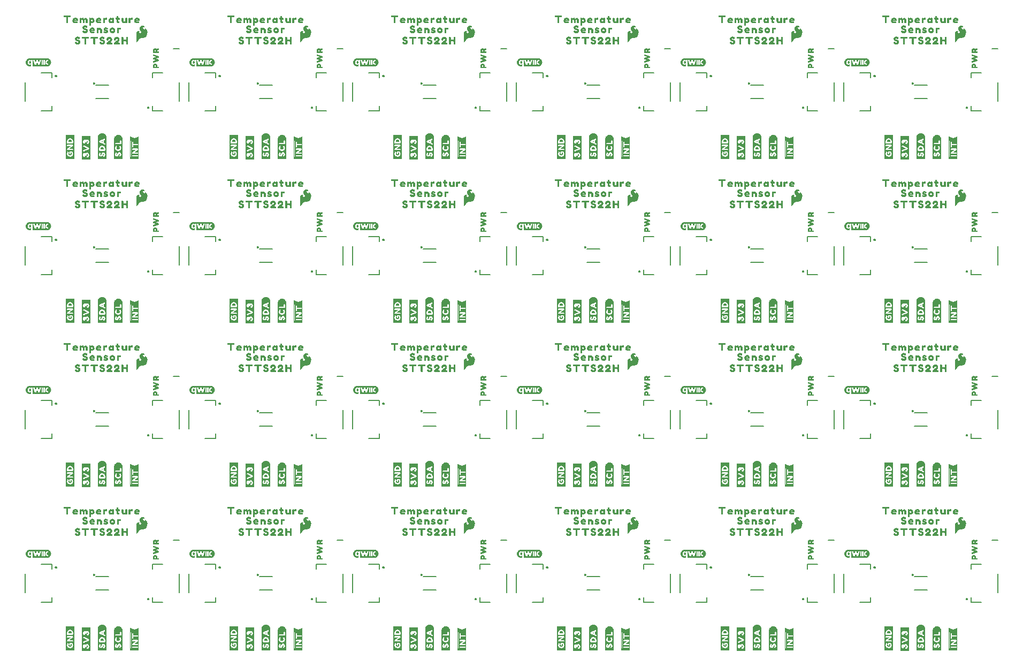
<source format=gto>
G04 EAGLE Gerber RS-274X export*
G75*
%MOMM*%
%FSLAX34Y34*%
%LPD*%
%INSilkscreen Top*%
%IPPOS*%
%AMOC8*
5,1,8,0,0,1.08239X$1,22.5*%
G01*
%ADD10C,0.203200*%
%ADD11C,0.360550*%
%ADD12C,0.127000*%

G36*
X1169846Y20540D02*
X1169846Y20540D01*
X1169859Y20540D01*
X1170159Y20940D01*
X1170159Y20948D01*
X1170163Y20951D01*
X1170159Y20955D01*
X1170159Y20962D01*
X1170169Y20970D01*
X1170169Y54770D01*
X1170166Y54774D01*
X1170169Y54777D01*
X1169969Y56177D01*
X1169968Y56178D01*
X1169969Y56178D01*
X1169869Y56778D01*
X1169861Y56785D01*
X1169864Y56792D01*
X1169565Y57391D01*
X1169265Y58089D01*
X1169261Y58092D01*
X1169262Y58095D01*
X1168962Y58595D01*
X1168961Y58596D01*
X1168961Y58597D01*
X1168561Y59197D01*
X1168554Y59200D01*
X1168555Y59205D01*
X1168055Y59705D01*
X1168051Y59705D01*
X1168051Y59708D01*
X1167051Y60508D01*
X1167043Y60509D01*
X1167042Y60514D01*
X1165842Y61114D01*
X1165835Y61113D01*
X1165834Y61117D01*
X1165135Y61317D01*
X1164536Y61517D01*
X1164529Y61515D01*
X1164527Y61519D01*
X1163827Y61619D01*
X1163822Y61616D01*
X1163820Y61619D01*
X1163120Y61619D01*
X1163116Y61616D01*
X1163113Y61619D01*
X1162413Y61519D01*
X1162412Y61518D01*
X1162412Y61519D01*
X1161812Y61419D01*
X1161809Y61415D01*
X1161806Y61417D01*
X1161106Y61217D01*
X1161105Y61216D01*
X1161104Y61217D01*
X1160504Y61017D01*
X1160501Y61012D01*
X1160498Y61014D01*
X1159898Y60714D01*
X1159896Y60710D01*
X1159893Y60711D01*
X1159293Y60311D01*
X1159292Y60308D01*
X1159289Y60308D01*
X1158789Y59908D01*
X1158788Y59904D01*
X1158785Y59905D01*
X1158285Y59405D01*
X1158285Y59401D01*
X1158282Y59401D01*
X1157882Y58901D01*
X1157881Y58897D01*
X1157879Y58897D01*
X1157479Y58297D01*
X1157479Y58293D01*
X1157476Y58292D01*
X1156876Y57092D01*
X1156877Y57087D01*
X1156873Y57086D01*
X1156673Y56486D01*
X1156675Y56479D01*
X1156671Y56477D01*
X1156471Y55077D01*
X1156474Y55072D01*
X1156471Y55070D01*
X1156471Y20870D01*
X1156490Y20844D01*
X1156490Y20831D01*
X1156890Y20531D01*
X1156912Y20531D01*
X1156920Y20521D01*
X1169820Y20521D01*
X1169846Y20540D01*
G37*
G36*
X1169846Y538700D02*
X1169846Y538700D01*
X1169859Y538700D01*
X1170159Y539100D01*
X1170159Y539108D01*
X1170163Y539111D01*
X1170159Y539115D01*
X1170159Y539122D01*
X1170169Y539130D01*
X1170169Y572930D01*
X1170166Y572934D01*
X1170169Y572937D01*
X1169969Y574337D01*
X1169968Y574338D01*
X1169969Y574338D01*
X1169869Y574938D01*
X1169861Y574945D01*
X1169864Y574952D01*
X1169565Y575551D01*
X1169265Y576249D01*
X1169261Y576252D01*
X1169262Y576255D01*
X1168962Y576755D01*
X1168961Y576756D01*
X1168961Y576757D01*
X1168561Y577357D01*
X1168554Y577360D01*
X1168555Y577365D01*
X1168055Y577865D01*
X1168051Y577865D01*
X1168051Y577868D01*
X1167051Y578668D01*
X1167043Y578669D01*
X1167042Y578674D01*
X1165842Y579274D01*
X1165835Y579273D01*
X1165834Y579277D01*
X1165135Y579477D01*
X1164536Y579677D01*
X1164529Y579675D01*
X1164527Y579679D01*
X1163827Y579779D01*
X1163822Y579776D01*
X1163820Y579779D01*
X1163120Y579779D01*
X1163116Y579776D01*
X1163113Y579779D01*
X1162413Y579679D01*
X1162412Y579678D01*
X1162412Y579679D01*
X1161812Y579579D01*
X1161809Y579575D01*
X1161806Y579577D01*
X1161106Y579377D01*
X1161105Y579376D01*
X1161104Y579377D01*
X1160504Y579177D01*
X1160501Y579172D01*
X1160498Y579174D01*
X1159898Y578874D01*
X1159896Y578870D01*
X1159893Y578871D01*
X1159293Y578471D01*
X1159292Y578468D01*
X1159289Y578468D01*
X1158789Y578068D01*
X1158788Y578064D01*
X1158785Y578065D01*
X1158285Y577565D01*
X1158285Y577561D01*
X1158282Y577561D01*
X1157882Y577061D01*
X1157881Y577057D01*
X1157879Y577057D01*
X1157479Y576457D01*
X1157479Y576453D01*
X1157476Y576452D01*
X1156876Y575252D01*
X1156877Y575247D01*
X1156873Y575246D01*
X1156673Y574646D01*
X1156675Y574639D01*
X1156671Y574637D01*
X1156471Y573237D01*
X1156474Y573232D01*
X1156471Y573230D01*
X1156471Y539030D01*
X1156490Y539004D01*
X1156490Y538991D01*
X1156890Y538691D01*
X1156912Y538691D01*
X1156920Y538681D01*
X1169820Y538681D01*
X1169846Y538700D01*
G37*
G36*
X392606Y279620D02*
X392606Y279620D01*
X392619Y279620D01*
X392919Y280020D01*
X392919Y280028D01*
X392923Y280031D01*
X392919Y280035D01*
X392919Y280042D01*
X392929Y280050D01*
X392929Y313850D01*
X392926Y313854D01*
X392929Y313857D01*
X392729Y315257D01*
X392728Y315258D01*
X392729Y315258D01*
X392629Y315858D01*
X392621Y315865D01*
X392624Y315872D01*
X392325Y316471D01*
X392025Y317169D01*
X392021Y317172D01*
X392022Y317175D01*
X391722Y317675D01*
X391721Y317676D01*
X391721Y317677D01*
X391321Y318277D01*
X391314Y318280D01*
X391315Y318285D01*
X390815Y318785D01*
X390811Y318785D01*
X390811Y318788D01*
X389811Y319588D01*
X389803Y319589D01*
X389802Y319594D01*
X388602Y320194D01*
X388595Y320193D01*
X388594Y320197D01*
X387895Y320397D01*
X387296Y320597D01*
X387289Y320595D01*
X387287Y320599D01*
X386587Y320699D01*
X386582Y320696D01*
X386580Y320699D01*
X385880Y320699D01*
X385876Y320696D01*
X385873Y320699D01*
X385173Y320599D01*
X385172Y320598D01*
X385172Y320599D01*
X384572Y320499D01*
X384569Y320495D01*
X384566Y320497D01*
X383866Y320297D01*
X383865Y320296D01*
X383864Y320297D01*
X383264Y320097D01*
X383261Y320092D01*
X383258Y320094D01*
X382658Y319794D01*
X382656Y319790D01*
X382653Y319791D01*
X382053Y319391D01*
X382052Y319388D01*
X382049Y319388D01*
X381549Y318988D01*
X381548Y318984D01*
X381545Y318985D01*
X381045Y318485D01*
X381045Y318481D01*
X381042Y318481D01*
X380642Y317981D01*
X380641Y317977D01*
X380639Y317977D01*
X380239Y317377D01*
X380239Y317373D01*
X380236Y317372D01*
X379636Y316172D01*
X379637Y316167D01*
X379633Y316166D01*
X379433Y315566D01*
X379435Y315559D01*
X379431Y315557D01*
X379231Y314157D01*
X379234Y314152D01*
X379231Y314150D01*
X379231Y279950D01*
X379250Y279924D01*
X379250Y279911D01*
X379650Y279611D01*
X379672Y279611D01*
X379680Y279601D01*
X392580Y279601D01*
X392606Y279620D01*
G37*
G36*
X1169846Y279620D02*
X1169846Y279620D01*
X1169859Y279620D01*
X1170159Y280020D01*
X1170159Y280028D01*
X1170163Y280031D01*
X1170159Y280035D01*
X1170159Y280042D01*
X1170169Y280050D01*
X1170169Y313850D01*
X1170166Y313854D01*
X1170169Y313857D01*
X1169969Y315257D01*
X1169968Y315258D01*
X1169969Y315258D01*
X1169869Y315858D01*
X1169861Y315865D01*
X1169864Y315872D01*
X1169565Y316471D01*
X1169265Y317169D01*
X1169261Y317172D01*
X1169262Y317175D01*
X1168962Y317675D01*
X1168961Y317676D01*
X1168961Y317677D01*
X1168561Y318277D01*
X1168554Y318280D01*
X1168555Y318285D01*
X1168055Y318785D01*
X1168051Y318785D01*
X1168051Y318788D01*
X1167051Y319588D01*
X1167043Y319589D01*
X1167042Y319594D01*
X1165842Y320194D01*
X1165835Y320193D01*
X1165834Y320197D01*
X1165135Y320397D01*
X1164536Y320597D01*
X1164529Y320595D01*
X1164527Y320599D01*
X1163827Y320699D01*
X1163822Y320696D01*
X1163820Y320699D01*
X1163120Y320699D01*
X1163116Y320696D01*
X1163113Y320699D01*
X1162413Y320599D01*
X1162412Y320598D01*
X1162412Y320599D01*
X1161812Y320499D01*
X1161809Y320495D01*
X1161806Y320497D01*
X1161106Y320297D01*
X1161105Y320296D01*
X1161104Y320297D01*
X1160504Y320097D01*
X1160501Y320092D01*
X1160498Y320094D01*
X1159898Y319794D01*
X1159896Y319790D01*
X1159893Y319791D01*
X1159293Y319391D01*
X1159292Y319388D01*
X1159289Y319388D01*
X1158789Y318988D01*
X1158788Y318984D01*
X1158785Y318985D01*
X1158285Y318485D01*
X1158285Y318481D01*
X1158282Y318481D01*
X1157882Y317981D01*
X1157881Y317977D01*
X1157879Y317977D01*
X1157479Y317377D01*
X1157479Y317373D01*
X1157476Y317372D01*
X1156876Y316172D01*
X1156877Y316167D01*
X1156873Y316166D01*
X1156673Y315566D01*
X1156675Y315559D01*
X1156671Y315557D01*
X1156471Y314157D01*
X1156474Y314152D01*
X1156471Y314150D01*
X1156471Y279950D01*
X1156490Y279924D01*
X1156490Y279911D01*
X1156890Y279611D01*
X1156912Y279611D01*
X1156920Y279601D01*
X1169820Y279601D01*
X1169846Y279620D01*
G37*
G36*
X910766Y279620D02*
X910766Y279620D01*
X910779Y279620D01*
X911079Y280020D01*
X911079Y280028D01*
X911083Y280031D01*
X911079Y280035D01*
X911079Y280042D01*
X911089Y280050D01*
X911089Y313850D01*
X911086Y313854D01*
X911089Y313857D01*
X910889Y315257D01*
X910888Y315258D01*
X910889Y315258D01*
X910789Y315858D01*
X910781Y315865D01*
X910784Y315872D01*
X910485Y316471D01*
X910185Y317169D01*
X910181Y317172D01*
X910182Y317175D01*
X909882Y317675D01*
X909881Y317676D01*
X909881Y317677D01*
X909481Y318277D01*
X909474Y318280D01*
X909475Y318285D01*
X908975Y318785D01*
X908971Y318785D01*
X908971Y318788D01*
X907971Y319588D01*
X907963Y319589D01*
X907962Y319594D01*
X906762Y320194D01*
X906755Y320193D01*
X906754Y320197D01*
X906055Y320397D01*
X905456Y320597D01*
X905449Y320595D01*
X905447Y320599D01*
X904747Y320699D01*
X904742Y320696D01*
X904740Y320699D01*
X904040Y320699D01*
X904036Y320696D01*
X904033Y320699D01*
X903333Y320599D01*
X903332Y320598D01*
X903332Y320599D01*
X902732Y320499D01*
X902729Y320495D01*
X902726Y320497D01*
X902026Y320297D01*
X902025Y320296D01*
X902024Y320297D01*
X901424Y320097D01*
X901421Y320092D01*
X901418Y320094D01*
X900818Y319794D01*
X900816Y319790D01*
X900813Y319791D01*
X900213Y319391D01*
X900212Y319388D01*
X900209Y319388D01*
X899709Y318988D01*
X899708Y318984D01*
X899705Y318985D01*
X899205Y318485D01*
X899205Y318481D01*
X899202Y318481D01*
X898802Y317981D01*
X898801Y317977D01*
X898799Y317977D01*
X898399Y317377D01*
X898399Y317373D01*
X898396Y317372D01*
X897796Y316172D01*
X897797Y316167D01*
X897793Y316166D01*
X897593Y315566D01*
X897595Y315559D01*
X897591Y315557D01*
X897391Y314157D01*
X897394Y314152D01*
X897391Y314150D01*
X897391Y279950D01*
X897410Y279924D01*
X897410Y279911D01*
X897810Y279611D01*
X897832Y279611D01*
X897840Y279601D01*
X910740Y279601D01*
X910766Y279620D01*
G37*
G36*
X651686Y279620D02*
X651686Y279620D01*
X651699Y279620D01*
X651999Y280020D01*
X651999Y280028D01*
X652003Y280031D01*
X651999Y280035D01*
X651999Y280042D01*
X652009Y280050D01*
X652009Y313850D01*
X652006Y313854D01*
X652009Y313857D01*
X651809Y315257D01*
X651808Y315258D01*
X651809Y315258D01*
X651709Y315858D01*
X651701Y315865D01*
X651704Y315872D01*
X651405Y316471D01*
X651105Y317169D01*
X651101Y317172D01*
X651102Y317175D01*
X650802Y317675D01*
X650801Y317676D01*
X650801Y317677D01*
X650401Y318277D01*
X650394Y318280D01*
X650395Y318285D01*
X649895Y318785D01*
X649891Y318785D01*
X649891Y318788D01*
X648891Y319588D01*
X648883Y319589D01*
X648882Y319594D01*
X647682Y320194D01*
X647675Y320193D01*
X647674Y320197D01*
X646975Y320397D01*
X646376Y320597D01*
X646369Y320595D01*
X646367Y320599D01*
X645667Y320699D01*
X645662Y320696D01*
X645660Y320699D01*
X644960Y320699D01*
X644956Y320696D01*
X644953Y320699D01*
X644253Y320599D01*
X644252Y320598D01*
X644252Y320599D01*
X643652Y320499D01*
X643649Y320495D01*
X643646Y320497D01*
X642946Y320297D01*
X642945Y320296D01*
X642944Y320297D01*
X642344Y320097D01*
X642341Y320092D01*
X642338Y320094D01*
X641738Y319794D01*
X641736Y319790D01*
X641733Y319791D01*
X641133Y319391D01*
X641132Y319388D01*
X641129Y319388D01*
X640629Y318988D01*
X640628Y318984D01*
X640625Y318985D01*
X640125Y318485D01*
X640125Y318481D01*
X640122Y318481D01*
X639722Y317981D01*
X639721Y317977D01*
X639719Y317977D01*
X639319Y317377D01*
X639319Y317373D01*
X639316Y317372D01*
X638716Y316172D01*
X638717Y316167D01*
X638713Y316166D01*
X638513Y315566D01*
X638515Y315559D01*
X638511Y315557D01*
X638311Y314157D01*
X638314Y314152D01*
X638311Y314150D01*
X638311Y279950D01*
X638330Y279924D01*
X638330Y279911D01*
X638730Y279611D01*
X638752Y279611D01*
X638760Y279601D01*
X651660Y279601D01*
X651686Y279620D01*
G37*
G36*
X133526Y279620D02*
X133526Y279620D01*
X133539Y279620D01*
X133839Y280020D01*
X133839Y280028D01*
X133843Y280031D01*
X133839Y280035D01*
X133839Y280042D01*
X133849Y280050D01*
X133849Y313850D01*
X133846Y313854D01*
X133849Y313857D01*
X133649Y315257D01*
X133648Y315258D01*
X133649Y315258D01*
X133549Y315858D01*
X133541Y315865D01*
X133544Y315872D01*
X133245Y316471D01*
X132945Y317169D01*
X132941Y317172D01*
X132942Y317175D01*
X132642Y317675D01*
X132641Y317676D01*
X132641Y317677D01*
X132241Y318277D01*
X132234Y318280D01*
X132235Y318285D01*
X131735Y318785D01*
X131731Y318785D01*
X131731Y318788D01*
X130731Y319588D01*
X130723Y319589D01*
X130722Y319594D01*
X129522Y320194D01*
X129515Y320193D01*
X129514Y320197D01*
X128815Y320397D01*
X128216Y320597D01*
X128209Y320595D01*
X128207Y320599D01*
X127507Y320699D01*
X127502Y320696D01*
X127500Y320699D01*
X126800Y320699D01*
X126796Y320696D01*
X126793Y320699D01*
X126093Y320599D01*
X126092Y320598D01*
X126092Y320599D01*
X125492Y320499D01*
X125489Y320495D01*
X125486Y320497D01*
X124786Y320297D01*
X124785Y320296D01*
X124784Y320297D01*
X124184Y320097D01*
X124181Y320092D01*
X124178Y320094D01*
X123578Y319794D01*
X123576Y319790D01*
X123573Y319791D01*
X122973Y319391D01*
X122972Y319388D01*
X122969Y319388D01*
X122469Y318988D01*
X122468Y318984D01*
X122465Y318985D01*
X121965Y318485D01*
X121965Y318481D01*
X121962Y318481D01*
X121562Y317981D01*
X121561Y317977D01*
X121559Y317977D01*
X121159Y317377D01*
X121159Y317373D01*
X121156Y317372D01*
X120556Y316172D01*
X120557Y316167D01*
X120553Y316166D01*
X120353Y315566D01*
X120355Y315559D01*
X120351Y315557D01*
X120151Y314157D01*
X120154Y314152D01*
X120151Y314150D01*
X120151Y279950D01*
X120170Y279924D01*
X120170Y279911D01*
X120570Y279611D01*
X120592Y279611D01*
X120600Y279601D01*
X133500Y279601D01*
X133526Y279620D01*
G37*
G36*
X1428926Y279620D02*
X1428926Y279620D01*
X1428939Y279620D01*
X1429239Y280020D01*
X1429239Y280028D01*
X1429243Y280031D01*
X1429239Y280035D01*
X1429239Y280042D01*
X1429249Y280050D01*
X1429249Y313850D01*
X1429246Y313854D01*
X1429249Y313857D01*
X1429049Y315257D01*
X1429048Y315258D01*
X1429049Y315258D01*
X1428949Y315858D01*
X1428941Y315865D01*
X1428944Y315872D01*
X1428645Y316471D01*
X1428345Y317169D01*
X1428341Y317172D01*
X1428342Y317175D01*
X1428042Y317675D01*
X1428041Y317676D01*
X1428041Y317677D01*
X1427641Y318277D01*
X1427634Y318280D01*
X1427635Y318285D01*
X1427135Y318785D01*
X1427131Y318785D01*
X1427131Y318788D01*
X1426131Y319588D01*
X1426123Y319589D01*
X1426122Y319594D01*
X1424922Y320194D01*
X1424915Y320193D01*
X1424914Y320197D01*
X1424215Y320397D01*
X1423616Y320597D01*
X1423609Y320595D01*
X1423607Y320599D01*
X1422907Y320699D01*
X1422902Y320696D01*
X1422900Y320699D01*
X1422200Y320699D01*
X1422196Y320696D01*
X1422193Y320699D01*
X1421493Y320599D01*
X1421492Y320598D01*
X1421492Y320599D01*
X1420892Y320499D01*
X1420889Y320495D01*
X1420886Y320497D01*
X1420186Y320297D01*
X1420185Y320296D01*
X1420184Y320297D01*
X1419584Y320097D01*
X1419581Y320092D01*
X1419578Y320094D01*
X1418978Y319794D01*
X1418976Y319790D01*
X1418973Y319791D01*
X1418373Y319391D01*
X1418372Y319388D01*
X1418369Y319388D01*
X1417869Y318988D01*
X1417868Y318984D01*
X1417865Y318985D01*
X1417365Y318485D01*
X1417365Y318481D01*
X1417362Y318481D01*
X1416962Y317981D01*
X1416961Y317977D01*
X1416959Y317977D01*
X1416559Y317377D01*
X1416559Y317373D01*
X1416556Y317372D01*
X1415956Y316172D01*
X1415957Y316167D01*
X1415953Y316166D01*
X1415753Y315566D01*
X1415755Y315559D01*
X1415751Y315557D01*
X1415551Y314157D01*
X1415554Y314152D01*
X1415551Y314150D01*
X1415551Y279950D01*
X1415570Y279924D01*
X1415570Y279911D01*
X1415970Y279611D01*
X1415992Y279611D01*
X1416000Y279601D01*
X1428900Y279601D01*
X1428926Y279620D01*
G37*
G36*
X910766Y538700D02*
X910766Y538700D01*
X910779Y538700D01*
X911079Y539100D01*
X911079Y539108D01*
X911083Y539111D01*
X911079Y539115D01*
X911079Y539122D01*
X911089Y539130D01*
X911089Y572930D01*
X911086Y572934D01*
X911089Y572937D01*
X910889Y574337D01*
X910888Y574338D01*
X910889Y574338D01*
X910789Y574938D01*
X910781Y574945D01*
X910784Y574952D01*
X910485Y575551D01*
X910185Y576249D01*
X910181Y576252D01*
X910182Y576255D01*
X909882Y576755D01*
X909881Y576756D01*
X909881Y576757D01*
X909481Y577357D01*
X909474Y577360D01*
X909475Y577365D01*
X908975Y577865D01*
X908971Y577865D01*
X908971Y577868D01*
X907971Y578668D01*
X907963Y578669D01*
X907962Y578674D01*
X906762Y579274D01*
X906755Y579273D01*
X906754Y579277D01*
X906055Y579477D01*
X905456Y579677D01*
X905449Y579675D01*
X905447Y579679D01*
X904747Y579779D01*
X904742Y579776D01*
X904740Y579779D01*
X904040Y579779D01*
X904036Y579776D01*
X904033Y579779D01*
X903333Y579679D01*
X903332Y579678D01*
X903332Y579679D01*
X902732Y579579D01*
X902729Y579575D01*
X902726Y579577D01*
X902026Y579377D01*
X902025Y579376D01*
X902024Y579377D01*
X901424Y579177D01*
X901421Y579172D01*
X901418Y579174D01*
X900818Y578874D01*
X900816Y578870D01*
X900813Y578871D01*
X900213Y578471D01*
X900212Y578468D01*
X900209Y578468D01*
X899709Y578068D01*
X899708Y578064D01*
X899705Y578065D01*
X899205Y577565D01*
X899205Y577561D01*
X899202Y577561D01*
X898802Y577061D01*
X898801Y577057D01*
X898799Y577057D01*
X898399Y576457D01*
X898399Y576453D01*
X898396Y576452D01*
X897796Y575252D01*
X897797Y575247D01*
X897793Y575246D01*
X897593Y574646D01*
X897595Y574639D01*
X897591Y574637D01*
X897391Y573237D01*
X897394Y573232D01*
X897391Y573230D01*
X897391Y539030D01*
X897410Y539004D01*
X897410Y538991D01*
X897810Y538691D01*
X897832Y538691D01*
X897840Y538681D01*
X910740Y538681D01*
X910766Y538700D01*
G37*
G36*
X133526Y797780D02*
X133526Y797780D01*
X133539Y797780D01*
X133839Y798180D01*
X133839Y798188D01*
X133843Y798191D01*
X133839Y798195D01*
X133839Y798202D01*
X133849Y798210D01*
X133849Y832010D01*
X133846Y832014D01*
X133849Y832017D01*
X133649Y833417D01*
X133648Y833418D01*
X133649Y833418D01*
X133549Y834018D01*
X133541Y834025D01*
X133544Y834032D01*
X133245Y834631D01*
X132945Y835329D01*
X132941Y835332D01*
X132942Y835335D01*
X132642Y835835D01*
X132641Y835836D01*
X132641Y835837D01*
X132241Y836437D01*
X132234Y836440D01*
X132235Y836445D01*
X131735Y836945D01*
X131731Y836945D01*
X131731Y836948D01*
X130731Y837748D01*
X130723Y837749D01*
X130722Y837754D01*
X129522Y838354D01*
X129515Y838353D01*
X129514Y838357D01*
X128815Y838557D01*
X128216Y838757D01*
X128209Y838755D01*
X128207Y838759D01*
X127507Y838859D01*
X127502Y838856D01*
X127500Y838859D01*
X126800Y838859D01*
X126796Y838856D01*
X126793Y838859D01*
X126093Y838759D01*
X126092Y838758D01*
X126092Y838759D01*
X125492Y838659D01*
X125489Y838655D01*
X125486Y838657D01*
X124786Y838457D01*
X124785Y838456D01*
X124784Y838457D01*
X124184Y838257D01*
X124181Y838252D01*
X124178Y838254D01*
X123578Y837954D01*
X123576Y837950D01*
X123573Y837951D01*
X122973Y837551D01*
X122972Y837548D01*
X122969Y837548D01*
X122469Y837148D01*
X122468Y837144D01*
X122465Y837145D01*
X121965Y836645D01*
X121965Y836641D01*
X121962Y836641D01*
X121562Y836141D01*
X121561Y836137D01*
X121559Y836137D01*
X121159Y835537D01*
X121159Y835533D01*
X121156Y835532D01*
X120556Y834332D01*
X120557Y834327D01*
X120553Y834326D01*
X120353Y833726D01*
X120355Y833719D01*
X120351Y833717D01*
X120151Y832317D01*
X120154Y832312D01*
X120151Y832310D01*
X120151Y798110D01*
X120170Y798084D01*
X120170Y798071D01*
X120570Y797771D01*
X120592Y797771D01*
X120600Y797761D01*
X133500Y797761D01*
X133526Y797780D01*
G37*
G36*
X392606Y538700D02*
X392606Y538700D01*
X392619Y538700D01*
X392919Y539100D01*
X392919Y539108D01*
X392923Y539111D01*
X392919Y539115D01*
X392919Y539122D01*
X392929Y539130D01*
X392929Y572930D01*
X392926Y572934D01*
X392929Y572937D01*
X392729Y574337D01*
X392728Y574338D01*
X392729Y574338D01*
X392629Y574938D01*
X392621Y574945D01*
X392624Y574952D01*
X392325Y575551D01*
X392025Y576249D01*
X392021Y576252D01*
X392022Y576255D01*
X391722Y576755D01*
X391721Y576756D01*
X391721Y576757D01*
X391321Y577357D01*
X391314Y577360D01*
X391315Y577365D01*
X390815Y577865D01*
X390811Y577865D01*
X390811Y577868D01*
X389811Y578668D01*
X389803Y578669D01*
X389802Y578674D01*
X388602Y579274D01*
X388595Y579273D01*
X388594Y579277D01*
X387895Y579477D01*
X387296Y579677D01*
X387289Y579675D01*
X387287Y579679D01*
X386587Y579779D01*
X386582Y579776D01*
X386580Y579779D01*
X385880Y579779D01*
X385876Y579776D01*
X385873Y579779D01*
X385173Y579679D01*
X385172Y579678D01*
X385172Y579679D01*
X384572Y579579D01*
X384569Y579575D01*
X384566Y579577D01*
X383866Y579377D01*
X383865Y579376D01*
X383864Y579377D01*
X383264Y579177D01*
X383261Y579172D01*
X383258Y579174D01*
X382658Y578874D01*
X382656Y578870D01*
X382653Y578871D01*
X382053Y578471D01*
X382052Y578468D01*
X382049Y578468D01*
X381549Y578068D01*
X381548Y578064D01*
X381545Y578065D01*
X381045Y577565D01*
X381045Y577561D01*
X381042Y577561D01*
X380642Y577061D01*
X380641Y577057D01*
X380639Y577057D01*
X380239Y576457D01*
X380239Y576453D01*
X380236Y576452D01*
X379636Y575252D01*
X379637Y575247D01*
X379633Y575246D01*
X379433Y574646D01*
X379435Y574639D01*
X379431Y574637D01*
X379231Y573237D01*
X379234Y573232D01*
X379231Y573230D01*
X379231Y539030D01*
X379250Y539004D01*
X379250Y538991D01*
X379650Y538691D01*
X379672Y538691D01*
X379680Y538681D01*
X392580Y538681D01*
X392606Y538700D01*
G37*
G36*
X1428926Y797780D02*
X1428926Y797780D01*
X1428939Y797780D01*
X1429239Y798180D01*
X1429239Y798188D01*
X1429243Y798191D01*
X1429239Y798195D01*
X1429239Y798202D01*
X1429249Y798210D01*
X1429249Y832010D01*
X1429246Y832014D01*
X1429249Y832017D01*
X1429049Y833417D01*
X1429048Y833418D01*
X1429049Y833418D01*
X1428949Y834018D01*
X1428941Y834025D01*
X1428944Y834032D01*
X1428645Y834631D01*
X1428345Y835329D01*
X1428341Y835332D01*
X1428342Y835335D01*
X1428042Y835835D01*
X1428041Y835836D01*
X1428041Y835837D01*
X1427641Y836437D01*
X1427634Y836440D01*
X1427635Y836445D01*
X1427135Y836945D01*
X1427131Y836945D01*
X1427131Y836948D01*
X1426131Y837748D01*
X1426123Y837749D01*
X1426122Y837754D01*
X1424922Y838354D01*
X1424915Y838353D01*
X1424914Y838357D01*
X1424215Y838557D01*
X1423616Y838757D01*
X1423609Y838755D01*
X1423607Y838759D01*
X1422907Y838859D01*
X1422902Y838856D01*
X1422900Y838859D01*
X1422200Y838859D01*
X1422196Y838856D01*
X1422193Y838859D01*
X1421493Y838759D01*
X1421492Y838758D01*
X1421492Y838759D01*
X1420892Y838659D01*
X1420889Y838655D01*
X1420886Y838657D01*
X1420186Y838457D01*
X1420185Y838456D01*
X1420184Y838457D01*
X1419584Y838257D01*
X1419581Y838252D01*
X1419578Y838254D01*
X1418978Y837954D01*
X1418976Y837950D01*
X1418973Y837951D01*
X1418373Y837551D01*
X1418372Y837548D01*
X1418369Y837548D01*
X1417869Y837148D01*
X1417868Y837144D01*
X1417865Y837145D01*
X1417365Y836645D01*
X1417365Y836641D01*
X1417362Y836641D01*
X1416962Y836141D01*
X1416961Y836137D01*
X1416959Y836137D01*
X1416559Y835537D01*
X1416559Y835533D01*
X1416556Y835532D01*
X1415956Y834332D01*
X1415957Y834327D01*
X1415953Y834326D01*
X1415753Y833726D01*
X1415755Y833719D01*
X1415751Y833717D01*
X1415551Y832317D01*
X1415554Y832312D01*
X1415551Y832310D01*
X1415551Y798110D01*
X1415570Y798084D01*
X1415570Y798071D01*
X1415970Y797771D01*
X1415992Y797771D01*
X1416000Y797761D01*
X1428900Y797761D01*
X1428926Y797780D01*
G37*
G36*
X651686Y797780D02*
X651686Y797780D01*
X651699Y797780D01*
X651999Y798180D01*
X651999Y798188D01*
X652003Y798191D01*
X651999Y798195D01*
X651999Y798202D01*
X652009Y798210D01*
X652009Y832010D01*
X652006Y832014D01*
X652009Y832017D01*
X651809Y833417D01*
X651808Y833418D01*
X651809Y833418D01*
X651709Y834018D01*
X651701Y834025D01*
X651704Y834032D01*
X651405Y834631D01*
X651105Y835329D01*
X651101Y835332D01*
X651102Y835335D01*
X650802Y835835D01*
X650801Y835836D01*
X650801Y835837D01*
X650401Y836437D01*
X650394Y836440D01*
X650395Y836445D01*
X649895Y836945D01*
X649891Y836945D01*
X649891Y836948D01*
X648891Y837748D01*
X648883Y837749D01*
X648882Y837754D01*
X647682Y838354D01*
X647675Y838353D01*
X647674Y838357D01*
X646975Y838557D01*
X646376Y838757D01*
X646369Y838755D01*
X646367Y838759D01*
X645667Y838859D01*
X645662Y838856D01*
X645660Y838859D01*
X644960Y838859D01*
X644956Y838856D01*
X644953Y838859D01*
X644253Y838759D01*
X644252Y838758D01*
X644252Y838759D01*
X643652Y838659D01*
X643649Y838655D01*
X643646Y838657D01*
X642946Y838457D01*
X642945Y838456D01*
X642944Y838457D01*
X642344Y838257D01*
X642341Y838252D01*
X642338Y838254D01*
X641738Y837954D01*
X641736Y837950D01*
X641733Y837951D01*
X641133Y837551D01*
X641132Y837548D01*
X641129Y837548D01*
X640629Y837148D01*
X640628Y837144D01*
X640625Y837145D01*
X640125Y836645D01*
X640125Y836641D01*
X640122Y836641D01*
X639722Y836141D01*
X639721Y836137D01*
X639719Y836137D01*
X639319Y835537D01*
X639319Y835533D01*
X639316Y835532D01*
X638716Y834332D01*
X638717Y834327D01*
X638713Y834326D01*
X638513Y833726D01*
X638515Y833719D01*
X638511Y833717D01*
X638311Y832317D01*
X638314Y832312D01*
X638311Y832310D01*
X638311Y798110D01*
X638330Y798084D01*
X638330Y798071D01*
X638730Y797771D01*
X638752Y797771D01*
X638760Y797761D01*
X651660Y797761D01*
X651686Y797780D01*
G37*
G36*
X910766Y797780D02*
X910766Y797780D01*
X910779Y797780D01*
X911079Y798180D01*
X911079Y798188D01*
X911083Y798191D01*
X911079Y798195D01*
X911079Y798202D01*
X911089Y798210D01*
X911089Y832010D01*
X911086Y832014D01*
X911089Y832017D01*
X910889Y833417D01*
X910888Y833418D01*
X910889Y833418D01*
X910789Y834018D01*
X910781Y834025D01*
X910784Y834032D01*
X910485Y834631D01*
X910185Y835329D01*
X910181Y835332D01*
X910182Y835335D01*
X909882Y835835D01*
X909881Y835836D01*
X909881Y835837D01*
X909481Y836437D01*
X909474Y836440D01*
X909475Y836445D01*
X908975Y836945D01*
X908971Y836945D01*
X908971Y836948D01*
X907971Y837748D01*
X907963Y837749D01*
X907962Y837754D01*
X906762Y838354D01*
X906755Y838353D01*
X906754Y838357D01*
X906055Y838557D01*
X905456Y838757D01*
X905449Y838755D01*
X905447Y838759D01*
X904747Y838859D01*
X904742Y838856D01*
X904740Y838859D01*
X904040Y838859D01*
X904036Y838856D01*
X904033Y838859D01*
X903333Y838759D01*
X903332Y838758D01*
X903332Y838759D01*
X902732Y838659D01*
X902729Y838655D01*
X902726Y838657D01*
X902026Y838457D01*
X902025Y838456D01*
X902024Y838457D01*
X901424Y838257D01*
X901421Y838252D01*
X901418Y838254D01*
X900818Y837954D01*
X900816Y837950D01*
X900813Y837951D01*
X900213Y837551D01*
X900212Y837548D01*
X900209Y837548D01*
X899709Y837148D01*
X899708Y837144D01*
X899705Y837145D01*
X899205Y836645D01*
X899205Y836641D01*
X899202Y836641D01*
X898802Y836141D01*
X898801Y836137D01*
X898799Y836137D01*
X898399Y835537D01*
X898399Y835533D01*
X898396Y835532D01*
X897796Y834332D01*
X897797Y834327D01*
X897793Y834326D01*
X897593Y833726D01*
X897595Y833719D01*
X897591Y833717D01*
X897391Y832317D01*
X897394Y832312D01*
X897391Y832310D01*
X897391Y798110D01*
X897410Y798084D01*
X897410Y798071D01*
X897810Y797771D01*
X897832Y797771D01*
X897840Y797761D01*
X910740Y797761D01*
X910766Y797780D01*
G37*
G36*
X133526Y20540D02*
X133526Y20540D01*
X133539Y20540D01*
X133839Y20940D01*
X133839Y20948D01*
X133843Y20951D01*
X133839Y20955D01*
X133839Y20962D01*
X133849Y20970D01*
X133849Y54770D01*
X133846Y54774D01*
X133849Y54777D01*
X133649Y56177D01*
X133648Y56178D01*
X133649Y56178D01*
X133549Y56778D01*
X133541Y56785D01*
X133544Y56792D01*
X133245Y57391D01*
X132945Y58089D01*
X132941Y58092D01*
X132942Y58095D01*
X132642Y58595D01*
X132641Y58596D01*
X132641Y58597D01*
X132241Y59197D01*
X132234Y59200D01*
X132235Y59205D01*
X131735Y59705D01*
X131731Y59705D01*
X131731Y59708D01*
X130731Y60508D01*
X130723Y60509D01*
X130722Y60514D01*
X129522Y61114D01*
X129515Y61113D01*
X129514Y61117D01*
X128815Y61317D01*
X128216Y61517D01*
X128209Y61515D01*
X128207Y61519D01*
X127507Y61619D01*
X127502Y61616D01*
X127500Y61619D01*
X126800Y61619D01*
X126796Y61616D01*
X126793Y61619D01*
X126093Y61519D01*
X126092Y61518D01*
X126092Y61519D01*
X125492Y61419D01*
X125489Y61415D01*
X125486Y61417D01*
X124786Y61217D01*
X124785Y61216D01*
X124784Y61217D01*
X124184Y61017D01*
X124181Y61012D01*
X124178Y61014D01*
X123578Y60714D01*
X123576Y60710D01*
X123573Y60711D01*
X122973Y60311D01*
X122972Y60308D01*
X122969Y60308D01*
X122469Y59908D01*
X122468Y59904D01*
X122465Y59905D01*
X121965Y59405D01*
X121965Y59401D01*
X121962Y59401D01*
X121562Y58901D01*
X121561Y58897D01*
X121559Y58897D01*
X121159Y58297D01*
X121159Y58293D01*
X121156Y58292D01*
X120556Y57092D01*
X120557Y57087D01*
X120553Y57086D01*
X120353Y56486D01*
X120355Y56479D01*
X120351Y56477D01*
X120151Y55077D01*
X120154Y55072D01*
X120151Y55070D01*
X120151Y20870D01*
X120170Y20844D01*
X120170Y20831D01*
X120570Y20531D01*
X120592Y20531D01*
X120600Y20521D01*
X133500Y20521D01*
X133526Y20540D01*
G37*
G36*
X392606Y20540D02*
X392606Y20540D01*
X392619Y20540D01*
X392919Y20940D01*
X392919Y20948D01*
X392923Y20951D01*
X392919Y20955D01*
X392919Y20962D01*
X392929Y20970D01*
X392929Y54770D01*
X392926Y54774D01*
X392929Y54777D01*
X392729Y56177D01*
X392728Y56178D01*
X392729Y56178D01*
X392629Y56778D01*
X392621Y56785D01*
X392624Y56792D01*
X392325Y57391D01*
X392025Y58089D01*
X392021Y58092D01*
X392022Y58095D01*
X391722Y58595D01*
X391721Y58596D01*
X391721Y58597D01*
X391321Y59197D01*
X391314Y59200D01*
X391315Y59205D01*
X390815Y59705D01*
X390811Y59705D01*
X390811Y59708D01*
X389811Y60508D01*
X389803Y60509D01*
X389802Y60514D01*
X388602Y61114D01*
X388595Y61113D01*
X388594Y61117D01*
X387895Y61317D01*
X387296Y61517D01*
X387289Y61515D01*
X387287Y61519D01*
X386587Y61619D01*
X386582Y61616D01*
X386580Y61619D01*
X385880Y61619D01*
X385876Y61616D01*
X385873Y61619D01*
X385173Y61519D01*
X385172Y61518D01*
X385172Y61519D01*
X384572Y61419D01*
X384569Y61415D01*
X384566Y61417D01*
X383866Y61217D01*
X383865Y61216D01*
X383864Y61217D01*
X383264Y61017D01*
X383261Y61012D01*
X383258Y61014D01*
X382658Y60714D01*
X382656Y60710D01*
X382653Y60711D01*
X382053Y60311D01*
X382052Y60308D01*
X382049Y60308D01*
X381549Y59908D01*
X381548Y59904D01*
X381545Y59905D01*
X381045Y59405D01*
X381045Y59401D01*
X381042Y59401D01*
X380642Y58901D01*
X380641Y58897D01*
X380639Y58897D01*
X380239Y58297D01*
X380239Y58293D01*
X380236Y58292D01*
X379636Y57092D01*
X379637Y57087D01*
X379633Y57086D01*
X379433Y56486D01*
X379435Y56479D01*
X379431Y56477D01*
X379231Y55077D01*
X379234Y55072D01*
X379231Y55070D01*
X379231Y20870D01*
X379250Y20844D01*
X379250Y20831D01*
X379650Y20531D01*
X379672Y20531D01*
X379680Y20521D01*
X392580Y20521D01*
X392606Y20540D01*
G37*
G36*
X651686Y20540D02*
X651686Y20540D01*
X651699Y20540D01*
X651999Y20940D01*
X651999Y20948D01*
X652003Y20951D01*
X651999Y20955D01*
X651999Y20962D01*
X652009Y20970D01*
X652009Y54770D01*
X652006Y54774D01*
X652009Y54777D01*
X651809Y56177D01*
X651808Y56178D01*
X651809Y56178D01*
X651709Y56778D01*
X651701Y56785D01*
X651704Y56792D01*
X651405Y57391D01*
X651105Y58089D01*
X651101Y58092D01*
X651102Y58095D01*
X650802Y58595D01*
X650801Y58596D01*
X650801Y58597D01*
X650401Y59197D01*
X650394Y59200D01*
X650395Y59205D01*
X649895Y59705D01*
X649891Y59705D01*
X649891Y59708D01*
X648891Y60508D01*
X648883Y60509D01*
X648882Y60514D01*
X647682Y61114D01*
X647675Y61113D01*
X647674Y61117D01*
X646975Y61317D01*
X646376Y61517D01*
X646369Y61515D01*
X646367Y61519D01*
X645667Y61619D01*
X645662Y61616D01*
X645660Y61619D01*
X644960Y61619D01*
X644956Y61616D01*
X644953Y61619D01*
X644253Y61519D01*
X644252Y61518D01*
X644252Y61519D01*
X643652Y61419D01*
X643649Y61415D01*
X643646Y61417D01*
X642946Y61217D01*
X642945Y61216D01*
X642944Y61217D01*
X642344Y61017D01*
X642341Y61012D01*
X642338Y61014D01*
X641738Y60714D01*
X641736Y60710D01*
X641733Y60711D01*
X641133Y60311D01*
X641132Y60308D01*
X641129Y60308D01*
X640629Y59908D01*
X640628Y59904D01*
X640625Y59905D01*
X640125Y59405D01*
X640125Y59401D01*
X640122Y59401D01*
X639722Y58901D01*
X639721Y58897D01*
X639719Y58897D01*
X639319Y58297D01*
X639319Y58293D01*
X639316Y58292D01*
X638716Y57092D01*
X638717Y57087D01*
X638713Y57086D01*
X638513Y56486D01*
X638515Y56479D01*
X638511Y56477D01*
X638311Y55077D01*
X638314Y55072D01*
X638311Y55070D01*
X638311Y20870D01*
X638330Y20844D01*
X638330Y20831D01*
X638730Y20531D01*
X638752Y20531D01*
X638760Y20521D01*
X651660Y20521D01*
X651686Y20540D01*
G37*
G36*
X1428926Y20540D02*
X1428926Y20540D01*
X1428939Y20540D01*
X1429239Y20940D01*
X1429239Y20948D01*
X1429243Y20951D01*
X1429239Y20955D01*
X1429239Y20962D01*
X1429249Y20970D01*
X1429249Y54770D01*
X1429246Y54774D01*
X1429249Y54777D01*
X1429049Y56177D01*
X1429048Y56178D01*
X1429049Y56178D01*
X1428949Y56778D01*
X1428941Y56785D01*
X1428944Y56792D01*
X1428645Y57391D01*
X1428345Y58089D01*
X1428341Y58092D01*
X1428342Y58095D01*
X1428042Y58595D01*
X1428041Y58596D01*
X1428041Y58597D01*
X1427641Y59197D01*
X1427634Y59200D01*
X1427635Y59205D01*
X1427135Y59705D01*
X1427131Y59705D01*
X1427131Y59708D01*
X1426131Y60508D01*
X1426123Y60509D01*
X1426122Y60514D01*
X1424922Y61114D01*
X1424915Y61113D01*
X1424914Y61117D01*
X1424215Y61317D01*
X1423616Y61517D01*
X1423609Y61515D01*
X1423607Y61519D01*
X1422907Y61619D01*
X1422902Y61616D01*
X1422900Y61619D01*
X1422200Y61619D01*
X1422196Y61616D01*
X1422193Y61619D01*
X1421493Y61519D01*
X1421492Y61518D01*
X1421492Y61519D01*
X1420892Y61419D01*
X1420889Y61415D01*
X1420886Y61417D01*
X1420186Y61217D01*
X1420185Y61216D01*
X1420184Y61217D01*
X1419584Y61017D01*
X1419581Y61012D01*
X1419578Y61014D01*
X1418978Y60714D01*
X1418976Y60710D01*
X1418973Y60711D01*
X1418373Y60311D01*
X1418372Y60308D01*
X1418369Y60308D01*
X1417869Y59908D01*
X1417868Y59904D01*
X1417865Y59905D01*
X1417365Y59405D01*
X1417365Y59401D01*
X1417362Y59401D01*
X1416962Y58901D01*
X1416961Y58897D01*
X1416959Y58897D01*
X1416559Y58297D01*
X1416559Y58293D01*
X1416556Y58292D01*
X1415956Y57092D01*
X1415957Y57087D01*
X1415953Y57086D01*
X1415753Y56486D01*
X1415755Y56479D01*
X1415751Y56477D01*
X1415551Y55077D01*
X1415554Y55072D01*
X1415551Y55070D01*
X1415551Y20870D01*
X1415570Y20844D01*
X1415570Y20831D01*
X1415970Y20531D01*
X1415992Y20531D01*
X1416000Y20521D01*
X1428900Y20521D01*
X1428926Y20540D01*
G37*
G36*
X1169846Y797780D02*
X1169846Y797780D01*
X1169859Y797780D01*
X1170159Y798180D01*
X1170159Y798188D01*
X1170163Y798191D01*
X1170159Y798195D01*
X1170159Y798202D01*
X1170169Y798210D01*
X1170169Y832010D01*
X1170166Y832014D01*
X1170169Y832017D01*
X1169969Y833417D01*
X1169968Y833418D01*
X1169969Y833418D01*
X1169869Y834018D01*
X1169861Y834025D01*
X1169864Y834032D01*
X1169565Y834631D01*
X1169265Y835329D01*
X1169261Y835332D01*
X1169262Y835335D01*
X1168962Y835835D01*
X1168961Y835836D01*
X1168961Y835837D01*
X1168561Y836437D01*
X1168554Y836440D01*
X1168555Y836445D01*
X1168055Y836945D01*
X1168051Y836945D01*
X1168051Y836948D01*
X1167051Y837748D01*
X1167043Y837749D01*
X1167042Y837754D01*
X1165842Y838354D01*
X1165835Y838353D01*
X1165834Y838357D01*
X1165135Y838557D01*
X1164536Y838757D01*
X1164529Y838755D01*
X1164527Y838759D01*
X1163827Y838859D01*
X1163822Y838856D01*
X1163820Y838859D01*
X1163120Y838859D01*
X1163116Y838856D01*
X1163113Y838859D01*
X1162413Y838759D01*
X1162412Y838758D01*
X1162412Y838759D01*
X1161812Y838659D01*
X1161809Y838655D01*
X1161806Y838657D01*
X1161106Y838457D01*
X1161105Y838456D01*
X1161104Y838457D01*
X1160504Y838257D01*
X1160501Y838252D01*
X1160498Y838254D01*
X1159898Y837954D01*
X1159896Y837950D01*
X1159893Y837951D01*
X1159293Y837551D01*
X1159292Y837548D01*
X1159289Y837548D01*
X1158789Y837148D01*
X1158788Y837144D01*
X1158785Y837145D01*
X1158285Y836645D01*
X1158285Y836641D01*
X1158282Y836641D01*
X1157882Y836141D01*
X1157881Y836137D01*
X1157879Y836137D01*
X1157479Y835537D01*
X1157479Y835533D01*
X1157476Y835532D01*
X1156876Y834332D01*
X1156877Y834327D01*
X1156873Y834326D01*
X1156673Y833726D01*
X1156675Y833719D01*
X1156671Y833717D01*
X1156471Y832317D01*
X1156474Y832312D01*
X1156471Y832310D01*
X1156471Y798110D01*
X1156490Y798084D01*
X1156490Y798071D01*
X1156890Y797771D01*
X1156912Y797771D01*
X1156920Y797761D01*
X1169820Y797761D01*
X1169846Y797780D01*
G37*
G36*
X910766Y20540D02*
X910766Y20540D01*
X910779Y20540D01*
X911079Y20940D01*
X911079Y20948D01*
X911083Y20951D01*
X911079Y20955D01*
X911079Y20962D01*
X911089Y20970D01*
X911089Y54770D01*
X911086Y54774D01*
X911089Y54777D01*
X910889Y56177D01*
X910888Y56178D01*
X910889Y56178D01*
X910789Y56778D01*
X910781Y56785D01*
X910784Y56792D01*
X910485Y57391D01*
X910185Y58089D01*
X910181Y58092D01*
X910182Y58095D01*
X909882Y58595D01*
X909881Y58596D01*
X909881Y58597D01*
X909481Y59197D01*
X909474Y59200D01*
X909475Y59205D01*
X908975Y59705D01*
X908971Y59705D01*
X908971Y59708D01*
X907971Y60508D01*
X907963Y60509D01*
X907962Y60514D01*
X906762Y61114D01*
X906755Y61113D01*
X906754Y61117D01*
X906055Y61317D01*
X905456Y61517D01*
X905449Y61515D01*
X905447Y61519D01*
X904747Y61619D01*
X904742Y61616D01*
X904740Y61619D01*
X904040Y61619D01*
X904036Y61616D01*
X904033Y61619D01*
X903333Y61519D01*
X903332Y61518D01*
X903332Y61519D01*
X902732Y61419D01*
X902729Y61415D01*
X902726Y61417D01*
X902026Y61217D01*
X902025Y61216D01*
X902024Y61217D01*
X901424Y61017D01*
X901421Y61012D01*
X901418Y61014D01*
X900818Y60714D01*
X900816Y60710D01*
X900813Y60711D01*
X900213Y60311D01*
X900212Y60308D01*
X900209Y60308D01*
X899709Y59908D01*
X899708Y59904D01*
X899705Y59905D01*
X899205Y59405D01*
X899205Y59401D01*
X899202Y59401D01*
X898802Y58901D01*
X898801Y58897D01*
X898799Y58897D01*
X898399Y58297D01*
X898399Y58293D01*
X898396Y58292D01*
X897796Y57092D01*
X897797Y57087D01*
X897793Y57086D01*
X897593Y56486D01*
X897595Y56479D01*
X897591Y56477D01*
X897391Y55077D01*
X897394Y55072D01*
X897391Y55070D01*
X897391Y20870D01*
X897410Y20844D01*
X897410Y20831D01*
X897810Y20531D01*
X897832Y20531D01*
X897840Y20521D01*
X910740Y20521D01*
X910766Y20540D01*
G37*
G36*
X392606Y797780D02*
X392606Y797780D01*
X392619Y797780D01*
X392919Y798180D01*
X392919Y798188D01*
X392923Y798191D01*
X392919Y798195D01*
X392919Y798202D01*
X392929Y798210D01*
X392929Y832010D01*
X392926Y832014D01*
X392929Y832017D01*
X392729Y833417D01*
X392728Y833418D01*
X392729Y833418D01*
X392629Y834018D01*
X392621Y834025D01*
X392624Y834032D01*
X392325Y834631D01*
X392025Y835329D01*
X392021Y835332D01*
X392022Y835335D01*
X391722Y835835D01*
X391721Y835836D01*
X391721Y835837D01*
X391321Y836437D01*
X391314Y836440D01*
X391315Y836445D01*
X390815Y836945D01*
X390811Y836945D01*
X390811Y836948D01*
X389811Y837748D01*
X389803Y837749D01*
X389802Y837754D01*
X388602Y838354D01*
X388595Y838353D01*
X388594Y838357D01*
X387895Y838557D01*
X387296Y838757D01*
X387289Y838755D01*
X387287Y838759D01*
X386587Y838859D01*
X386582Y838856D01*
X386580Y838859D01*
X385880Y838859D01*
X385876Y838856D01*
X385873Y838859D01*
X385173Y838759D01*
X385172Y838758D01*
X385172Y838759D01*
X384572Y838659D01*
X384569Y838655D01*
X384566Y838657D01*
X383866Y838457D01*
X383865Y838456D01*
X383864Y838457D01*
X383264Y838257D01*
X383261Y838252D01*
X383258Y838254D01*
X382658Y837954D01*
X382656Y837950D01*
X382653Y837951D01*
X382053Y837551D01*
X382052Y837548D01*
X382049Y837548D01*
X381549Y837148D01*
X381548Y837144D01*
X381545Y837145D01*
X381045Y836645D01*
X381045Y836641D01*
X381042Y836641D01*
X380642Y836141D01*
X380641Y836137D01*
X380639Y836137D01*
X380239Y835537D01*
X380239Y835533D01*
X380236Y835532D01*
X379636Y834332D01*
X379637Y834327D01*
X379633Y834326D01*
X379433Y833726D01*
X379435Y833719D01*
X379431Y833717D01*
X379231Y832317D01*
X379234Y832312D01*
X379231Y832310D01*
X379231Y798110D01*
X379250Y798084D01*
X379250Y798071D01*
X379650Y797771D01*
X379672Y797771D01*
X379680Y797761D01*
X392580Y797761D01*
X392606Y797780D01*
G37*
G36*
X133526Y538700D02*
X133526Y538700D01*
X133539Y538700D01*
X133839Y539100D01*
X133839Y539108D01*
X133843Y539111D01*
X133839Y539115D01*
X133839Y539122D01*
X133849Y539130D01*
X133849Y572930D01*
X133846Y572934D01*
X133849Y572937D01*
X133649Y574337D01*
X133648Y574338D01*
X133649Y574338D01*
X133549Y574938D01*
X133541Y574945D01*
X133544Y574952D01*
X133245Y575551D01*
X132945Y576249D01*
X132941Y576252D01*
X132942Y576255D01*
X132642Y576755D01*
X132641Y576756D01*
X132641Y576757D01*
X132241Y577357D01*
X132234Y577360D01*
X132235Y577365D01*
X131735Y577865D01*
X131731Y577865D01*
X131731Y577868D01*
X130731Y578668D01*
X130723Y578669D01*
X130722Y578674D01*
X129522Y579274D01*
X129515Y579273D01*
X129514Y579277D01*
X128815Y579477D01*
X128216Y579677D01*
X128209Y579675D01*
X128207Y579679D01*
X127507Y579779D01*
X127502Y579776D01*
X127500Y579779D01*
X126800Y579779D01*
X126796Y579776D01*
X126793Y579779D01*
X126093Y579679D01*
X126092Y579678D01*
X126092Y579679D01*
X125492Y579579D01*
X125489Y579575D01*
X125486Y579577D01*
X124786Y579377D01*
X124785Y579376D01*
X124784Y579377D01*
X124184Y579177D01*
X124181Y579172D01*
X124178Y579174D01*
X123578Y578874D01*
X123576Y578870D01*
X123573Y578871D01*
X122973Y578471D01*
X122972Y578468D01*
X122969Y578468D01*
X122469Y578068D01*
X122468Y578064D01*
X122465Y578065D01*
X121965Y577565D01*
X121965Y577561D01*
X121962Y577561D01*
X121562Y577061D01*
X121561Y577057D01*
X121559Y577057D01*
X121159Y576457D01*
X121159Y576453D01*
X121156Y576452D01*
X120556Y575252D01*
X120557Y575247D01*
X120553Y575246D01*
X120353Y574646D01*
X120355Y574639D01*
X120351Y574637D01*
X120151Y573237D01*
X120154Y573232D01*
X120151Y573230D01*
X120151Y539030D01*
X120170Y539004D01*
X120170Y538991D01*
X120570Y538691D01*
X120592Y538691D01*
X120600Y538681D01*
X133500Y538681D01*
X133526Y538700D01*
G37*
G36*
X1428926Y538700D02*
X1428926Y538700D01*
X1428939Y538700D01*
X1429239Y539100D01*
X1429239Y539108D01*
X1429243Y539111D01*
X1429239Y539115D01*
X1429239Y539122D01*
X1429249Y539130D01*
X1429249Y572930D01*
X1429246Y572934D01*
X1429249Y572937D01*
X1429049Y574337D01*
X1429048Y574338D01*
X1429049Y574338D01*
X1428949Y574938D01*
X1428941Y574945D01*
X1428944Y574952D01*
X1428645Y575551D01*
X1428345Y576249D01*
X1428341Y576252D01*
X1428342Y576255D01*
X1428042Y576755D01*
X1428041Y576756D01*
X1428041Y576757D01*
X1427641Y577357D01*
X1427634Y577360D01*
X1427635Y577365D01*
X1427135Y577865D01*
X1427131Y577865D01*
X1427131Y577868D01*
X1426131Y578668D01*
X1426123Y578669D01*
X1426122Y578674D01*
X1424922Y579274D01*
X1424915Y579273D01*
X1424914Y579277D01*
X1424215Y579477D01*
X1423616Y579677D01*
X1423609Y579675D01*
X1423607Y579679D01*
X1422907Y579779D01*
X1422902Y579776D01*
X1422900Y579779D01*
X1422200Y579779D01*
X1422196Y579776D01*
X1422193Y579779D01*
X1421493Y579679D01*
X1421492Y579678D01*
X1421492Y579679D01*
X1420892Y579579D01*
X1420889Y579575D01*
X1420886Y579577D01*
X1420186Y579377D01*
X1420185Y579376D01*
X1420184Y579377D01*
X1419584Y579177D01*
X1419581Y579172D01*
X1419578Y579174D01*
X1418978Y578874D01*
X1418976Y578870D01*
X1418973Y578871D01*
X1418373Y578471D01*
X1418372Y578468D01*
X1418369Y578468D01*
X1417869Y578068D01*
X1417868Y578064D01*
X1417865Y578065D01*
X1417365Y577565D01*
X1417365Y577561D01*
X1417362Y577561D01*
X1416962Y577061D01*
X1416961Y577057D01*
X1416959Y577057D01*
X1416559Y576457D01*
X1416559Y576453D01*
X1416556Y576452D01*
X1415956Y575252D01*
X1415957Y575247D01*
X1415953Y575246D01*
X1415753Y574646D01*
X1415755Y574639D01*
X1415751Y574637D01*
X1415551Y573237D01*
X1415554Y573232D01*
X1415551Y573230D01*
X1415551Y539030D01*
X1415570Y539004D01*
X1415570Y538991D01*
X1415970Y538691D01*
X1415992Y538691D01*
X1416000Y538681D01*
X1428900Y538681D01*
X1428926Y538700D01*
G37*
G36*
X651686Y538700D02*
X651686Y538700D01*
X651699Y538700D01*
X651999Y539100D01*
X651999Y539108D01*
X652003Y539111D01*
X651999Y539115D01*
X651999Y539122D01*
X652009Y539130D01*
X652009Y572930D01*
X652006Y572934D01*
X652009Y572937D01*
X651809Y574337D01*
X651808Y574338D01*
X651809Y574338D01*
X651709Y574938D01*
X651701Y574945D01*
X651704Y574952D01*
X651405Y575551D01*
X651105Y576249D01*
X651101Y576252D01*
X651102Y576255D01*
X650802Y576755D01*
X650801Y576756D01*
X650801Y576757D01*
X650401Y577357D01*
X650394Y577360D01*
X650395Y577365D01*
X649895Y577865D01*
X649891Y577865D01*
X649891Y577868D01*
X648891Y578668D01*
X648883Y578669D01*
X648882Y578674D01*
X647682Y579274D01*
X647675Y579273D01*
X647674Y579277D01*
X646975Y579477D01*
X646376Y579677D01*
X646369Y579675D01*
X646367Y579679D01*
X645667Y579779D01*
X645662Y579776D01*
X645660Y579779D01*
X644960Y579779D01*
X644956Y579776D01*
X644953Y579779D01*
X644253Y579679D01*
X644252Y579678D01*
X644252Y579679D01*
X643652Y579579D01*
X643649Y579575D01*
X643646Y579577D01*
X642946Y579377D01*
X642945Y579376D01*
X642944Y579377D01*
X642344Y579177D01*
X642341Y579172D01*
X642338Y579174D01*
X641738Y578874D01*
X641736Y578870D01*
X641733Y578871D01*
X641133Y578471D01*
X641132Y578468D01*
X641129Y578468D01*
X640629Y578068D01*
X640628Y578064D01*
X640625Y578065D01*
X640125Y577565D01*
X640125Y577561D01*
X640122Y577561D01*
X639722Y577061D01*
X639721Y577057D01*
X639719Y577057D01*
X639319Y576457D01*
X639319Y576453D01*
X639316Y576452D01*
X638716Y575252D01*
X638717Y575247D01*
X638713Y575246D01*
X638513Y574646D01*
X638515Y574639D01*
X638511Y574637D01*
X638311Y573237D01*
X638314Y573232D01*
X638311Y573230D01*
X638311Y539030D01*
X638330Y539004D01*
X638330Y538991D01*
X638730Y538691D01*
X638752Y538691D01*
X638760Y538681D01*
X651660Y538681D01*
X651686Y538700D01*
G37*
G36*
X342027Y20457D02*
X342027Y20457D01*
X342025Y20460D01*
X342029Y20462D01*
X342129Y21062D01*
X342126Y21067D01*
X342129Y21070D01*
X342129Y58270D01*
X342093Y58317D01*
X342086Y58312D01*
X342080Y58319D01*
X328580Y58319D01*
X328533Y58283D01*
X328535Y58280D01*
X328531Y58278D01*
X328431Y57678D01*
X328434Y57673D01*
X328431Y57670D01*
X328431Y23870D01*
X328436Y23863D01*
X328433Y23854D01*
X328446Y23850D01*
X328467Y23823D01*
X328486Y23837D01*
X328488Y23836D01*
X328451Y23810D01*
X328446Y23793D01*
X328433Y23783D01*
X328438Y23776D01*
X328431Y23770D01*
X328431Y20470D01*
X328467Y20423D01*
X328474Y20428D01*
X328480Y20421D01*
X341980Y20421D01*
X342027Y20457D01*
G37*
G36*
X601107Y20457D02*
X601107Y20457D01*
X601105Y20460D01*
X601109Y20462D01*
X601209Y21062D01*
X601206Y21067D01*
X601209Y21070D01*
X601209Y58270D01*
X601173Y58317D01*
X601166Y58312D01*
X601160Y58319D01*
X587660Y58319D01*
X587613Y58283D01*
X587615Y58280D01*
X587611Y58278D01*
X587511Y57678D01*
X587514Y57673D01*
X587511Y57670D01*
X587511Y23870D01*
X587516Y23863D01*
X587513Y23854D01*
X587526Y23850D01*
X587547Y23823D01*
X587566Y23837D01*
X587568Y23836D01*
X587531Y23810D01*
X587526Y23793D01*
X587513Y23783D01*
X587518Y23776D01*
X587511Y23770D01*
X587511Y20470D01*
X587547Y20423D01*
X587554Y20428D01*
X587560Y20421D01*
X601060Y20421D01*
X601107Y20457D01*
G37*
G36*
X1378347Y538617D02*
X1378347Y538617D01*
X1378345Y538620D01*
X1378349Y538622D01*
X1378449Y539222D01*
X1378446Y539227D01*
X1378449Y539230D01*
X1378449Y576430D01*
X1378413Y576477D01*
X1378406Y576472D01*
X1378400Y576479D01*
X1364900Y576479D01*
X1364853Y576443D01*
X1364855Y576440D01*
X1364851Y576438D01*
X1364751Y575838D01*
X1364754Y575833D01*
X1364751Y575830D01*
X1364751Y542030D01*
X1364756Y542023D01*
X1364753Y542014D01*
X1364766Y542010D01*
X1364787Y541983D01*
X1364806Y541997D01*
X1364808Y541996D01*
X1364771Y541970D01*
X1364766Y541953D01*
X1364753Y541943D01*
X1364758Y541936D01*
X1364751Y541930D01*
X1364751Y538630D01*
X1364787Y538583D01*
X1364794Y538588D01*
X1364800Y538581D01*
X1378300Y538581D01*
X1378347Y538617D01*
G37*
G36*
X82947Y20457D02*
X82947Y20457D01*
X82945Y20460D01*
X82949Y20462D01*
X83049Y21062D01*
X83046Y21067D01*
X83049Y21070D01*
X83049Y58270D01*
X83013Y58317D01*
X83006Y58312D01*
X83000Y58319D01*
X69500Y58319D01*
X69453Y58283D01*
X69455Y58280D01*
X69451Y58278D01*
X69351Y57678D01*
X69354Y57673D01*
X69351Y57670D01*
X69351Y23870D01*
X69356Y23863D01*
X69353Y23854D01*
X69366Y23850D01*
X69387Y23823D01*
X69406Y23837D01*
X69408Y23836D01*
X69371Y23810D01*
X69366Y23793D01*
X69353Y23783D01*
X69358Y23776D01*
X69351Y23770D01*
X69351Y20470D01*
X69387Y20423D01*
X69394Y20428D01*
X69400Y20421D01*
X82900Y20421D01*
X82947Y20457D01*
G37*
G36*
X601107Y797697D02*
X601107Y797697D01*
X601105Y797700D01*
X601109Y797702D01*
X601209Y798302D01*
X601206Y798307D01*
X601209Y798310D01*
X601209Y835510D01*
X601173Y835557D01*
X601166Y835552D01*
X601160Y835559D01*
X587660Y835559D01*
X587613Y835523D01*
X587615Y835520D01*
X587611Y835518D01*
X587511Y834918D01*
X587514Y834913D01*
X587511Y834910D01*
X587511Y801110D01*
X587516Y801103D01*
X587513Y801094D01*
X587526Y801090D01*
X587547Y801063D01*
X587566Y801077D01*
X587568Y801076D01*
X587531Y801050D01*
X587526Y801033D01*
X587513Y801023D01*
X587518Y801016D01*
X587511Y801010D01*
X587511Y797710D01*
X587547Y797663D01*
X587554Y797668D01*
X587560Y797661D01*
X601060Y797661D01*
X601107Y797697D01*
G37*
G36*
X860187Y538617D02*
X860187Y538617D01*
X860185Y538620D01*
X860189Y538622D01*
X860289Y539222D01*
X860286Y539227D01*
X860289Y539230D01*
X860289Y576430D01*
X860253Y576477D01*
X860246Y576472D01*
X860240Y576479D01*
X846740Y576479D01*
X846693Y576443D01*
X846695Y576440D01*
X846691Y576438D01*
X846591Y575838D01*
X846594Y575833D01*
X846591Y575830D01*
X846591Y542030D01*
X846596Y542023D01*
X846593Y542014D01*
X846606Y542010D01*
X846627Y541983D01*
X846646Y541997D01*
X846648Y541996D01*
X846611Y541970D01*
X846606Y541953D01*
X846593Y541943D01*
X846598Y541936D01*
X846591Y541930D01*
X846591Y538630D01*
X846627Y538583D01*
X846634Y538588D01*
X846640Y538581D01*
X860140Y538581D01*
X860187Y538617D01*
G37*
G36*
X860187Y20457D02*
X860187Y20457D01*
X860185Y20460D01*
X860189Y20462D01*
X860289Y21062D01*
X860286Y21067D01*
X860289Y21070D01*
X860289Y58270D01*
X860253Y58317D01*
X860246Y58312D01*
X860240Y58319D01*
X846740Y58319D01*
X846693Y58283D01*
X846695Y58280D01*
X846691Y58278D01*
X846591Y57678D01*
X846594Y57673D01*
X846591Y57670D01*
X846591Y23870D01*
X846596Y23863D01*
X846593Y23854D01*
X846606Y23850D01*
X846627Y23823D01*
X846646Y23837D01*
X846648Y23836D01*
X846611Y23810D01*
X846606Y23793D01*
X846593Y23783D01*
X846598Y23776D01*
X846591Y23770D01*
X846591Y20470D01*
X846627Y20423D01*
X846634Y20428D01*
X846640Y20421D01*
X860140Y20421D01*
X860187Y20457D01*
G37*
G36*
X82947Y538617D02*
X82947Y538617D01*
X82945Y538620D01*
X82949Y538622D01*
X83049Y539222D01*
X83046Y539227D01*
X83049Y539230D01*
X83049Y576430D01*
X83013Y576477D01*
X83006Y576472D01*
X83000Y576479D01*
X69500Y576479D01*
X69453Y576443D01*
X69455Y576440D01*
X69451Y576438D01*
X69351Y575838D01*
X69354Y575833D01*
X69351Y575830D01*
X69351Y542030D01*
X69356Y542023D01*
X69353Y542014D01*
X69366Y542010D01*
X69387Y541983D01*
X69406Y541997D01*
X69408Y541996D01*
X69371Y541970D01*
X69366Y541953D01*
X69353Y541943D01*
X69358Y541936D01*
X69351Y541930D01*
X69351Y538630D01*
X69387Y538583D01*
X69394Y538588D01*
X69400Y538581D01*
X82900Y538581D01*
X82947Y538617D01*
G37*
G36*
X601107Y538617D02*
X601107Y538617D01*
X601105Y538620D01*
X601109Y538622D01*
X601209Y539222D01*
X601206Y539227D01*
X601209Y539230D01*
X601209Y576430D01*
X601173Y576477D01*
X601166Y576472D01*
X601160Y576479D01*
X587660Y576479D01*
X587613Y576443D01*
X587615Y576440D01*
X587611Y576438D01*
X587511Y575838D01*
X587514Y575833D01*
X587511Y575830D01*
X587511Y542030D01*
X587516Y542023D01*
X587513Y542014D01*
X587526Y542010D01*
X587547Y541983D01*
X587566Y541997D01*
X587568Y541996D01*
X587531Y541970D01*
X587526Y541953D01*
X587513Y541943D01*
X587518Y541936D01*
X587511Y541930D01*
X587511Y538630D01*
X587547Y538583D01*
X587554Y538588D01*
X587560Y538581D01*
X601060Y538581D01*
X601107Y538617D01*
G37*
G36*
X342027Y538617D02*
X342027Y538617D01*
X342025Y538620D01*
X342029Y538622D01*
X342129Y539222D01*
X342126Y539227D01*
X342129Y539230D01*
X342129Y576430D01*
X342093Y576477D01*
X342086Y576472D01*
X342080Y576479D01*
X328580Y576479D01*
X328533Y576443D01*
X328535Y576440D01*
X328531Y576438D01*
X328431Y575838D01*
X328434Y575833D01*
X328431Y575830D01*
X328431Y542030D01*
X328436Y542023D01*
X328433Y542014D01*
X328446Y542010D01*
X328467Y541983D01*
X328486Y541997D01*
X328488Y541996D01*
X328451Y541970D01*
X328446Y541953D01*
X328433Y541943D01*
X328438Y541936D01*
X328431Y541930D01*
X328431Y538630D01*
X328467Y538583D01*
X328474Y538588D01*
X328480Y538581D01*
X341980Y538581D01*
X342027Y538617D01*
G37*
G36*
X1119267Y538617D02*
X1119267Y538617D01*
X1119265Y538620D01*
X1119269Y538622D01*
X1119369Y539222D01*
X1119366Y539227D01*
X1119369Y539230D01*
X1119369Y576430D01*
X1119333Y576477D01*
X1119326Y576472D01*
X1119320Y576479D01*
X1105820Y576479D01*
X1105773Y576443D01*
X1105775Y576440D01*
X1105771Y576438D01*
X1105671Y575838D01*
X1105674Y575833D01*
X1105671Y575830D01*
X1105671Y542030D01*
X1105676Y542023D01*
X1105673Y542014D01*
X1105686Y542010D01*
X1105707Y541983D01*
X1105726Y541997D01*
X1105728Y541996D01*
X1105691Y541970D01*
X1105686Y541953D01*
X1105673Y541943D01*
X1105678Y541936D01*
X1105671Y541930D01*
X1105671Y538630D01*
X1105707Y538583D01*
X1105714Y538588D01*
X1105720Y538581D01*
X1119220Y538581D01*
X1119267Y538617D01*
G37*
G36*
X860187Y279537D02*
X860187Y279537D01*
X860185Y279540D01*
X860189Y279542D01*
X860289Y280142D01*
X860286Y280147D01*
X860289Y280150D01*
X860289Y317350D01*
X860253Y317397D01*
X860246Y317392D01*
X860240Y317399D01*
X846740Y317399D01*
X846693Y317363D01*
X846695Y317360D01*
X846691Y317358D01*
X846591Y316758D01*
X846594Y316753D01*
X846591Y316750D01*
X846591Y282950D01*
X846596Y282943D01*
X846593Y282934D01*
X846606Y282930D01*
X846627Y282903D01*
X846646Y282917D01*
X846648Y282916D01*
X846611Y282890D01*
X846606Y282873D01*
X846593Y282863D01*
X846598Y282856D01*
X846591Y282850D01*
X846591Y279550D01*
X846627Y279503D01*
X846634Y279508D01*
X846640Y279501D01*
X860140Y279501D01*
X860187Y279537D01*
G37*
G36*
X82947Y797697D02*
X82947Y797697D01*
X82945Y797700D01*
X82949Y797702D01*
X83049Y798302D01*
X83046Y798307D01*
X83049Y798310D01*
X83049Y835510D01*
X83013Y835557D01*
X83006Y835552D01*
X83000Y835559D01*
X69500Y835559D01*
X69453Y835523D01*
X69455Y835520D01*
X69451Y835518D01*
X69351Y834918D01*
X69354Y834913D01*
X69351Y834910D01*
X69351Y801110D01*
X69356Y801103D01*
X69353Y801094D01*
X69366Y801090D01*
X69387Y801063D01*
X69406Y801077D01*
X69408Y801076D01*
X69371Y801050D01*
X69366Y801033D01*
X69353Y801023D01*
X69358Y801016D01*
X69351Y801010D01*
X69351Y797710D01*
X69387Y797663D01*
X69394Y797668D01*
X69400Y797661D01*
X82900Y797661D01*
X82947Y797697D01*
G37*
G36*
X1119267Y279537D02*
X1119267Y279537D01*
X1119265Y279540D01*
X1119269Y279542D01*
X1119369Y280142D01*
X1119366Y280147D01*
X1119369Y280150D01*
X1119369Y317350D01*
X1119333Y317397D01*
X1119326Y317392D01*
X1119320Y317399D01*
X1105820Y317399D01*
X1105773Y317363D01*
X1105775Y317360D01*
X1105771Y317358D01*
X1105671Y316758D01*
X1105674Y316753D01*
X1105671Y316750D01*
X1105671Y282950D01*
X1105676Y282943D01*
X1105673Y282934D01*
X1105686Y282930D01*
X1105707Y282903D01*
X1105726Y282917D01*
X1105728Y282916D01*
X1105691Y282890D01*
X1105686Y282873D01*
X1105673Y282863D01*
X1105678Y282856D01*
X1105671Y282850D01*
X1105671Y279550D01*
X1105707Y279503D01*
X1105714Y279508D01*
X1105720Y279501D01*
X1119220Y279501D01*
X1119267Y279537D01*
G37*
G36*
X82947Y279537D02*
X82947Y279537D01*
X82945Y279540D01*
X82949Y279542D01*
X83049Y280142D01*
X83046Y280147D01*
X83049Y280150D01*
X83049Y317350D01*
X83013Y317397D01*
X83006Y317392D01*
X83000Y317399D01*
X69500Y317399D01*
X69453Y317363D01*
X69455Y317360D01*
X69451Y317358D01*
X69351Y316758D01*
X69354Y316753D01*
X69351Y316750D01*
X69351Y282950D01*
X69356Y282943D01*
X69353Y282934D01*
X69366Y282930D01*
X69387Y282903D01*
X69406Y282917D01*
X69408Y282916D01*
X69371Y282890D01*
X69366Y282873D01*
X69353Y282863D01*
X69358Y282856D01*
X69351Y282850D01*
X69351Y279550D01*
X69387Y279503D01*
X69394Y279508D01*
X69400Y279501D01*
X82900Y279501D01*
X82947Y279537D01*
G37*
G36*
X601107Y279537D02*
X601107Y279537D01*
X601105Y279540D01*
X601109Y279542D01*
X601209Y280142D01*
X601206Y280147D01*
X601209Y280150D01*
X601209Y317350D01*
X601173Y317397D01*
X601166Y317392D01*
X601160Y317399D01*
X587660Y317399D01*
X587613Y317363D01*
X587615Y317360D01*
X587611Y317358D01*
X587511Y316758D01*
X587514Y316753D01*
X587511Y316750D01*
X587511Y282950D01*
X587516Y282943D01*
X587513Y282934D01*
X587526Y282930D01*
X587547Y282903D01*
X587566Y282917D01*
X587568Y282916D01*
X587531Y282890D01*
X587526Y282873D01*
X587513Y282863D01*
X587518Y282856D01*
X587511Y282850D01*
X587511Y279550D01*
X587547Y279503D01*
X587554Y279508D01*
X587560Y279501D01*
X601060Y279501D01*
X601107Y279537D01*
G37*
G36*
X342027Y279537D02*
X342027Y279537D01*
X342025Y279540D01*
X342029Y279542D01*
X342129Y280142D01*
X342126Y280147D01*
X342129Y280150D01*
X342129Y317350D01*
X342093Y317397D01*
X342086Y317392D01*
X342080Y317399D01*
X328580Y317399D01*
X328533Y317363D01*
X328535Y317360D01*
X328531Y317358D01*
X328431Y316758D01*
X328434Y316753D01*
X328431Y316750D01*
X328431Y282950D01*
X328436Y282943D01*
X328433Y282934D01*
X328446Y282930D01*
X328467Y282903D01*
X328486Y282917D01*
X328488Y282916D01*
X328451Y282890D01*
X328446Y282873D01*
X328433Y282863D01*
X328438Y282856D01*
X328431Y282850D01*
X328431Y279550D01*
X328467Y279503D01*
X328474Y279508D01*
X328480Y279501D01*
X341980Y279501D01*
X342027Y279537D01*
G37*
G36*
X1378347Y279537D02*
X1378347Y279537D01*
X1378345Y279540D01*
X1378349Y279542D01*
X1378449Y280142D01*
X1378446Y280147D01*
X1378449Y280150D01*
X1378449Y317350D01*
X1378413Y317397D01*
X1378406Y317392D01*
X1378400Y317399D01*
X1364900Y317399D01*
X1364853Y317363D01*
X1364855Y317360D01*
X1364851Y317358D01*
X1364751Y316758D01*
X1364754Y316753D01*
X1364751Y316750D01*
X1364751Y282950D01*
X1364756Y282943D01*
X1364753Y282934D01*
X1364766Y282930D01*
X1364787Y282903D01*
X1364806Y282917D01*
X1364808Y282916D01*
X1364771Y282890D01*
X1364766Y282873D01*
X1364753Y282863D01*
X1364758Y282856D01*
X1364751Y282850D01*
X1364751Y279550D01*
X1364787Y279503D01*
X1364794Y279508D01*
X1364800Y279501D01*
X1378300Y279501D01*
X1378347Y279537D01*
G37*
G36*
X1119267Y797697D02*
X1119267Y797697D01*
X1119265Y797700D01*
X1119269Y797702D01*
X1119369Y798302D01*
X1119366Y798307D01*
X1119369Y798310D01*
X1119369Y835510D01*
X1119333Y835557D01*
X1119326Y835552D01*
X1119320Y835559D01*
X1105820Y835559D01*
X1105773Y835523D01*
X1105775Y835520D01*
X1105771Y835518D01*
X1105671Y834918D01*
X1105674Y834913D01*
X1105671Y834910D01*
X1105671Y801110D01*
X1105676Y801103D01*
X1105673Y801094D01*
X1105686Y801090D01*
X1105707Y801063D01*
X1105726Y801077D01*
X1105728Y801076D01*
X1105691Y801050D01*
X1105686Y801033D01*
X1105673Y801023D01*
X1105678Y801016D01*
X1105671Y801010D01*
X1105671Y797710D01*
X1105707Y797663D01*
X1105714Y797668D01*
X1105720Y797661D01*
X1119220Y797661D01*
X1119267Y797697D01*
G37*
G36*
X1119267Y20457D02*
X1119267Y20457D01*
X1119265Y20460D01*
X1119269Y20462D01*
X1119369Y21062D01*
X1119366Y21067D01*
X1119369Y21070D01*
X1119369Y58270D01*
X1119333Y58317D01*
X1119326Y58312D01*
X1119320Y58319D01*
X1105820Y58319D01*
X1105773Y58283D01*
X1105775Y58280D01*
X1105771Y58278D01*
X1105671Y57678D01*
X1105674Y57673D01*
X1105671Y57670D01*
X1105671Y23870D01*
X1105676Y23863D01*
X1105673Y23854D01*
X1105686Y23850D01*
X1105707Y23823D01*
X1105726Y23837D01*
X1105728Y23836D01*
X1105691Y23810D01*
X1105686Y23793D01*
X1105673Y23783D01*
X1105678Y23776D01*
X1105671Y23770D01*
X1105671Y20470D01*
X1105707Y20423D01*
X1105714Y20428D01*
X1105720Y20421D01*
X1119220Y20421D01*
X1119267Y20457D01*
G37*
G36*
X860187Y797697D02*
X860187Y797697D01*
X860185Y797700D01*
X860189Y797702D01*
X860289Y798302D01*
X860286Y798307D01*
X860289Y798310D01*
X860289Y835510D01*
X860253Y835557D01*
X860246Y835552D01*
X860240Y835559D01*
X846740Y835559D01*
X846693Y835523D01*
X846695Y835520D01*
X846691Y835518D01*
X846591Y834918D01*
X846594Y834913D01*
X846591Y834910D01*
X846591Y801110D01*
X846596Y801103D01*
X846593Y801094D01*
X846606Y801090D01*
X846627Y801063D01*
X846646Y801077D01*
X846648Y801076D01*
X846611Y801050D01*
X846606Y801033D01*
X846593Y801023D01*
X846598Y801016D01*
X846591Y801010D01*
X846591Y797710D01*
X846627Y797663D01*
X846634Y797668D01*
X846640Y797661D01*
X860140Y797661D01*
X860187Y797697D01*
G37*
G36*
X1378347Y20457D02*
X1378347Y20457D01*
X1378345Y20460D01*
X1378349Y20462D01*
X1378449Y21062D01*
X1378446Y21067D01*
X1378449Y21070D01*
X1378449Y58270D01*
X1378413Y58317D01*
X1378406Y58312D01*
X1378400Y58319D01*
X1364900Y58319D01*
X1364853Y58283D01*
X1364855Y58280D01*
X1364851Y58278D01*
X1364751Y57678D01*
X1364754Y57673D01*
X1364751Y57670D01*
X1364751Y23870D01*
X1364756Y23863D01*
X1364753Y23854D01*
X1364766Y23850D01*
X1364787Y23823D01*
X1364806Y23837D01*
X1364808Y23836D01*
X1364771Y23810D01*
X1364766Y23793D01*
X1364753Y23783D01*
X1364758Y23776D01*
X1364751Y23770D01*
X1364751Y20470D01*
X1364787Y20423D01*
X1364794Y20428D01*
X1364800Y20421D01*
X1378300Y20421D01*
X1378347Y20457D01*
G37*
G36*
X1378347Y797697D02*
X1378347Y797697D01*
X1378345Y797700D01*
X1378349Y797702D01*
X1378449Y798302D01*
X1378446Y798307D01*
X1378449Y798310D01*
X1378449Y835510D01*
X1378413Y835557D01*
X1378406Y835552D01*
X1378400Y835559D01*
X1364900Y835559D01*
X1364853Y835523D01*
X1364855Y835520D01*
X1364851Y835518D01*
X1364751Y834918D01*
X1364754Y834913D01*
X1364751Y834910D01*
X1364751Y801110D01*
X1364756Y801103D01*
X1364753Y801094D01*
X1364766Y801090D01*
X1364787Y801063D01*
X1364806Y801077D01*
X1364808Y801076D01*
X1364771Y801050D01*
X1364766Y801033D01*
X1364753Y801023D01*
X1364758Y801016D01*
X1364751Y801010D01*
X1364751Y797710D01*
X1364787Y797663D01*
X1364794Y797668D01*
X1364800Y797661D01*
X1378300Y797661D01*
X1378347Y797697D01*
G37*
G36*
X342027Y797697D02*
X342027Y797697D01*
X342025Y797700D01*
X342029Y797702D01*
X342129Y798302D01*
X342126Y798307D01*
X342129Y798310D01*
X342129Y835510D01*
X342093Y835557D01*
X342086Y835552D01*
X342080Y835559D01*
X328580Y835559D01*
X328533Y835523D01*
X328535Y835520D01*
X328531Y835518D01*
X328431Y834918D01*
X328434Y834913D01*
X328431Y834910D01*
X328431Y801110D01*
X328436Y801103D01*
X328433Y801094D01*
X328446Y801090D01*
X328467Y801063D01*
X328486Y801077D01*
X328488Y801076D01*
X328451Y801050D01*
X328446Y801033D01*
X328433Y801023D01*
X328438Y801016D01*
X328431Y801010D01*
X328431Y797710D01*
X328467Y797663D01*
X328474Y797668D01*
X328480Y797661D01*
X341980Y797661D01*
X342027Y797697D01*
G37*
G36*
X1403638Y537640D02*
X1403638Y537640D01*
X1403646Y537642D01*
X1403846Y538142D01*
X1403842Y538155D01*
X1403849Y538160D01*
X1403849Y574760D01*
X1403813Y574807D01*
X1403810Y574805D01*
X1403808Y574809D01*
X1403208Y574909D01*
X1403203Y574906D01*
X1403200Y574909D01*
X1390300Y574909D01*
X1390253Y574873D01*
X1390255Y574870D01*
X1390251Y574868D01*
X1390151Y574268D01*
X1390154Y574263D01*
X1390151Y574260D01*
X1390151Y537860D01*
X1390180Y537822D01*
X1390182Y537814D01*
X1390682Y537614D01*
X1390695Y537618D01*
X1390700Y537611D01*
X1403600Y537611D01*
X1403638Y537640D01*
G37*
G36*
X1144558Y537640D02*
X1144558Y537640D01*
X1144566Y537642D01*
X1144766Y538142D01*
X1144762Y538155D01*
X1144769Y538160D01*
X1144769Y574760D01*
X1144733Y574807D01*
X1144730Y574805D01*
X1144728Y574809D01*
X1144128Y574909D01*
X1144123Y574906D01*
X1144120Y574909D01*
X1131220Y574909D01*
X1131173Y574873D01*
X1131175Y574870D01*
X1131171Y574868D01*
X1131071Y574268D01*
X1131074Y574263D01*
X1131071Y574260D01*
X1131071Y537860D01*
X1131100Y537822D01*
X1131102Y537814D01*
X1131602Y537614D01*
X1131615Y537618D01*
X1131620Y537611D01*
X1144520Y537611D01*
X1144558Y537640D01*
G37*
G36*
X367318Y537640D02*
X367318Y537640D01*
X367326Y537642D01*
X367526Y538142D01*
X367522Y538155D01*
X367529Y538160D01*
X367529Y574760D01*
X367493Y574807D01*
X367490Y574805D01*
X367488Y574809D01*
X366888Y574909D01*
X366883Y574906D01*
X366880Y574909D01*
X353980Y574909D01*
X353933Y574873D01*
X353935Y574870D01*
X353931Y574868D01*
X353831Y574268D01*
X353834Y574263D01*
X353831Y574260D01*
X353831Y537860D01*
X353860Y537822D01*
X353862Y537814D01*
X354362Y537614D01*
X354375Y537618D01*
X354380Y537611D01*
X367280Y537611D01*
X367318Y537640D01*
G37*
G36*
X108238Y537640D02*
X108238Y537640D01*
X108246Y537642D01*
X108446Y538142D01*
X108442Y538155D01*
X108449Y538160D01*
X108449Y574760D01*
X108413Y574807D01*
X108410Y574805D01*
X108408Y574809D01*
X107808Y574909D01*
X107803Y574906D01*
X107800Y574909D01*
X94900Y574909D01*
X94853Y574873D01*
X94855Y574870D01*
X94851Y574868D01*
X94751Y574268D01*
X94754Y574263D01*
X94751Y574260D01*
X94751Y537860D01*
X94780Y537822D01*
X94782Y537814D01*
X95282Y537614D01*
X95295Y537618D01*
X95300Y537611D01*
X108200Y537611D01*
X108238Y537640D01*
G37*
G36*
X885478Y537640D02*
X885478Y537640D01*
X885486Y537642D01*
X885686Y538142D01*
X885682Y538155D01*
X885689Y538160D01*
X885689Y574760D01*
X885653Y574807D01*
X885650Y574805D01*
X885648Y574809D01*
X885048Y574909D01*
X885043Y574906D01*
X885040Y574909D01*
X872140Y574909D01*
X872093Y574873D01*
X872095Y574870D01*
X872091Y574868D01*
X871991Y574268D01*
X871994Y574263D01*
X871991Y574260D01*
X871991Y537860D01*
X872020Y537822D01*
X872022Y537814D01*
X872522Y537614D01*
X872535Y537618D01*
X872540Y537611D01*
X885440Y537611D01*
X885478Y537640D01*
G37*
G36*
X626398Y537640D02*
X626398Y537640D01*
X626406Y537642D01*
X626606Y538142D01*
X626602Y538155D01*
X626609Y538160D01*
X626609Y574760D01*
X626573Y574807D01*
X626570Y574805D01*
X626568Y574809D01*
X625968Y574909D01*
X625963Y574906D01*
X625960Y574909D01*
X613060Y574909D01*
X613013Y574873D01*
X613015Y574870D01*
X613011Y574868D01*
X612911Y574268D01*
X612914Y574263D01*
X612911Y574260D01*
X612911Y537860D01*
X612940Y537822D01*
X612942Y537814D01*
X613442Y537614D01*
X613455Y537618D01*
X613460Y537611D01*
X626360Y537611D01*
X626398Y537640D01*
G37*
G36*
X626398Y796720D02*
X626398Y796720D01*
X626406Y796722D01*
X626606Y797222D01*
X626602Y797235D01*
X626609Y797240D01*
X626609Y833840D01*
X626573Y833887D01*
X626570Y833885D01*
X626568Y833889D01*
X625968Y833989D01*
X625963Y833986D01*
X625960Y833989D01*
X613060Y833989D01*
X613013Y833953D01*
X613015Y833950D01*
X613011Y833948D01*
X612911Y833348D01*
X612914Y833343D01*
X612911Y833340D01*
X612911Y796940D01*
X612940Y796902D01*
X612942Y796894D01*
X613442Y796694D01*
X613455Y796698D01*
X613460Y796691D01*
X626360Y796691D01*
X626398Y796720D01*
G37*
G36*
X108238Y796720D02*
X108238Y796720D01*
X108246Y796722D01*
X108446Y797222D01*
X108442Y797235D01*
X108449Y797240D01*
X108449Y833840D01*
X108413Y833887D01*
X108410Y833885D01*
X108408Y833889D01*
X107808Y833989D01*
X107803Y833986D01*
X107800Y833989D01*
X94900Y833989D01*
X94853Y833953D01*
X94855Y833950D01*
X94851Y833948D01*
X94751Y833348D01*
X94754Y833343D01*
X94751Y833340D01*
X94751Y796940D01*
X94780Y796902D01*
X94782Y796894D01*
X95282Y796694D01*
X95295Y796698D01*
X95300Y796691D01*
X108200Y796691D01*
X108238Y796720D01*
G37*
G36*
X1403638Y796720D02*
X1403638Y796720D01*
X1403646Y796722D01*
X1403846Y797222D01*
X1403842Y797235D01*
X1403849Y797240D01*
X1403849Y833840D01*
X1403813Y833887D01*
X1403810Y833885D01*
X1403808Y833889D01*
X1403208Y833989D01*
X1403203Y833986D01*
X1403200Y833989D01*
X1390300Y833989D01*
X1390253Y833953D01*
X1390255Y833950D01*
X1390251Y833948D01*
X1390151Y833348D01*
X1390154Y833343D01*
X1390151Y833340D01*
X1390151Y796940D01*
X1390180Y796902D01*
X1390182Y796894D01*
X1390682Y796694D01*
X1390695Y796698D01*
X1390700Y796691D01*
X1403600Y796691D01*
X1403638Y796720D01*
G37*
G36*
X367318Y278560D02*
X367318Y278560D01*
X367326Y278562D01*
X367526Y279062D01*
X367522Y279075D01*
X367529Y279080D01*
X367529Y315680D01*
X367493Y315727D01*
X367490Y315725D01*
X367488Y315729D01*
X366888Y315829D01*
X366883Y315826D01*
X366880Y315829D01*
X353980Y315829D01*
X353933Y315793D01*
X353935Y315790D01*
X353931Y315788D01*
X353831Y315188D01*
X353834Y315183D01*
X353831Y315180D01*
X353831Y278780D01*
X353860Y278742D01*
X353862Y278734D01*
X354362Y278534D01*
X354375Y278538D01*
X354380Y278531D01*
X367280Y278531D01*
X367318Y278560D01*
G37*
G36*
X626398Y278560D02*
X626398Y278560D01*
X626406Y278562D01*
X626606Y279062D01*
X626602Y279075D01*
X626609Y279080D01*
X626609Y315680D01*
X626573Y315727D01*
X626570Y315725D01*
X626568Y315729D01*
X625968Y315829D01*
X625963Y315826D01*
X625960Y315829D01*
X613060Y315829D01*
X613013Y315793D01*
X613015Y315790D01*
X613011Y315788D01*
X612911Y315188D01*
X612914Y315183D01*
X612911Y315180D01*
X612911Y278780D01*
X612940Y278742D01*
X612942Y278734D01*
X613442Y278534D01*
X613455Y278538D01*
X613460Y278531D01*
X626360Y278531D01*
X626398Y278560D01*
G37*
G36*
X885478Y278560D02*
X885478Y278560D01*
X885486Y278562D01*
X885686Y279062D01*
X885682Y279075D01*
X885689Y279080D01*
X885689Y315680D01*
X885653Y315727D01*
X885650Y315725D01*
X885648Y315729D01*
X885048Y315829D01*
X885043Y315826D01*
X885040Y315829D01*
X872140Y315829D01*
X872093Y315793D01*
X872095Y315790D01*
X872091Y315788D01*
X871991Y315188D01*
X871994Y315183D01*
X871991Y315180D01*
X871991Y278780D01*
X872020Y278742D01*
X872022Y278734D01*
X872522Y278534D01*
X872535Y278538D01*
X872540Y278531D01*
X885440Y278531D01*
X885478Y278560D01*
G37*
G36*
X1144558Y278560D02*
X1144558Y278560D01*
X1144566Y278562D01*
X1144766Y279062D01*
X1144762Y279075D01*
X1144769Y279080D01*
X1144769Y315680D01*
X1144733Y315727D01*
X1144730Y315725D01*
X1144728Y315729D01*
X1144128Y315829D01*
X1144123Y315826D01*
X1144120Y315829D01*
X1131220Y315829D01*
X1131173Y315793D01*
X1131175Y315790D01*
X1131171Y315788D01*
X1131071Y315188D01*
X1131074Y315183D01*
X1131071Y315180D01*
X1131071Y278780D01*
X1131100Y278742D01*
X1131102Y278734D01*
X1131602Y278534D01*
X1131615Y278538D01*
X1131620Y278531D01*
X1144520Y278531D01*
X1144558Y278560D01*
G37*
G36*
X885478Y796720D02*
X885478Y796720D01*
X885486Y796722D01*
X885686Y797222D01*
X885682Y797235D01*
X885689Y797240D01*
X885689Y833840D01*
X885653Y833887D01*
X885650Y833885D01*
X885648Y833889D01*
X885048Y833989D01*
X885043Y833986D01*
X885040Y833989D01*
X872140Y833989D01*
X872093Y833953D01*
X872095Y833950D01*
X872091Y833948D01*
X871991Y833348D01*
X871994Y833343D01*
X871991Y833340D01*
X871991Y796940D01*
X872020Y796902D01*
X872022Y796894D01*
X872522Y796694D01*
X872535Y796698D01*
X872540Y796691D01*
X885440Y796691D01*
X885478Y796720D01*
G37*
G36*
X1403638Y278560D02*
X1403638Y278560D01*
X1403646Y278562D01*
X1403846Y279062D01*
X1403842Y279075D01*
X1403849Y279080D01*
X1403849Y315680D01*
X1403813Y315727D01*
X1403810Y315725D01*
X1403808Y315729D01*
X1403208Y315829D01*
X1403203Y315826D01*
X1403200Y315829D01*
X1390300Y315829D01*
X1390253Y315793D01*
X1390255Y315790D01*
X1390251Y315788D01*
X1390151Y315188D01*
X1390154Y315183D01*
X1390151Y315180D01*
X1390151Y278780D01*
X1390180Y278742D01*
X1390182Y278734D01*
X1390682Y278534D01*
X1390695Y278538D01*
X1390700Y278531D01*
X1403600Y278531D01*
X1403638Y278560D01*
G37*
G36*
X1144558Y796720D02*
X1144558Y796720D01*
X1144566Y796722D01*
X1144766Y797222D01*
X1144762Y797235D01*
X1144769Y797240D01*
X1144769Y833840D01*
X1144733Y833887D01*
X1144730Y833885D01*
X1144728Y833889D01*
X1144128Y833989D01*
X1144123Y833986D01*
X1144120Y833989D01*
X1131220Y833989D01*
X1131173Y833953D01*
X1131175Y833950D01*
X1131171Y833948D01*
X1131071Y833348D01*
X1131074Y833343D01*
X1131071Y833340D01*
X1131071Y796940D01*
X1131100Y796902D01*
X1131102Y796894D01*
X1131602Y796694D01*
X1131615Y796698D01*
X1131620Y796691D01*
X1144520Y796691D01*
X1144558Y796720D01*
G37*
G36*
X626398Y19480D02*
X626398Y19480D01*
X626406Y19482D01*
X626606Y19982D01*
X626602Y19995D01*
X626609Y20000D01*
X626609Y56600D01*
X626573Y56647D01*
X626570Y56645D01*
X626568Y56649D01*
X625968Y56749D01*
X625963Y56746D01*
X625960Y56749D01*
X613060Y56749D01*
X613013Y56713D01*
X613015Y56710D01*
X613011Y56708D01*
X612911Y56108D01*
X612914Y56103D01*
X612911Y56100D01*
X612911Y19700D01*
X612940Y19662D01*
X612942Y19654D01*
X613442Y19454D01*
X613455Y19458D01*
X613460Y19451D01*
X626360Y19451D01*
X626398Y19480D01*
G37*
G36*
X885478Y19480D02*
X885478Y19480D01*
X885486Y19482D01*
X885686Y19982D01*
X885682Y19995D01*
X885689Y20000D01*
X885689Y56600D01*
X885653Y56647D01*
X885650Y56645D01*
X885648Y56649D01*
X885048Y56749D01*
X885043Y56746D01*
X885040Y56749D01*
X872140Y56749D01*
X872093Y56713D01*
X872095Y56710D01*
X872091Y56708D01*
X871991Y56108D01*
X871994Y56103D01*
X871991Y56100D01*
X871991Y19700D01*
X872020Y19662D01*
X872022Y19654D01*
X872522Y19454D01*
X872535Y19458D01*
X872540Y19451D01*
X885440Y19451D01*
X885478Y19480D01*
G37*
G36*
X1403638Y19480D02*
X1403638Y19480D01*
X1403646Y19482D01*
X1403846Y19982D01*
X1403842Y19995D01*
X1403849Y20000D01*
X1403849Y56600D01*
X1403813Y56647D01*
X1403810Y56645D01*
X1403808Y56649D01*
X1403208Y56749D01*
X1403203Y56746D01*
X1403200Y56749D01*
X1390300Y56749D01*
X1390253Y56713D01*
X1390255Y56710D01*
X1390251Y56708D01*
X1390151Y56108D01*
X1390154Y56103D01*
X1390151Y56100D01*
X1390151Y19700D01*
X1390180Y19662D01*
X1390182Y19654D01*
X1390682Y19454D01*
X1390695Y19458D01*
X1390700Y19451D01*
X1403600Y19451D01*
X1403638Y19480D01*
G37*
G36*
X367318Y19480D02*
X367318Y19480D01*
X367326Y19482D01*
X367526Y19982D01*
X367522Y19995D01*
X367529Y20000D01*
X367529Y56600D01*
X367493Y56647D01*
X367490Y56645D01*
X367488Y56649D01*
X366888Y56749D01*
X366883Y56746D01*
X366880Y56749D01*
X353980Y56749D01*
X353933Y56713D01*
X353935Y56710D01*
X353931Y56708D01*
X353831Y56108D01*
X353834Y56103D01*
X353831Y56100D01*
X353831Y19700D01*
X353860Y19662D01*
X353862Y19654D01*
X354362Y19454D01*
X354375Y19458D01*
X354380Y19451D01*
X367280Y19451D01*
X367318Y19480D01*
G37*
G36*
X367318Y796720D02*
X367318Y796720D01*
X367326Y796722D01*
X367526Y797222D01*
X367522Y797235D01*
X367529Y797240D01*
X367529Y833840D01*
X367493Y833887D01*
X367490Y833885D01*
X367488Y833889D01*
X366888Y833989D01*
X366883Y833986D01*
X366880Y833989D01*
X353980Y833989D01*
X353933Y833953D01*
X353935Y833950D01*
X353931Y833948D01*
X353831Y833348D01*
X353834Y833343D01*
X353831Y833340D01*
X353831Y796940D01*
X353860Y796902D01*
X353862Y796894D01*
X354362Y796694D01*
X354375Y796698D01*
X354380Y796691D01*
X367280Y796691D01*
X367318Y796720D01*
G37*
G36*
X1144558Y19480D02*
X1144558Y19480D01*
X1144566Y19482D01*
X1144766Y19982D01*
X1144762Y19995D01*
X1144769Y20000D01*
X1144769Y56600D01*
X1144733Y56647D01*
X1144730Y56645D01*
X1144728Y56649D01*
X1144128Y56749D01*
X1144123Y56746D01*
X1144120Y56749D01*
X1131220Y56749D01*
X1131173Y56713D01*
X1131175Y56710D01*
X1131171Y56708D01*
X1131071Y56108D01*
X1131074Y56103D01*
X1131071Y56100D01*
X1131071Y19700D01*
X1131100Y19662D01*
X1131102Y19654D01*
X1131602Y19454D01*
X1131615Y19458D01*
X1131620Y19451D01*
X1144520Y19451D01*
X1144558Y19480D01*
G37*
G36*
X108238Y19480D02*
X108238Y19480D01*
X108246Y19482D01*
X108446Y19982D01*
X108442Y19995D01*
X108449Y20000D01*
X108449Y56600D01*
X108413Y56647D01*
X108410Y56645D01*
X108408Y56649D01*
X107808Y56749D01*
X107803Y56746D01*
X107800Y56749D01*
X94900Y56749D01*
X94853Y56713D01*
X94855Y56710D01*
X94851Y56708D01*
X94751Y56108D01*
X94754Y56103D01*
X94751Y56100D01*
X94751Y19700D01*
X94780Y19662D01*
X94782Y19654D01*
X95282Y19454D01*
X95295Y19458D01*
X95300Y19451D01*
X108200Y19451D01*
X108238Y19480D01*
G37*
G36*
X108238Y278560D02*
X108238Y278560D01*
X108246Y278562D01*
X108446Y279062D01*
X108442Y279075D01*
X108449Y279080D01*
X108449Y315680D01*
X108413Y315727D01*
X108410Y315725D01*
X108408Y315729D01*
X107808Y315829D01*
X107803Y315826D01*
X107800Y315829D01*
X94900Y315829D01*
X94853Y315793D01*
X94855Y315790D01*
X94851Y315788D01*
X94751Y315188D01*
X94754Y315183D01*
X94751Y315180D01*
X94751Y278780D01*
X94780Y278742D01*
X94782Y278734D01*
X95282Y278534D01*
X95295Y278538D01*
X95300Y278531D01*
X108200Y278531D01*
X108238Y278560D01*
G37*
G36*
X1454547Y279767D02*
X1454547Y279767D01*
X1454544Y279771D01*
X1454549Y279773D01*
X1454649Y280473D01*
X1454646Y280478D01*
X1454649Y280480D01*
X1454649Y311580D01*
X1454646Y311584D01*
X1454649Y311587D01*
X1454549Y312287D01*
X1454545Y312291D01*
X1454547Y312294D01*
X1454347Y312994D01*
X1454346Y312995D01*
X1454347Y312996D01*
X1453947Y314196D01*
X1453939Y314201D01*
X1453941Y314207D01*
X1453141Y315407D01*
X1453138Y315408D01*
X1453138Y315411D01*
X1452738Y315911D01*
X1452731Y315913D01*
X1452731Y315918D01*
X1452231Y316318D01*
X1451632Y316818D01*
X1451626Y316818D01*
X1451625Y316822D01*
X1451125Y317122D01*
X1451122Y317122D01*
X1451122Y317124D01*
X1450522Y317424D01*
X1450515Y317423D01*
X1450514Y317427D01*
X1449815Y317627D01*
X1449216Y317827D01*
X1449209Y317825D01*
X1449207Y317829D01*
X1447807Y318029D01*
X1447798Y318024D01*
X1447793Y318029D01*
X1447093Y317929D01*
X1447092Y317928D01*
X1447092Y317929D01*
X1446492Y317829D01*
X1445793Y317729D01*
X1445785Y317721D01*
X1445778Y317724D01*
X1443978Y316824D01*
X1443975Y316817D01*
X1443969Y316818D01*
X1443469Y316418D01*
X1443468Y316414D01*
X1443465Y316415D01*
X1442465Y315415D01*
X1442465Y315411D01*
X1442462Y315411D01*
X1442062Y314911D01*
X1442061Y314903D01*
X1442056Y314902D01*
X1441456Y313702D01*
X1441457Y313695D01*
X1441453Y313694D01*
X1441253Y312995D01*
X1441053Y312396D01*
X1441055Y312389D01*
X1441051Y312387D01*
X1440951Y311687D01*
X1440954Y311682D01*
X1440951Y311680D01*
X1440951Y279880D01*
X1440987Y279833D01*
X1440990Y279835D01*
X1440992Y279831D01*
X1441592Y279731D01*
X1441597Y279734D01*
X1441600Y279731D01*
X1454500Y279731D01*
X1454547Y279767D01*
G37*
G36*
X677307Y279767D02*
X677307Y279767D01*
X677304Y279771D01*
X677309Y279773D01*
X677409Y280473D01*
X677406Y280478D01*
X677409Y280480D01*
X677409Y311580D01*
X677406Y311584D01*
X677409Y311587D01*
X677309Y312287D01*
X677305Y312291D01*
X677307Y312294D01*
X677107Y312994D01*
X677106Y312995D01*
X677107Y312996D01*
X676707Y314196D01*
X676699Y314201D01*
X676701Y314207D01*
X675901Y315407D01*
X675898Y315408D01*
X675898Y315411D01*
X675498Y315911D01*
X675491Y315913D01*
X675491Y315918D01*
X674991Y316318D01*
X674392Y316818D01*
X674386Y316818D01*
X674385Y316822D01*
X673885Y317122D01*
X673882Y317122D01*
X673882Y317124D01*
X673282Y317424D01*
X673275Y317423D01*
X673274Y317427D01*
X672575Y317627D01*
X671976Y317827D01*
X671969Y317825D01*
X671967Y317829D01*
X670567Y318029D01*
X670558Y318024D01*
X670553Y318029D01*
X669853Y317929D01*
X669852Y317928D01*
X669852Y317929D01*
X669252Y317829D01*
X668553Y317729D01*
X668545Y317721D01*
X668538Y317724D01*
X666738Y316824D01*
X666735Y316817D01*
X666729Y316818D01*
X666229Y316418D01*
X666228Y316414D01*
X666225Y316415D01*
X665225Y315415D01*
X665225Y315411D01*
X665222Y315411D01*
X664822Y314911D01*
X664821Y314903D01*
X664816Y314902D01*
X664216Y313702D01*
X664217Y313695D01*
X664213Y313694D01*
X664013Y312995D01*
X663813Y312396D01*
X663815Y312389D01*
X663811Y312387D01*
X663711Y311687D01*
X663714Y311682D01*
X663711Y311680D01*
X663711Y279880D01*
X663747Y279833D01*
X663750Y279835D01*
X663752Y279831D01*
X664352Y279731D01*
X664357Y279734D01*
X664360Y279731D01*
X677260Y279731D01*
X677307Y279767D01*
G37*
G36*
X159147Y279767D02*
X159147Y279767D01*
X159144Y279771D01*
X159149Y279773D01*
X159249Y280473D01*
X159246Y280478D01*
X159249Y280480D01*
X159249Y311580D01*
X159246Y311584D01*
X159249Y311587D01*
X159149Y312287D01*
X159145Y312291D01*
X159147Y312294D01*
X158947Y312994D01*
X158946Y312995D01*
X158947Y312996D01*
X158547Y314196D01*
X158539Y314201D01*
X158541Y314207D01*
X157741Y315407D01*
X157738Y315408D01*
X157738Y315411D01*
X157338Y315911D01*
X157331Y315913D01*
X157331Y315918D01*
X156831Y316318D01*
X156232Y316818D01*
X156226Y316818D01*
X156225Y316822D01*
X155725Y317122D01*
X155722Y317122D01*
X155722Y317124D01*
X155122Y317424D01*
X155115Y317423D01*
X155114Y317427D01*
X154415Y317627D01*
X153816Y317827D01*
X153809Y317825D01*
X153807Y317829D01*
X152407Y318029D01*
X152398Y318024D01*
X152393Y318029D01*
X151693Y317929D01*
X151692Y317928D01*
X151692Y317929D01*
X151092Y317829D01*
X150393Y317729D01*
X150385Y317721D01*
X150378Y317724D01*
X148578Y316824D01*
X148575Y316817D01*
X148569Y316818D01*
X148069Y316418D01*
X148068Y316414D01*
X148065Y316415D01*
X147065Y315415D01*
X147065Y315411D01*
X147062Y315411D01*
X146662Y314911D01*
X146661Y314903D01*
X146656Y314902D01*
X146056Y313702D01*
X146057Y313695D01*
X146053Y313694D01*
X145853Y312995D01*
X145653Y312396D01*
X145655Y312389D01*
X145651Y312387D01*
X145551Y311687D01*
X145554Y311682D01*
X145551Y311680D01*
X145551Y279880D01*
X145587Y279833D01*
X145590Y279835D01*
X145592Y279831D01*
X146192Y279731D01*
X146197Y279734D01*
X146200Y279731D01*
X159100Y279731D01*
X159147Y279767D01*
G37*
G36*
X1195467Y538847D02*
X1195467Y538847D01*
X1195464Y538851D01*
X1195469Y538853D01*
X1195569Y539553D01*
X1195566Y539558D01*
X1195569Y539560D01*
X1195569Y570660D01*
X1195566Y570664D01*
X1195569Y570667D01*
X1195469Y571367D01*
X1195465Y571371D01*
X1195467Y571374D01*
X1195267Y572074D01*
X1195266Y572075D01*
X1195267Y572076D01*
X1194867Y573276D01*
X1194859Y573281D01*
X1194861Y573287D01*
X1194061Y574487D01*
X1194058Y574488D01*
X1194058Y574491D01*
X1193658Y574991D01*
X1193651Y574993D01*
X1193651Y574998D01*
X1193151Y575398D01*
X1192552Y575898D01*
X1192546Y575898D01*
X1192545Y575902D01*
X1192045Y576202D01*
X1192042Y576202D01*
X1192042Y576204D01*
X1191442Y576504D01*
X1191435Y576503D01*
X1191434Y576507D01*
X1190735Y576707D01*
X1190136Y576907D01*
X1190129Y576905D01*
X1190127Y576909D01*
X1188727Y577109D01*
X1188718Y577104D01*
X1188713Y577109D01*
X1188013Y577009D01*
X1188012Y577008D01*
X1188012Y577009D01*
X1187412Y576909D01*
X1186713Y576809D01*
X1186705Y576801D01*
X1186698Y576804D01*
X1184898Y575904D01*
X1184895Y575897D01*
X1184889Y575898D01*
X1184389Y575498D01*
X1184388Y575494D01*
X1184385Y575495D01*
X1183385Y574495D01*
X1183385Y574491D01*
X1183382Y574491D01*
X1182982Y573991D01*
X1182981Y573983D01*
X1182976Y573982D01*
X1182376Y572782D01*
X1182377Y572775D01*
X1182373Y572774D01*
X1182173Y572075D01*
X1181973Y571476D01*
X1181975Y571469D01*
X1181971Y571467D01*
X1181871Y570767D01*
X1181874Y570762D01*
X1181871Y570760D01*
X1181871Y538960D01*
X1181907Y538913D01*
X1181910Y538915D01*
X1181912Y538911D01*
X1182512Y538811D01*
X1182517Y538814D01*
X1182520Y538811D01*
X1195420Y538811D01*
X1195467Y538847D01*
G37*
G36*
X418227Y538847D02*
X418227Y538847D01*
X418224Y538851D01*
X418229Y538853D01*
X418329Y539553D01*
X418326Y539558D01*
X418329Y539560D01*
X418329Y570660D01*
X418326Y570664D01*
X418329Y570667D01*
X418229Y571367D01*
X418225Y571371D01*
X418227Y571374D01*
X418027Y572074D01*
X418026Y572075D01*
X418027Y572076D01*
X417627Y573276D01*
X417619Y573281D01*
X417621Y573287D01*
X416821Y574487D01*
X416818Y574488D01*
X416818Y574491D01*
X416418Y574991D01*
X416411Y574993D01*
X416411Y574998D01*
X415911Y575398D01*
X415312Y575898D01*
X415306Y575898D01*
X415305Y575902D01*
X414805Y576202D01*
X414802Y576202D01*
X414802Y576204D01*
X414202Y576504D01*
X414195Y576503D01*
X414194Y576507D01*
X413495Y576707D01*
X412896Y576907D01*
X412889Y576905D01*
X412887Y576909D01*
X411487Y577109D01*
X411478Y577104D01*
X411473Y577109D01*
X410773Y577009D01*
X410772Y577008D01*
X410772Y577009D01*
X410172Y576909D01*
X409473Y576809D01*
X409465Y576801D01*
X409458Y576804D01*
X407658Y575904D01*
X407655Y575897D01*
X407649Y575898D01*
X407149Y575498D01*
X407148Y575494D01*
X407145Y575495D01*
X406145Y574495D01*
X406145Y574491D01*
X406142Y574491D01*
X405742Y573991D01*
X405741Y573983D01*
X405736Y573982D01*
X405136Y572782D01*
X405137Y572775D01*
X405133Y572774D01*
X404933Y572075D01*
X404733Y571476D01*
X404735Y571469D01*
X404731Y571467D01*
X404631Y570767D01*
X404634Y570762D01*
X404631Y570760D01*
X404631Y538960D01*
X404667Y538913D01*
X404670Y538915D01*
X404672Y538911D01*
X405272Y538811D01*
X405277Y538814D01*
X405280Y538811D01*
X418180Y538811D01*
X418227Y538847D01*
G37*
G36*
X936387Y538847D02*
X936387Y538847D01*
X936384Y538851D01*
X936389Y538853D01*
X936489Y539553D01*
X936486Y539558D01*
X936489Y539560D01*
X936489Y570660D01*
X936486Y570664D01*
X936489Y570667D01*
X936389Y571367D01*
X936385Y571371D01*
X936387Y571374D01*
X936187Y572074D01*
X936186Y572075D01*
X936187Y572076D01*
X935787Y573276D01*
X935779Y573281D01*
X935781Y573287D01*
X934981Y574487D01*
X934978Y574488D01*
X934978Y574491D01*
X934578Y574991D01*
X934571Y574993D01*
X934571Y574998D01*
X934071Y575398D01*
X933472Y575898D01*
X933466Y575898D01*
X933465Y575902D01*
X932965Y576202D01*
X932962Y576202D01*
X932962Y576204D01*
X932362Y576504D01*
X932355Y576503D01*
X932354Y576507D01*
X931655Y576707D01*
X931056Y576907D01*
X931049Y576905D01*
X931047Y576909D01*
X929647Y577109D01*
X929638Y577104D01*
X929633Y577109D01*
X928933Y577009D01*
X928932Y577008D01*
X928932Y577009D01*
X928332Y576909D01*
X927633Y576809D01*
X927625Y576801D01*
X927618Y576804D01*
X925818Y575904D01*
X925815Y575897D01*
X925809Y575898D01*
X925309Y575498D01*
X925308Y575494D01*
X925305Y575495D01*
X924305Y574495D01*
X924305Y574491D01*
X924302Y574491D01*
X923902Y573991D01*
X923901Y573983D01*
X923896Y573982D01*
X923296Y572782D01*
X923297Y572775D01*
X923293Y572774D01*
X923093Y572075D01*
X922893Y571476D01*
X922895Y571469D01*
X922891Y571467D01*
X922791Y570767D01*
X922794Y570762D01*
X922791Y570760D01*
X922791Y538960D01*
X922827Y538913D01*
X922830Y538915D01*
X922832Y538911D01*
X923432Y538811D01*
X923437Y538814D01*
X923440Y538811D01*
X936340Y538811D01*
X936387Y538847D01*
G37*
G36*
X1454547Y538847D02*
X1454547Y538847D01*
X1454544Y538851D01*
X1454549Y538853D01*
X1454649Y539553D01*
X1454646Y539558D01*
X1454649Y539560D01*
X1454649Y570660D01*
X1454646Y570664D01*
X1454649Y570667D01*
X1454549Y571367D01*
X1454545Y571371D01*
X1454547Y571374D01*
X1454347Y572074D01*
X1454346Y572075D01*
X1454347Y572076D01*
X1453947Y573276D01*
X1453939Y573281D01*
X1453941Y573287D01*
X1453141Y574487D01*
X1453138Y574488D01*
X1453138Y574491D01*
X1452738Y574991D01*
X1452731Y574993D01*
X1452731Y574998D01*
X1452231Y575398D01*
X1451632Y575898D01*
X1451626Y575898D01*
X1451625Y575902D01*
X1451125Y576202D01*
X1451122Y576202D01*
X1451122Y576204D01*
X1450522Y576504D01*
X1450515Y576503D01*
X1450514Y576507D01*
X1449815Y576707D01*
X1449216Y576907D01*
X1449209Y576905D01*
X1449207Y576909D01*
X1447807Y577109D01*
X1447798Y577104D01*
X1447793Y577109D01*
X1447093Y577009D01*
X1447092Y577008D01*
X1447092Y577009D01*
X1446492Y576909D01*
X1445793Y576809D01*
X1445785Y576801D01*
X1445778Y576804D01*
X1443978Y575904D01*
X1443975Y575897D01*
X1443969Y575898D01*
X1443469Y575498D01*
X1443468Y575494D01*
X1443465Y575495D01*
X1442465Y574495D01*
X1442465Y574491D01*
X1442462Y574491D01*
X1442062Y573991D01*
X1442061Y573983D01*
X1442056Y573982D01*
X1441456Y572782D01*
X1441457Y572775D01*
X1441453Y572774D01*
X1441253Y572075D01*
X1441053Y571476D01*
X1441055Y571469D01*
X1441051Y571467D01*
X1440951Y570767D01*
X1440954Y570762D01*
X1440951Y570760D01*
X1440951Y538960D01*
X1440987Y538913D01*
X1440990Y538915D01*
X1440992Y538911D01*
X1441592Y538811D01*
X1441597Y538814D01*
X1441600Y538811D01*
X1454500Y538811D01*
X1454547Y538847D01*
G37*
G36*
X159147Y538847D02*
X159147Y538847D01*
X159144Y538851D01*
X159149Y538853D01*
X159249Y539553D01*
X159246Y539558D01*
X159249Y539560D01*
X159249Y570660D01*
X159246Y570664D01*
X159249Y570667D01*
X159149Y571367D01*
X159145Y571371D01*
X159147Y571374D01*
X158947Y572074D01*
X158946Y572075D01*
X158947Y572076D01*
X158547Y573276D01*
X158539Y573281D01*
X158541Y573287D01*
X157741Y574487D01*
X157738Y574488D01*
X157738Y574491D01*
X157338Y574991D01*
X157331Y574993D01*
X157331Y574998D01*
X156831Y575398D01*
X156232Y575898D01*
X156226Y575898D01*
X156225Y575902D01*
X155725Y576202D01*
X155722Y576202D01*
X155722Y576204D01*
X155122Y576504D01*
X155115Y576503D01*
X155114Y576507D01*
X154415Y576707D01*
X153816Y576907D01*
X153809Y576905D01*
X153807Y576909D01*
X152407Y577109D01*
X152398Y577104D01*
X152393Y577109D01*
X151693Y577009D01*
X151692Y577008D01*
X151692Y577009D01*
X151092Y576909D01*
X150393Y576809D01*
X150385Y576801D01*
X150378Y576804D01*
X148578Y575904D01*
X148575Y575897D01*
X148569Y575898D01*
X148069Y575498D01*
X148068Y575494D01*
X148065Y575495D01*
X147065Y574495D01*
X147065Y574491D01*
X147062Y574491D01*
X146662Y573991D01*
X146661Y573983D01*
X146656Y573982D01*
X146056Y572782D01*
X146057Y572775D01*
X146053Y572774D01*
X145853Y572075D01*
X145653Y571476D01*
X145655Y571469D01*
X145651Y571467D01*
X145551Y570767D01*
X145554Y570762D01*
X145551Y570760D01*
X145551Y538960D01*
X145587Y538913D01*
X145590Y538915D01*
X145592Y538911D01*
X146192Y538811D01*
X146197Y538814D01*
X146200Y538811D01*
X159100Y538811D01*
X159147Y538847D01*
G37*
G36*
X677307Y538847D02*
X677307Y538847D01*
X677304Y538851D01*
X677309Y538853D01*
X677409Y539553D01*
X677406Y539558D01*
X677409Y539560D01*
X677409Y570660D01*
X677406Y570664D01*
X677409Y570667D01*
X677309Y571367D01*
X677305Y571371D01*
X677307Y571374D01*
X677107Y572074D01*
X677106Y572075D01*
X677107Y572076D01*
X676707Y573276D01*
X676699Y573281D01*
X676701Y573287D01*
X675901Y574487D01*
X675898Y574488D01*
X675898Y574491D01*
X675498Y574991D01*
X675491Y574993D01*
X675491Y574998D01*
X674991Y575398D01*
X674392Y575898D01*
X674386Y575898D01*
X674385Y575902D01*
X673885Y576202D01*
X673882Y576202D01*
X673882Y576204D01*
X673282Y576504D01*
X673275Y576503D01*
X673274Y576507D01*
X672575Y576707D01*
X671976Y576907D01*
X671969Y576905D01*
X671967Y576909D01*
X670567Y577109D01*
X670558Y577104D01*
X670553Y577109D01*
X669853Y577009D01*
X669852Y577008D01*
X669852Y577009D01*
X669252Y576909D01*
X668553Y576809D01*
X668545Y576801D01*
X668538Y576804D01*
X666738Y575904D01*
X666735Y575897D01*
X666729Y575898D01*
X666229Y575498D01*
X666228Y575494D01*
X666225Y575495D01*
X665225Y574495D01*
X665225Y574491D01*
X665222Y574491D01*
X664822Y573991D01*
X664821Y573983D01*
X664816Y573982D01*
X664216Y572782D01*
X664217Y572775D01*
X664213Y572774D01*
X664013Y572075D01*
X663813Y571476D01*
X663815Y571469D01*
X663811Y571467D01*
X663711Y570767D01*
X663714Y570762D01*
X663711Y570760D01*
X663711Y538960D01*
X663747Y538913D01*
X663750Y538915D01*
X663752Y538911D01*
X664352Y538811D01*
X664357Y538814D01*
X664360Y538811D01*
X677260Y538811D01*
X677307Y538847D01*
G37*
G36*
X1454547Y797927D02*
X1454547Y797927D01*
X1454544Y797931D01*
X1454549Y797933D01*
X1454649Y798633D01*
X1454646Y798638D01*
X1454649Y798640D01*
X1454649Y829740D01*
X1454646Y829744D01*
X1454649Y829747D01*
X1454549Y830447D01*
X1454545Y830451D01*
X1454547Y830454D01*
X1454347Y831154D01*
X1454346Y831155D01*
X1454347Y831156D01*
X1453947Y832356D01*
X1453939Y832361D01*
X1453941Y832367D01*
X1453141Y833567D01*
X1453138Y833568D01*
X1453138Y833571D01*
X1452738Y834071D01*
X1452731Y834073D01*
X1452731Y834078D01*
X1452231Y834478D01*
X1451632Y834978D01*
X1451626Y834978D01*
X1451625Y834982D01*
X1451125Y835282D01*
X1451122Y835282D01*
X1451122Y835284D01*
X1450522Y835584D01*
X1450515Y835583D01*
X1450514Y835587D01*
X1449815Y835787D01*
X1449216Y835987D01*
X1449209Y835985D01*
X1449207Y835989D01*
X1447807Y836189D01*
X1447798Y836184D01*
X1447793Y836189D01*
X1447093Y836089D01*
X1447092Y836088D01*
X1447092Y836089D01*
X1446492Y835989D01*
X1445793Y835889D01*
X1445785Y835881D01*
X1445778Y835884D01*
X1443978Y834984D01*
X1443975Y834977D01*
X1443969Y834978D01*
X1443469Y834578D01*
X1443468Y834574D01*
X1443465Y834575D01*
X1442465Y833575D01*
X1442465Y833571D01*
X1442462Y833571D01*
X1442062Y833071D01*
X1442061Y833063D01*
X1442056Y833062D01*
X1441456Y831862D01*
X1441457Y831855D01*
X1441453Y831854D01*
X1441253Y831155D01*
X1441053Y830556D01*
X1441055Y830549D01*
X1441051Y830547D01*
X1440951Y829847D01*
X1440954Y829842D01*
X1440951Y829840D01*
X1440951Y798040D01*
X1440987Y797993D01*
X1440990Y797995D01*
X1440992Y797991D01*
X1441592Y797891D01*
X1441597Y797894D01*
X1441600Y797891D01*
X1454500Y797891D01*
X1454547Y797927D01*
G37*
G36*
X936387Y797927D02*
X936387Y797927D01*
X936384Y797931D01*
X936389Y797933D01*
X936489Y798633D01*
X936486Y798638D01*
X936489Y798640D01*
X936489Y829740D01*
X936486Y829744D01*
X936489Y829747D01*
X936389Y830447D01*
X936385Y830451D01*
X936387Y830454D01*
X936187Y831154D01*
X936186Y831155D01*
X936187Y831156D01*
X935787Y832356D01*
X935779Y832361D01*
X935781Y832367D01*
X934981Y833567D01*
X934978Y833568D01*
X934978Y833571D01*
X934578Y834071D01*
X934571Y834073D01*
X934571Y834078D01*
X934071Y834478D01*
X933472Y834978D01*
X933466Y834978D01*
X933465Y834982D01*
X932965Y835282D01*
X932962Y835282D01*
X932962Y835284D01*
X932362Y835584D01*
X932355Y835583D01*
X932354Y835587D01*
X931655Y835787D01*
X931056Y835987D01*
X931049Y835985D01*
X931047Y835989D01*
X929647Y836189D01*
X929638Y836184D01*
X929633Y836189D01*
X928933Y836089D01*
X928932Y836088D01*
X928932Y836089D01*
X928332Y835989D01*
X927633Y835889D01*
X927625Y835881D01*
X927618Y835884D01*
X925818Y834984D01*
X925815Y834977D01*
X925809Y834978D01*
X925309Y834578D01*
X925308Y834574D01*
X925305Y834575D01*
X924305Y833575D01*
X924305Y833571D01*
X924302Y833571D01*
X923902Y833071D01*
X923901Y833063D01*
X923896Y833062D01*
X923296Y831862D01*
X923297Y831855D01*
X923293Y831854D01*
X923093Y831155D01*
X922893Y830556D01*
X922895Y830549D01*
X922891Y830547D01*
X922791Y829847D01*
X922794Y829842D01*
X922791Y829840D01*
X922791Y798040D01*
X922827Y797993D01*
X922830Y797995D01*
X922832Y797991D01*
X923432Y797891D01*
X923437Y797894D01*
X923440Y797891D01*
X936340Y797891D01*
X936387Y797927D01*
G37*
G36*
X159147Y797927D02*
X159147Y797927D01*
X159144Y797931D01*
X159149Y797933D01*
X159249Y798633D01*
X159246Y798638D01*
X159249Y798640D01*
X159249Y829740D01*
X159246Y829744D01*
X159249Y829747D01*
X159149Y830447D01*
X159145Y830451D01*
X159147Y830454D01*
X158947Y831154D01*
X158946Y831155D01*
X158947Y831156D01*
X158547Y832356D01*
X158539Y832361D01*
X158541Y832367D01*
X157741Y833567D01*
X157738Y833568D01*
X157738Y833571D01*
X157338Y834071D01*
X157331Y834073D01*
X157331Y834078D01*
X156831Y834478D01*
X156232Y834978D01*
X156226Y834978D01*
X156225Y834982D01*
X155725Y835282D01*
X155722Y835282D01*
X155722Y835284D01*
X155122Y835584D01*
X155115Y835583D01*
X155114Y835587D01*
X154415Y835787D01*
X153816Y835987D01*
X153809Y835985D01*
X153807Y835989D01*
X152407Y836189D01*
X152398Y836184D01*
X152393Y836189D01*
X151693Y836089D01*
X151692Y836088D01*
X151692Y836089D01*
X151092Y835989D01*
X150393Y835889D01*
X150385Y835881D01*
X150378Y835884D01*
X148578Y834984D01*
X148575Y834977D01*
X148569Y834978D01*
X148069Y834578D01*
X148068Y834574D01*
X148065Y834575D01*
X147065Y833575D01*
X147065Y833571D01*
X147062Y833571D01*
X146662Y833071D01*
X146661Y833063D01*
X146656Y833062D01*
X146056Y831862D01*
X146057Y831855D01*
X146053Y831854D01*
X145853Y831155D01*
X145653Y830556D01*
X145655Y830549D01*
X145651Y830547D01*
X145551Y829847D01*
X145554Y829842D01*
X145551Y829840D01*
X145551Y798040D01*
X145587Y797993D01*
X145590Y797995D01*
X145592Y797991D01*
X146192Y797891D01*
X146197Y797894D01*
X146200Y797891D01*
X159100Y797891D01*
X159147Y797927D01*
G37*
G36*
X677307Y797927D02*
X677307Y797927D01*
X677304Y797931D01*
X677309Y797933D01*
X677409Y798633D01*
X677406Y798638D01*
X677409Y798640D01*
X677409Y829740D01*
X677406Y829744D01*
X677409Y829747D01*
X677309Y830447D01*
X677305Y830451D01*
X677307Y830454D01*
X677107Y831154D01*
X677106Y831155D01*
X677107Y831156D01*
X676707Y832356D01*
X676699Y832361D01*
X676701Y832367D01*
X675901Y833567D01*
X675898Y833568D01*
X675898Y833571D01*
X675498Y834071D01*
X675491Y834073D01*
X675491Y834078D01*
X674991Y834478D01*
X674392Y834978D01*
X674386Y834978D01*
X674385Y834982D01*
X673885Y835282D01*
X673882Y835282D01*
X673882Y835284D01*
X673282Y835584D01*
X673275Y835583D01*
X673274Y835587D01*
X672575Y835787D01*
X671976Y835987D01*
X671969Y835985D01*
X671967Y835989D01*
X670567Y836189D01*
X670558Y836184D01*
X670553Y836189D01*
X669853Y836089D01*
X669852Y836088D01*
X669852Y836089D01*
X669252Y835989D01*
X668553Y835889D01*
X668545Y835881D01*
X668538Y835884D01*
X666738Y834984D01*
X666735Y834977D01*
X666729Y834978D01*
X666229Y834578D01*
X666228Y834574D01*
X666225Y834575D01*
X665225Y833575D01*
X665225Y833571D01*
X665222Y833571D01*
X664822Y833071D01*
X664821Y833063D01*
X664816Y833062D01*
X664216Y831862D01*
X664217Y831855D01*
X664213Y831854D01*
X664013Y831155D01*
X663813Y830556D01*
X663815Y830549D01*
X663811Y830547D01*
X663711Y829847D01*
X663714Y829842D01*
X663711Y829840D01*
X663711Y798040D01*
X663747Y797993D01*
X663750Y797995D01*
X663752Y797991D01*
X664352Y797891D01*
X664357Y797894D01*
X664360Y797891D01*
X677260Y797891D01*
X677307Y797927D01*
G37*
G36*
X1195467Y797927D02*
X1195467Y797927D01*
X1195464Y797931D01*
X1195469Y797933D01*
X1195569Y798633D01*
X1195566Y798638D01*
X1195569Y798640D01*
X1195569Y829740D01*
X1195566Y829744D01*
X1195569Y829747D01*
X1195469Y830447D01*
X1195465Y830451D01*
X1195467Y830454D01*
X1195267Y831154D01*
X1195266Y831155D01*
X1195267Y831156D01*
X1194867Y832356D01*
X1194859Y832361D01*
X1194861Y832367D01*
X1194061Y833567D01*
X1194058Y833568D01*
X1194058Y833571D01*
X1193658Y834071D01*
X1193651Y834073D01*
X1193651Y834078D01*
X1193151Y834478D01*
X1192552Y834978D01*
X1192546Y834978D01*
X1192545Y834982D01*
X1192045Y835282D01*
X1192042Y835282D01*
X1192042Y835284D01*
X1191442Y835584D01*
X1191435Y835583D01*
X1191434Y835587D01*
X1190735Y835787D01*
X1190136Y835987D01*
X1190129Y835985D01*
X1190127Y835989D01*
X1188727Y836189D01*
X1188718Y836184D01*
X1188713Y836189D01*
X1188013Y836089D01*
X1188012Y836088D01*
X1188012Y836089D01*
X1187412Y835989D01*
X1186713Y835889D01*
X1186705Y835881D01*
X1186698Y835884D01*
X1184898Y834984D01*
X1184895Y834977D01*
X1184889Y834978D01*
X1184389Y834578D01*
X1184388Y834574D01*
X1184385Y834575D01*
X1183385Y833575D01*
X1183385Y833571D01*
X1183382Y833571D01*
X1182982Y833071D01*
X1182981Y833063D01*
X1182976Y833062D01*
X1182376Y831862D01*
X1182377Y831855D01*
X1182373Y831854D01*
X1182173Y831155D01*
X1181973Y830556D01*
X1181975Y830549D01*
X1181971Y830547D01*
X1181871Y829847D01*
X1181874Y829842D01*
X1181871Y829840D01*
X1181871Y798040D01*
X1181907Y797993D01*
X1181910Y797995D01*
X1181912Y797991D01*
X1182512Y797891D01*
X1182517Y797894D01*
X1182520Y797891D01*
X1195420Y797891D01*
X1195467Y797927D01*
G37*
G36*
X418227Y797927D02*
X418227Y797927D01*
X418224Y797931D01*
X418229Y797933D01*
X418329Y798633D01*
X418326Y798638D01*
X418329Y798640D01*
X418329Y829740D01*
X418326Y829744D01*
X418329Y829747D01*
X418229Y830447D01*
X418225Y830451D01*
X418227Y830454D01*
X418027Y831154D01*
X418026Y831155D01*
X418027Y831156D01*
X417627Y832356D01*
X417619Y832361D01*
X417621Y832367D01*
X416821Y833567D01*
X416818Y833568D01*
X416818Y833571D01*
X416418Y834071D01*
X416411Y834073D01*
X416411Y834078D01*
X415911Y834478D01*
X415312Y834978D01*
X415306Y834978D01*
X415305Y834982D01*
X414805Y835282D01*
X414802Y835282D01*
X414802Y835284D01*
X414202Y835584D01*
X414195Y835583D01*
X414194Y835587D01*
X413495Y835787D01*
X412896Y835987D01*
X412889Y835985D01*
X412887Y835989D01*
X411487Y836189D01*
X411478Y836184D01*
X411473Y836189D01*
X410773Y836089D01*
X410772Y836088D01*
X410772Y836089D01*
X410172Y835989D01*
X409473Y835889D01*
X409465Y835881D01*
X409458Y835884D01*
X407658Y834984D01*
X407655Y834977D01*
X407649Y834978D01*
X407149Y834578D01*
X407148Y834574D01*
X407145Y834575D01*
X406145Y833575D01*
X406145Y833571D01*
X406142Y833571D01*
X405742Y833071D01*
X405741Y833063D01*
X405736Y833062D01*
X405136Y831862D01*
X405137Y831855D01*
X405133Y831854D01*
X404933Y831155D01*
X404733Y830556D01*
X404735Y830549D01*
X404731Y830547D01*
X404631Y829847D01*
X404634Y829842D01*
X404631Y829840D01*
X404631Y798040D01*
X404667Y797993D01*
X404670Y797995D01*
X404672Y797991D01*
X405272Y797891D01*
X405277Y797894D01*
X405280Y797891D01*
X418180Y797891D01*
X418227Y797927D01*
G37*
G36*
X677307Y20687D02*
X677307Y20687D01*
X677304Y20691D01*
X677309Y20693D01*
X677409Y21393D01*
X677406Y21398D01*
X677409Y21400D01*
X677409Y52500D01*
X677406Y52504D01*
X677409Y52507D01*
X677309Y53207D01*
X677305Y53211D01*
X677307Y53214D01*
X677107Y53914D01*
X677106Y53915D01*
X677107Y53916D01*
X676707Y55116D01*
X676699Y55121D01*
X676701Y55127D01*
X675901Y56327D01*
X675898Y56328D01*
X675898Y56331D01*
X675498Y56831D01*
X675491Y56833D01*
X675491Y56838D01*
X674991Y57238D01*
X674392Y57738D01*
X674386Y57738D01*
X674385Y57742D01*
X673885Y58042D01*
X673882Y58042D01*
X673882Y58044D01*
X673282Y58344D01*
X673275Y58343D01*
X673274Y58347D01*
X672575Y58547D01*
X671976Y58747D01*
X671969Y58745D01*
X671967Y58749D01*
X670567Y58949D01*
X670558Y58944D01*
X670553Y58949D01*
X669853Y58849D01*
X669852Y58848D01*
X669852Y58849D01*
X669252Y58749D01*
X668553Y58649D01*
X668545Y58641D01*
X668538Y58644D01*
X666738Y57744D01*
X666735Y57737D01*
X666729Y57738D01*
X666229Y57338D01*
X666228Y57334D01*
X666225Y57335D01*
X665225Y56335D01*
X665225Y56331D01*
X665222Y56331D01*
X664822Y55831D01*
X664821Y55823D01*
X664816Y55822D01*
X664216Y54622D01*
X664217Y54615D01*
X664213Y54614D01*
X664013Y53915D01*
X663813Y53316D01*
X663815Y53309D01*
X663811Y53307D01*
X663711Y52607D01*
X663714Y52602D01*
X663711Y52600D01*
X663711Y20800D01*
X663747Y20753D01*
X663750Y20755D01*
X663752Y20751D01*
X664352Y20651D01*
X664357Y20654D01*
X664360Y20651D01*
X677260Y20651D01*
X677307Y20687D01*
G37*
G36*
X1195467Y20687D02*
X1195467Y20687D01*
X1195464Y20691D01*
X1195469Y20693D01*
X1195569Y21393D01*
X1195566Y21398D01*
X1195569Y21400D01*
X1195569Y52500D01*
X1195566Y52504D01*
X1195569Y52507D01*
X1195469Y53207D01*
X1195465Y53211D01*
X1195467Y53214D01*
X1195267Y53914D01*
X1195266Y53915D01*
X1195267Y53916D01*
X1194867Y55116D01*
X1194859Y55121D01*
X1194861Y55127D01*
X1194061Y56327D01*
X1194058Y56328D01*
X1194058Y56331D01*
X1193658Y56831D01*
X1193651Y56833D01*
X1193651Y56838D01*
X1193151Y57238D01*
X1192552Y57738D01*
X1192546Y57738D01*
X1192545Y57742D01*
X1192045Y58042D01*
X1192042Y58042D01*
X1192042Y58044D01*
X1191442Y58344D01*
X1191435Y58343D01*
X1191434Y58347D01*
X1190735Y58547D01*
X1190136Y58747D01*
X1190129Y58745D01*
X1190127Y58749D01*
X1188727Y58949D01*
X1188718Y58944D01*
X1188713Y58949D01*
X1188013Y58849D01*
X1188012Y58848D01*
X1188012Y58849D01*
X1187412Y58749D01*
X1186713Y58649D01*
X1186705Y58641D01*
X1186698Y58644D01*
X1184898Y57744D01*
X1184895Y57737D01*
X1184889Y57738D01*
X1184389Y57338D01*
X1184388Y57334D01*
X1184385Y57335D01*
X1183385Y56335D01*
X1183385Y56331D01*
X1183382Y56331D01*
X1182982Y55831D01*
X1182981Y55823D01*
X1182976Y55822D01*
X1182376Y54622D01*
X1182377Y54615D01*
X1182373Y54614D01*
X1182173Y53915D01*
X1181973Y53316D01*
X1181975Y53309D01*
X1181971Y53307D01*
X1181871Y52607D01*
X1181874Y52602D01*
X1181871Y52600D01*
X1181871Y20800D01*
X1181907Y20753D01*
X1181910Y20755D01*
X1181912Y20751D01*
X1182512Y20651D01*
X1182517Y20654D01*
X1182520Y20651D01*
X1195420Y20651D01*
X1195467Y20687D01*
G37*
G36*
X1454547Y20687D02*
X1454547Y20687D01*
X1454544Y20691D01*
X1454549Y20693D01*
X1454649Y21393D01*
X1454646Y21398D01*
X1454649Y21400D01*
X1454649Y52500D01*
X1454646Y52504D01*
X1454649Y52507D01*
X1454549Y53207D01*
X1454545Y53211D01*
X1454547Y53214D01*
X1454347Y53914D01*
X1454346Y53915D01*
X1454347Y53916D01*
X1453947Y55116D01*
X1453939Y55121D01*
X1453941Y55127D01*
X1453141Y56327D01*
X1453138Y56328D01*
X1453138Y56331D01*
X1452738Y56831D01*
X1452731Y56833D01*
X1452731Y56838D01*
X1452231Y57238D01*
X1451632Y57738D01*
X1451626Y57738D01*
X1451625Y57742D01*
X1451125Y58042D01*
X1451122Y58042D01*
X1451122Y58044D01*
X1450522Y58344D01*
X1450515Y58343D01*
X1450514Y58347D01*
X1449815Y58547D01*
X1449216Y58747D01*
X1449209Y58745D01*
X1449207Y58749D01*
X1447807Y58949D01*
X1447798Y58944D01*
X1447793Y58949D01*
X1447093Y58849D01*
X1447092Y58848D01*
X1447092Y58849D01*
X1446492Y58749D01*
X1445793Y58649D01*
X1445785Y58641D01*
X1445778Y58644D01*
X1443978Y57744D01*
X1443975Y57737D01*
X1443969Y57738D01*
X1443469Y57338D01*
X1443468Y57334D01*
X1443465Y57335D01*
X1442465Y56335D01*
X1442465Y56331D01*
X1442462Y56331D01*
X1442062Y55831D01*
X1442061Y55823D01*
X1442056Y55822D01*
X1441456Y54622D01*
X1441457Y54615D01*
X1441453Y54614D01*
X1441253Y53915D01*
X1441053Y53316D01*
X1441055Y53309D01*
X1441051Y53307D01*
X1440951Y52607D01*
X1440954Y52602D01*
X1440951Y52600D01*
X1440951Y20800D01*
X1440987Y20753D01*
X1440990Y20755D01*
X1440992Y20751D01*
X1441592Y20651D01*
X1441597Y20654D01*
X1441600Y20651D01*
X1454500Y20651D01*
X1454547Y20687D01*
G37*
G36*
X159147Y20687D02*
X159147Y20687D01*
X159144Y20691D01*
X159149Y20693D01*
X159249Y21393D01*
X159246Y21398D01*
X159249Y21400D01*
X159249Y52500D01*
X159246Y52504D01*
X159249Y52507D01*
X159149Y53207D01*
X159145Y53211D01*
X159147Y53214D01*
X158947Y53914D01*
X158946Y53915D01*
X158947Y53916D01*
X158547Y55116D01*
X158539Y55121D01*
X158541Y55127D01*
X157741Y56327D01*
X157738Y56328D01*
X157738Y56331D01*
X157338Y56831D01*
X157331Y56833D01*
X157331Y56838D01*
X156831Y57238D01*
X156232Y57738D01*
X156226Y57738D01*
X156225Y57742D01*
X155725Y58042D01*
X155722Y58042D01*
X155722Y58044D01*
X155122Y58344D01*
X155115Y58343D01*
X155114Y58347D01*
X154415Y58547D01*
X153816Y58747D01*
X153809Y58745D01*
X153807Y58749D01*
X152407Y58949D01*
X152398Y58944D01*
X152393Y58949D01*
X151693Y58849D01*
X151692Y58848D01*
X151692Y58849D01*
X151092Y58749D01*
X150393Y58649D01*
X150385Y58641D01*
X150378Y58644D01*
X148578Y57744D01*
X148575Y57737D01*
X148569Y57738D01*
X148069Y57338D01*
X148068Y57334D01*
X148065Y57335D01*
X147065Y56335D01*
X147065Y56331D01*
X147062Y56331D01*
X146662Y55831D01*
X146661Y55823D01*
X146656Y55822D01*
X146056Y54622D01*
X146057Y54615D01*
X146053Y54614D01*
X145853Y53915D01*
X145653Y53316D01*
X145655Y53309D01*
X145651Y53307D01*
X145551Y52607D01*
X145554Y52602D01*
X145551Y52600D01*
X145551Y20800D01*
X145587Y20753D01*
X145590Y20755D01*
X145592Y20751D01*
X146192Y20651D01*
X146197Y20654D01*
X146200Y20651D01*
X159100Y20651D01*
X159147Y20687D01*
G37*
G36*
X936387Y279767D02*
X936387Y279767D01*
X936384Y279771D01*
X936389Y279773D01*
X936489Y280473D01*
X936486Y280478D01*
X936489Y280480D01*
X936489Y311580D01*
X936486Y311584D01*
X936489Y311587D01*
X936389Y312287D01*
X936385Y312291D01*
X936387Y312294D01*
X936187Y312994D01*
X936186Y312995D01*
X936187Y312996D01*
X935787Y314196D01*
X935779Y314201D01*
X935781Y314207D01*
X934981Y315407D01*
X934978Y315408D01*
X934978Y315411D01*
X934578Y315911D01*
X934571Y315913D01*
X934571Y315918D01*
X934071Y316318D01*
X933472Y316818D01*
X933466Y316818D01*
X933465Y316822D01*
X932965Y317122D01*
X932962Y317122D01*
X932962Y317124D01*
X932362Y317424D01*
X932355Y317423D01*
X932354Y317427D01*
X931655Y317627D01*
X931056Y317827D01*
X931049Y317825D01*
X931047Y317829D01*
X929647Y318029D01*
X929638Y318024D01*
X929633Y318029D01*
X928933Y317929D01*
X928932Y317928D01*
X928932Y317929D01*
X928332Y317829D01*
X927633Y317729D01*
X927625Y317721D01*
X927618Y317724D01*
X925818Y316824D01*
X925815Y316817D01*
X925809Y316818D01*
X925309Y316418D01*
X925308Y316414D01*
X925305Y316415D01*
X924305Y315415D01*
X924305Y315411D01*
X924302Y315411D01*
X923902Y314911D01*
X923901Y314903D01*
X923896Y314902D01*
X923296Y313702D01*
X923297Y313695D01*
X923293Y313694D01*
X923093Y312995D01*
X922893Y312396D01*
X922895Y312389D01*
X922891Y312387D01*
X922791Y311687D01*
X922794Y311682D01*
X922791Y311680D01*
X922791Y279880D01*
X922827Y279833D01*
X922830Y279835D01*
X922832Y279831D01*
X923432Y279731D01*
X923437Y279734D01*
X923440Y279731D01*
X936340Y279731D01*
X936387Y279767D01*
G37*
G36*
X936387Y20687D02*
X936387Y20687D01*
X936384Y20691D01*
X936389Y20693D01*
X936489Y21393D01*
X936486Y21398D01*
X936489Y21400D01*
X936489Y52500D01*
X936486Y52504D01*
X936489Y52507D01*
X936389Y53207D01*
X936385Y53211D01*
X936387Y53214D01*
X936187Y53914D01*
X936186Y53915D01*
X936187Y53916D01*
X935787Y55116D01*
X935779Y55121D01*
X935781Y55127D01*
X934981Y56327D01*
X934978Y56328D01*
X934978Y56331D01*
X934578Y56831D01*
X934571Y56833D01*
X934571Y56838D01*
X934071Y57238D01*
X933472Y57738D01*
X933466Y57738D01*
X933465Y57742D01*
X932965Y58042D01*
X932962Y58042D01*
X932962Y58044D01*
X932362Y58344D01*
X932355Y58343D01*
X932354Y58347D01*
X931655Y58547D01*
X931056Y58747D01*
X931049Y58745D01*
X931047Y58749D01*
X929647Y58949D01*
X929638Y58944D01*
X929633Y58949D01*
X928933Y58849D01*
X928932Y58848D01*
X928932Y58849D01*
X928332Y58749D01*
X927633Y58649D01*
X927625Y58641D01*
X927618Y58644D01*
X925818Y57744D01*
X925815Y57737D01*
X925809Y57738D01*
X925309Y57338D01*
X925308Y57334D01*
X925305Y57335D01*
X924305Y56335D01*
X924305Y56331D01*
X924302Y56331D01*
X923902Y55831D01*
X923901Y55823D01*
X923896Y55822D01*
X923296Y54622D01*
X923297Y54615D01*
X923293Y54614D01*
X923093Y53915D01*
X922893Y53316D01*
X922895Y53309D01*
X922891Y53307D01*
X922791Y52607D01*
X922794Y52602D01*
X922791Y52600D01*
X922791Y20800D01*
X922827Y20753D01*
X922830Y20755D01*
X922832Y20751D01*
X923432Y20651D01*
X923437Y20654D01*
X923440Y20651D01*
X936340Y20651D01*
X936387Y20687D01*
G37*
G36*
X418227Y20687D02*
X418227Y20687D01*
X418224Y20691D01*
X418229Y20693D01*
X418329Y21393D01*
X418326Y21398D01*
X418329Y21400D01*
X418329Y52500D01*
X418326Y52504D01*
X418329Y52507D01*
X418229Y53207D01*
X418225Y53211D01*
X418227Y53214D01*
X418027Y53914D01*
X418026Y53915D01*
X418027Y53916D01*
X417627Y55116D01*
X417619Y55121D01*
X417621Y55127D01*
X416821Y56327D01*
X416818Y56328D01*
X416818Y56331D01*
X416418Y56831D01*
X416411Y56833D01*
X416411Y56838D01*
X415911Y57238D01*
X415312Y57738D01*
X415306Y57738D01*
X415305Y57742D01*
X414805Y58042D01*
X414802Y58042D01*
X414802Y58044D01*
X414202Y58344D01*
X414195Y58343D01*
X414194Y58347D01*
X413495Y58547D01*
X412896Y58747D01*
X412889Y58745D01*
X412887Y58749D01*
X411487Y58949D01*
X411478Y58944D01*
X411473Y58949D01*
X410773Y58849D01*
X410772Y58848D01*
X410772Y58849D01*
X410172Y58749D01*
X409473Y58649D01*
X409465Y58641D01*
X409458Y58644D01*
X407658Y57744D01*
X407655Y57737D01*
X407649Y57738D01*
X407149Y57338D01*
X407148Y57334D01*
X407145Y57335D01*
X406145Y56335D01*
X406145Y56331D01*
X406142Y56331D01*
X405742Y55831D01*
X405741Y55823D01*
X405736Y55822D01*
X405136Y54622D01*
X405137Y54615D01*
X405133Y54614D01*
X404933Y53915D01*
X404733Y53316D01*
X404735Y53309D01*
X404731Y53307D01*
X404631Y52607D01*
X404634Y52602D01*
X404631Y52600D01*
X404631Y20800D01*
X404667Y20753D01*
X404670Y20755D01*
X404672Y20751D01*
X405272Y20651D01*
X405277Y20654D01*
X405280Y20651D01*
X418180Y20651D01*
X418227Y20687D01*
G37*
G36*
X1195467Y279767D02*
X1195467Y279767D01*
X1195464Y279771D01*
X1195469Y279773D01*
X1195569Y280473D01*
X1195566Y280478D01*
X1195569Y280480D01*
X1195569Y311580D01*
X1195566Y311584D01*
X1195569Y311587D01*
X1195469Y312287D01*
X1195465Y312291D01*
X1195467Y312294D01*
X1195267Y312994D01*
X1195266Y312995D01*
X1195267Y312996D01*
X1194867Y314196D01*
X1194859Y314201D01*
X1194861Y314207D01*
X1194061Y315407D01*
X1194058Y315408D01*
X1194058Y315411D01*
X1193658Y315911D01*
X1193651Y315913D01*
X1193651Y315918D01*
X1193151Y316318D01*
X1192552Y316818D01*
X1192546Y316818D01*
X1192545Y316822D01*
X1192045Y317122D01*
X1192042Y317122D01*
X1192042Y317124D01*
X1191442Y317424D01*
X1191435Y317423D01*
X1191434Y317427D01*
X1190735Y317627D01*
X1190136Y317827D01*
X1190129Y317825D01*
X1190127Y317829D01*
X1188727Y318029D01*
X1188718Y318024D01*
X1188713Y318029D01*
X1188013Y317929D01*
X1188012Y317928D01*
X1188012Y317929D01*
X1187412Y317829D01*
X1186713Y317729D01*
X1186705Y317721D01*
X1186698Y317724D01*
X1184898Y316824D01*
X1184895Y316817D01*
X1184889Y316818D01*
X1184389Y316418D01*
X1184388Y316414D01*
X1184385Y316415D01*
X1183385Y315415D01*
X1183385Y315411D01*
X1183382Y315411D01*
X1182982Y314911D01*
X1182981Y314903D01*
X1182976Y314902D01*
X1182376Y313702D01*
X1182377Y313695D01*
X1182373Y313694D01*
X1182173Y312995D01*
X1181973Y312396D01*
X1181975Y312389D01*
X1181971Y312387D01*
X1181871Y311687D01*
X1181874Y311682D01*
X1181871Y311680D01*
X1181871Y279880D01*
X1181907Y279833D01*
X1181910Y279835D01*
X1181912Y279831D01*
X1182512Y279731D01*
X1182517Y279734D01*
X1182520Y279731D01*
X1195420Y279731D01*
X1195467Y279767D01*
G37*
G36*
X418227Y279767D02*
X418227Y279767D01*
X418224Y279771D01*
X418229Y279773D01*
X418329Y280473D01*
X418326Y280478D01*
X418329Y280480D01*
X418329Y311580D01*
X418326Y311584D01*
X418329Y311587D01*
X418229Y312287D01*
X418225Y312291D01*
X418227Y312294D01*
X418027Y312994D01*
X418026Y312995D01*
X418027Y312996D01*
X417627Y314196D01*
X417619Y314201D01*
X417621Y314207D01*
X416821Y315407D01*
X416818Y315408D01*
X416818Y315411D01*
X416418Y315911D01*
X416411Y315913D01*
X416411Y315918D01*
X415911Y316318D01*
X415312Y316818D01*
X415306Y316818D01*
X415305Y316822D01*
X414805Y317122D01*
X414802Y317122D01*
X414802Y317124D01*
X414202Y317424D01*
X414195Y317423D01*
X414194Y317427D01*
X413495Y317627D01*
X412896Y317827D01*
X412889Y317825D01*
X412887Y317829D01*
X411487Y318029D01*
X411478Y318024D01*
X411473Y318029D01*
X410773Y317929D01*
X410772Y317928D01*
X410772Y317929D01*
X410172Y317829D01*
X409473Y317729D01*
X409465Y317721D01*
X409458Y317724D01*
X407658Y316824D01*
X407655Y316817D01*
X407649Y316818D01*
X407149Y316418D01*
X407148Y316414D01*
X407145Y316415D01*
X406145Y315415D01*
X406145Y315411D01*
X406142Y315411D01*
X405742Y314911D01*
X405741Y314903D01*
X405736Y314902D01*
X405136Y313702D01*
X405137Y313695D01*
X405133Y313694D01*
X404933Y312995D01*
X404733Y312396D01*
X404735Y312389D01*
X404731Y312387D01*
X404631Y311687D01*
X404634Y311682D01*
X404631Y311680D01*
X404631Y279880D01*
X404667Y279833D01*
X404670Y279835D01*
X404672Y279831D01*
X405272Y279731D01*
X405277Y279734D01*
X405280Y279731D01*
X418180Y279731D01*
X418227Y279767D01*
G37*
G36*
X184330Y538663D02*
X184330Y538663D01*
X184342Y538665D01*
X184642Y539165D01*
X184642Y539168D01*
X184643Y539169D01*
X184642Y539171D01*
X184640Y539183D01*
X184649Y539190D01*
X184649Y574390D01*
X184617Y574433D01*
X184616Y574437D01*
X184316Y574537D01*
X184290Y574528D01*
X184278Y574534D01*
X178185Y571537D01*
X177608Y571441D01*
X171522Y574434D01*
X171519Y574434D01*
X171518Y574436D01*
X171018Y574636D01*
X171015Y574635D01*
X171013Y574637D01*
X171007Y574633D01*
X170961Y574620D01*
X170966Y574602D01*
X170951Y574590D01*
X170951Y538890D01*
X170980Y538852D01*
X170982Y538844D01*
X171482Y538644D01*
X171495Y538648D01*
X171500Y538641D01*
X184300Y538641D01*
X184330Y538663D01*
G37*
G36*
X1220650Y797743D02*
X1220650Y797743D01*
X1220662Y797745D01*
X1220962Y798245D01*
X1220962Y798248D01*
X1220963Y798249D01*
X1220962Y798251D01*
X1220960Y798263D01*
X1220969Y798270D01*
X1220969Y833470D01*
X1220937Y833513D01*
X1220936Y833517D01*
X1220636Y833617D01*
X1220610Y833608D01*
X1220598Y833614D01*
X1214505Y830617D01*
X1213928Y830521D01*
X1207842Y833514D01*
X1207839Y833514D01*
X1207838Y833516D01*
X1207338Y833716D01*
X1207335Y833715D01*
X1207333Y833717D01*
X1207327Y833713D01*
X1207281Y833700D01*
X1207286Y833682D01*
X1207271Y833670D01*
X1207271Y797970D01*
X1207300Y797932D01*
X1207302Y797924D01*
X1207802Y797724D01*
X1207815Y797728D01*
X1207820Y797721D01*
X1220620Y797721D01*
X1220650Y797743D01*
G37*
G36*
X961570Y797743D02*
X961570Y797743D01*
X961582Y797745D01*
X961882Y798245D01*
X961882Y798248D01*
X961883Y798249D01*
X961882Y798251D01*
X961880Y798263D01*
X961889Y798270D01*
X961889Y833470D01*
X961857Y833513D01*
X961856Y833517D01*
X961556Y833617D01*
X961530Y833608D01*
X961518Y833614D01*
X955425Y830617D01*
X954848Y830521D01*
X948762Y833514D01*
X948759Y833514D01*
X948758Y833516D01*
X948258Y833716D01*
X948255Y833715D01*
X948253Y833717D01*
X948247Y833713D01*
X948201Y833700D01*
X948206Y833682D01*
X948191Y833670D01*
X948191Y797970D01*
X948220Y797932D01*
X948222Y797924D01*
X948722Y797724D01*
X948735Y797728D01*
X948740Y797721D01*
X961540Y797721D01*
X961570Y797743D01*
G37*
G36*
X443410Y20503D02*
X443410Y20503D01*
X443422Y20505D01*
X443722Y21005D01*
X443722Y21008D01*
X443723Y21009D01*
X443722Y21011D01*
X443720Y21023D01*
X443729Y21030D01*
X443729Y56230D01*
X443697Y56273D01*
X443696Y56277D01*
X443396Y56377D01*
X443370Y56368D01*
X443358Y56374D01*
X437265Y53377D01*
X436688Y53281D01*
X430602Y56274D01*
X430599Y56274D01*
X430598Y56276D01*
X430098Y56476D01*
X430095Y56475D01*
X430093Y56477D01*
X430087Y56473D01*
X430041Y56460D01*
X430046Y56442D01*
X430031Y56430D01*
X430031Y20730D01*
X430060Y20692D01*
X430062Y20684D01*
X430562Y20484D01*
X430575Y20488D01*
X430580Y20481D01*
X443380Y20481D01*
X443410Y20503D01*
G37*
G36*
X702490Y797743D02*
X702490Y797743D01*
X702502Y797745D01*
X702802Y798245D01*
X702802Y798248D01*
X702803Y798249D01*
X702802Y798251D01*
X702800Y798263D01*
X702809Y798270D01*
X702809Y833470D01*
X702777Y833513D01*
X702776Y833517D01*
X702476Y833617D01*
X702450Y833608D01*
X702438Y833614D01*
X696345Y830617D01*
X695768Y830521D01*
X689682Y833514D01*
X689679Y833514D01*
X689678Y833516D01*
X689178Y833716D01*
X689175Y833715D01*
X689173Y833717D01*
X689167Y833713D01*
X689121Y833700D01*
X689126Y833682D01*
X689111Y833670D01*
X689111Y797970D01*
X689140Y797932D01*
X689142Y797924D01*
X689642Y797724D01*
X689655Y797728D01*
X689660Y797721D01*
X702460Y797721D01*
X702490Y797743D01*
G37*
G36*
X1479730Y797743D02*
X1479730Y797743D01*
X1479742Y797745D01*
X1480042Y798245D01*
X1480042Y798248D01*
X1480043Y798249D01*
X1480042Y798251D01*
X1480040Y798263D01*
X1480049Y798270D01*
X1480049Y833470D01*
X1480017Y833513D01*
X1480016Y833517D01*
X1479716Y833617D01*
X1479690Y833608D01*
X1479678Y833614D01*
X1473585Y830617D01*
X1473008Y830521D01*
X1466922Y833514D01*
X1466919Y833514D01*
X1466918Y833516D01*
X1466418Y833716D01*
X1466415Y833715D01*
X1466413Y833717D01*
X1466407Y833713D01*
X1466361Y833700D01*
X1466366Y833682D01*
X1466351Y833670D01*
X1466351Y797970D01*
X1466380Y797932D01*
X1466382Y797924D01*
X1466882Y797724D01*
X1466895Y797728D01*
X1466900Y797721D01*
X1479700Y797721D01*
X1479730Y797743D01*
G37*
G36*
X184330Y279583D02*
X184330Y279583D01*
X184342Y279585D01*
X184642Y280085D01*
X184642Y280088D01*
X184643Y280089D01*
X184642Y280091D01*
X184640Y280103D01*
X184649Y280110D01*
X184649Y315310D01*
X184617Y315353D01*
X184616Y315357D01*
X184316Y315457D01*
X184290Y315448D01*
X184278Y315454D01*
X178185Y312457D01*
X177608Y312361D01*
X171522Y315354D01*
X171519Y315354D01*
X171518Y315356D01*
X171018Y315556D01*
X171015Y315555D01*
X171013Y315557D01*
X171007Y315553D01*
X170961Y315540D01*
X170966Y315522D01*
X170951Y315510D01*
X170951Y279810D01*
X170980Y279772D01*
X170982Y279764D01*
X171482Y279564D01*
X171495Y279568D01*
X171500Y279561D01*
X184300Y279561D01*
X184330Y279583D01*
G37*
G36*
X1220650Y279583D02*
X1220650Y279583D01*
X1220662Y279585D01*
X1220962Y280085D01*
X1220962Y280088D01*
X1220963Y280089D01*
X1220962Y280091D01*
X1220960Y280103D01*
X1220969Y280110D01*
X1220969Y315310D01*
X1220937Y315353D01*
X1220936Y315357D01*
X1220636Y315457D01*
X1220610Y315448D01*
X1220598Y315454D01*
X1214505Y312457D01*
X1213928Y312361D01*
X1207842Y315354D01*
X1207839Y315354D01*
X1207838Y315356D01*
X1207338Y315556D01*
X1207335Y315555D01*
X1207333Y315557D01*
X1207327Y315553D01*
X1207281Y315540D01*
X1207286Y315522D01*
X1207271Y315510D01*
X1207271Y279810D01*
X1207300Y279772D01*
X1207302Y279764D01*
X1207802Y279564D01*
X1207815Y279568D01*
X1207820Y279561D01*
X1220620Y279561D01*
X1220650Y279583D01*
G37*
G36*
X443410Y279583D02*
X443410Y279583D01*
X443422Y279585D01*
X443722Y280085D01*
X443722Y280088D01*
X443723Y280089D01*
X443722Y280091D01*
X443720Y280103D01*
X443729Y280110D01*
X443729Y315310D01*
X443697Y315353D01*
X443696Y315357D01*
X443396Y315457D01*
X443370Y315448D01*
X443358Y315454D01*
X437265Y312457D01*
X436688Y312361D01*
X430602Y315354D01*
X430599Y315354D01*
X430598Y315356D01*
X430098Y315556D01*
X430095Y315555D01*
X430093Y315557D01*
X430087Y315553D01*
X430041Y315540D01*
X430046Y315522D01*
X430031Y315510D01*
X430031Y279810D01*
X430060Y279772D01*
X430062Y279764D01*
X430562Y279564D01*
X430575Y279568D01*
X430580Y279561D01*
X443380Y279561D01*
X443410Y279583D01*
G37*
G36*
X1479730Y20503D02*
X1479730Y20503D01*
X1479742Y20505D01*
X1480042Y21005D01*
X1480042Y21008D01*
X1480043Y21009D01*
X1480042Y21011D01*
X1480040Y21023D01*
X1480049Y21030D01*
X1480049Y56230D01*
X1480017Y56273D01*
X1480016Y56277D01*
X1479716Y56377D01*
X1479690Y56368D01*
X1479678Y56374D01*
X1473585Y53377D01*
X1473008Y53281D01*
X1466922Y56274D01*
X1466919Y56274D01*
X1466918Y56276D01*
X1466418Y56476D01*
X1466415Y56475D01*
X1466413Y56477D01*
X1466407Y56473D01*
X1466361Y56460D01*
X1466366Y56442D01*
X1466351Y56430D01*
X1466351Y20730D01*
X1466380Y20692D01*
X1466382Y20684D01*
X1466882Y20484D01*
X1466895Y20488D01*
X1466900Y20481D01*
X1479700Y20481D01*
X1479730Y20503D01*
G37*
G36*
X961570Y279583D02*
X961570Y279583D01*
X961582Y279585D01*
X961882Y280085D01*
X961882Y280088D01*
X961883Y280089D01*
X961882Y280091D01*
X961880Y280103D01*
X961889Y280110D01*
X961889Y315310D01*
X961857Y315353D01*
X961856Y315357D01*
X961556Y315457D01*
X961530Y315448D01*
X961518Y315454D01*
X955425Y312457D01*
X954848Y312361D01*
X948762Y315354D01*
X948759Y315354D01*
X948758Y315356D01*
X948258Y315556D01*
X948255Y315555D01*
X948253Y315557D01*
X948247Y315553D01*
X948201Y315540D01*
X948206Y315522D01*
X948191Y315510D01*
X948191Y279810D01*
X948220Y279772D01*
X948222Y279764D01*
X948722Y279564D01*
X948735Y279568D01*
X948740Y279561D01*
X961540Y279561D01*
X961570Y279583D01*
G37*
G36*
X702490Y279583D02*
X702490Y279583D01*
X702502Y279585D01*
X702802Y280085D01*
X702802Y280088D01*
X702803Y280089D01*
X702802Y280091D01*
X702800Y280103D01*
X702809Y280110D01*
X702809Y315310D01*
X702777Y315353D01*
X702776Y315357D01*
X702476Y315457D01*
X702450Y315448D01*
X702438Y315454D01*
X696345Y312457D01*
X695768Y312361D01*
X689682Y315354D01*
X689679Y315354D01*
X689678Y315356D01*
X689178Y315556D01*
X689175Y315555D01*
X689173Y315557D01*
X689167Y315553D01*
X689121Y315540D01*
X689126Y315522D01*
X689111Y315510D01*
X689111Y279810D01*
X689140Y279772D01*
X689142Y279764D01*
X689642Y279564D01*
X689655Y279568D01*
X689660Y279561D01*
X702460Y279561D01*
X702490Y279583D01*
G37*
G36*
X1479730Y279583D02*
X1479730Y279583D01*
X1479742Y279585D01*
X1480042Y280085D01*
X1480042Y280088D01*
X1480043Y280089D01*
X1480042Y280091D01*
X1480040Y280103D01*
X1480049Y280110D01*
X1480049Y315310D01*
X1480017Y315353D01*
X1480016Y315357D01*
X1479716Y315457D01*
X1479690Y315448D01*
X1479678Y315454D01*
X1473585Y312457D01*
X1473008Y312361D01*
X1466922Y315354D01*
X1466919Y315354D01*
X1466918Y315356D01*
X1466418Y315556D01*
X1466415Y315555D01*
X1466413Y315557D01*
X1466407Y315553D01*
X1466361Y315540D01*
X1466366Y315522D01*
X1466351Y315510D01*
X1466351Y279810D01*
X1466380Y279772D01*
X1466382Y279764D01*
X1466882Y279564D01*
X1466895Y279568D01*
X1466900Y279561D01*
X1479700Y279561D01*
X1479730Y279583D01*
G37*
G36*
X702490Y538663D02*
X702490Y538663D01*
X702502Y538665D01*
X702802Y539165D01*
X702802Y539168D01*
X702803Y539169D01*
X702802Y539171D01*
X702800Y539183D01*
X702809Y539190D01*
X702809Y574390D01*
X702777Y574433D01*
X702776Y574437D01*
X702476Y574537D01*
X702450Y574528D01*
X702438Y574534D01*
X696345Y571537D01*
X695768Y571441D01*
X689682Y574434D01*
X689679Y574434D01*
X689678Y574436D01*
X689178Y574636D01*
X689175Y574635D01*
X689173Y574637D01*
X689167Y574633D01*
X689121Y574620D01*
X689126Y574602D01*
X689111Y574590D01*
X689111Y538890D01*
X689140Y538852D01*
X689142Y538844D01*
X689642Y538644D01*
X689655Y538648D01*
X689660Y538641D01*
X702460Y538641D01*
X702490Y538663D01*
G37*
G36*
X1479730Y538663D02*
X1479730Y538663D01*
X1479742Y538665D01*
X1480042Y539165D01*
X1480042Y539168D01*
X1480043Y539169D01*
X1480042Y539171D01*
X1480040Y539183D01*
X1480049Y539190D01*
X1480049Y574390D01*
X1480017Y574433D01*
X1480016Y574437D01*
X1479716Y574537D01*
X1479690Y574528D01*
X1479678Y574534D01*
X1473585Y571537D01*
X1473008Y571441D01*
X1466922Y574434D01*
X1466919Y574434D01*
X1466918Y574436D01*
X1466418Y574636D01*
X1466415Y574635D01*
X1466413Y574637D01*
X1466407Y574633D01*
X1466361Y574620D01*
X1466366Y574602D01*
X1466351Y574590D01*
X1466351Y538890D01*
X1466380Y538852D01*
X1466382Y538844D01*
X1466882Y538644D01*
X1466895Y538648D01*
X1466900Y538641D01*
X1479700Y538641D01*
X1479730Y538663D01*
G37*
G36*
X443410Y797743D02*
X443410Y797743D01*
X443422Y797745D01*
X443722Y798245D01*
X443722Y798248D01*
X443723Y798249D01*
X443722Y798251D01*
X443720Y798263D01*
X443729Y798270D01*
X443729Y833470D01*
X443697Y833513D01*
X443696Y833517D01*
X443396Y833617D01*
X443370Y833608D01*
X443358Y833614D01*
X437265Y830617D01*
X436688Y830521D01*
X430602Y833514D01*
X430599Y833514D01*
X430598Y833516D01*
X430098Y833716D01*
X430095Y833715D01*
X430093Y833717D01*
X430087Y833713D01*
X430041Y833700D01*
X430046Y833682D01*
X430031Y833670D01*
X430031Y797970D01*
X430060Y797932D01*
X430062Y797924D01*
X430562Y797724D01*
X430575Y797728D01*
X430580Y797721D01*
X443380Y797721D01*
X443410Y797743D01*
G37*
G36*
X1220650Y20503D02*
X1220650Y20503D01*
X1220662Y20505D01*
X1220962Y21005D01*
X1220962Y21008D01*
X1220963Y21009D01*
X1220962Y21011D01*
X1220960Y21023D01*
X1220969Y21030D01*
X1220969Y56230D01*
X1220937Y56273D01*
X1220936Y56277D01*
X1220636Y56377D01*
X1220610Y56368D01*
X1220598Y56374D01*
X1214505Y53377D01*
X1213928Y53281D01*
X1207842Y56274D01*
X1207839Y56274D01*
X1207838Y56276D01*
X1207338Y56476D01*
X1207335Y56475D01*
X1207333Y56477D01*
X1207327Y56473D01*
X1207281Y56460D01*
X1207286Y56442D01*
X1207271Y56430D01*
X1207271Y20730D01*
X1207300Y20692D01*
X1207302Y20684D01*
X1207802Y20484D01*
X1207815Y20488D01*
X1207820Y20481D01*
X1220620Y20481D01*
X1220650Y20503D01*
G37*
G36*
X443410Y538663D02*
X443410Y538663D01*
X443422Y538665D01*
X443722Y539165D01*
X443722Y539168D01*
X443723Y539169D01*
X443722Y539171D01*
X443720Y539183D01*
X443729Y539190D01*
X443729Y574390D01*
X443697Y574433D01*
X443696Y574437D01*
X443396Y574537D01*
X443370Y574528D01*
X443358Y574534D01*
X437265Y571537D01*
X436688Y571441D01*
X430602Y574434D01*
X430599Y574434D01*
X430598Y574436D01*
X430098Y574636D01*
X430095Y574635D01*
X430093Y574637D01*
X430087Y574633D01*
X430041Y574620D01*
X430046Y574602D01*
X430031Y574590D01*
X430031Y538890D01*
X430060Y538852D01*
X430062Y538844D01*
X430562Y538644D01*
X430575Y538648D01*
X430580Y538641D01*
X443380Y538641D01*
X443410Y538663D01*
G37*
G36*
X1220650Y538663D02*
X1220650Y538663D01*
X1220662Y538665D01*
X1220962Y539165D01*
X1220962Y539168D01*
X1220963Y539169D01*
X1220962Y539171D01*
X1220960Y539183D01*
X1220969Y539190D01*
X1220969Y574390D01*
X1220937Y574433D01*
X1220936Y574437D01*
X1220636Y574537D01*
X1220610Y574528D01*
X1220598Y574534D01*
X1214505Y571537D01*
X1213928Y571441D01*
X1207842Y574434D01*
X1207839Y574434D01*
X1207838Y574436D01*
X1207338Y574636D01*
X1207335Y574635D01*
X1207333Y574637D01*
X1207327Y574633D01*
X1207281Y574620D01*
X1207286Y574602D01*
X1207271Y574590D01*
X1207271Y538890D01*
X1207300Y538852D01*
X1207302Y538844D01*
X1207802Y538644D01*
X1207815Y538648D01*
X1207820Y538641D01*
X1220620Y538641D01*
X1220650Y538663D01*
G37*
G36*
X702490Y20503D02*
X702490Y20503D01*
X702502Y20505D01*
X702802Y21005D01*
X702802Y21008D01*
X702803Y21009D01*
X702802Y21011D01*
X702800Y21023D01*
X702809Y21030D01*
X702809Y56230D01*
X702777Y56273D01*
X702776Y56277D01*
X702476Y56377D01*
X702450Y56368D01*
X702438Y56374D01*
X696345Y53377D01*
X695768Y53281D01*
X689682Y56274D01*
X689679Y56274D01*
X689678Y56276D01*
X689178Y56476D01*
X689175Y56475D01*
X689173Y56477D01*
X689167Y56473D01*
X689121Y56460D01*
X689126Y56442D01*
X689111Y56430D01*
X689111Y20730D01*
X689140Y20692D01*
X689142Y20684D01*
X689642Y20484D01*
X689655Y20488D01*
X689660Y20481D01*
X702460Y20481D01*
X702490Y20503D01*
G37*
G36*
X961570Y538663D02*
X961570Y538663D01*
X961582Y538665D01*
X961882Y539165D01*
X961882Y539168D01*
X961883Y539169D01*
X961882Y539171D01*
X961880Y539183D01*
X961889Y539190D01*
X961889Y574390D01*
X961857Y574433D01*
X961856Y574437D01*
X961556Y574537D01*
X961530Y574528D01*
X961518Y574534D01*
X955425Y571537D01*
X954848Y571441D01*
X948762Y574434D01*
X948759Y574434D01*
X948758Y574436D01*
X948258Y574636D01*
X948255Y574635D01*
X948253Y574637D01*
X948247Y574633D01*
X948201Y574620D01*
X948206Y574602D01*
X948191Y574590D01*
X948191Y538890D01*
X948220Y538852D01*
X948222Y538844D01*
X948722Y538644D01*
X948735Y538648D01*
X948740Y538641D01*
X961540Y538641D01*
X961570Y538663D01*
G37*
G36*
X184330Y797743D02*
X184330Y797743D01*
X184342Y797745D01*
X184642Y798245D01*
X184642Y798248D01*
X184643Y798249D01*
X184642Y798251D01*
X184640Y798263D01*
X184649Y798270D01*
X184649Y833470D01*
X184617Y833513D01*
X184616Y833517D01*
X184316Y833617D01*
X184290Y833608D01*
X184278Y833614D01*
X178185Y830617D01*
X177608Y830521D01*
X171522Y833514D01*
X171519Y833514D01*
X171518Y833516D01*
X171018Y833716D01*
X171015Y833715D01*
X171013Y833717D01*
X171007Y833713D01*
X170961Y833700D01*
X170966Y833682D01*
X170951Y833670D01*
X170951Y797970D01*
X170980Y797932D01*
X170982Y797924D01*
X171482Y797724D01*
X171495Y797728D01*
X171500Y797721D01*
X184300Y797721D01*
X184330Y797743D01*
G37*
G36*
X961570Y20503D02*
X961570Y20503D01*
X961582Y20505D01*
X961882Y21005D01*
X961882Y21008D01*
X961883Y21009D01*
X961882Y21011D01*
X961880Y21023D01*
X961889Y21030D01*
X961889Y56230D01*
X961857Y56273D01*
X961856Y56277D01*
X961556Y56377D01*
X961530Y56368D01*
X961518Y56374D01*
X955425Y53377D01*
X954848Y53281D01*
X948762Y56274D01*
X948759Y56274D01*
X948758Y56276D01*
X948258Y56476D01*
X948255Y56475D01*
X948253Y56477D01*
X948247Y56473D01*
X948201Y56460D01*
X948206Y56442D01*
X948191Y56430D01*
X948191Y20730D01*
X948220Y20692D01*
X948222Y20684D01*
X948722Y20484D01*
X948735Y20488D01*
X948740Y20481D01*
X961540Y20481D01*
X961570Y20503D01*
G37*
G36*
X184330Y20503D02*
X184330Y20503D01*
X184342Y20505D01*
X184642Y21005D01*
X184642Y21008D01*
X184643Y21009D01*
X184642Y21011D01*
X184640Y21023D01*
X184649Y21030D01*
X184649Y56230D01*
X184617Y56273D01*
X184616Y56277D01*
X184316Y56377D01*
X184290Y56368D01*
X184278Y56374D01*
X178185Y53377D01*
X177608Y53281D01*
X171522Y56274D01*
X171519Y56274D01*
X171518Y56276D01*
X171018Y56476D01*
X171015Y56475D01*
X171013Y56477D01*
X171007Y56473D01*
X170961Y56460D01*
X170966Y56442D01*
X170951Y56430D01*
X170951Y20730D01*
X170980Y20692D01*
X170982Y20684D01*
X171482Y20484D01*
X171495Y20488D01*
X171500Y20481D01*
X184300Y20481D01*
X184330Y20503D01*
G37*
G36*
X791842Y426150D02*
X791842Y426150D01*
X791864Y426153D01*
X791872Y426170D01*
X791881Y426175D01*
X791879Y426185D01*
X791886Y426200D01*
X791898Y426616D01*
X791898Y426617D01*
X791898Y429796D01*
X791892Y429805D01*
X791895Y429816D01*
X791875Y429832D01*
X791862Y429853D01*
X791851Y429851D01*
X791842Y429858D01*
X791799Y429844D01*
X791794Y429843D01*
X791794Y429842D01*
X791793Y429842D01*
X791476Y429544D01*
X791065Y429229D01*
X790600Y429007D01*
X790097Y428887D01*
X789580Y428853D01*
X789062Y428901D01*
X788557Y429019D01*
X788073Y429204D01*
X787624Y429461D01*
X787238Y429806D01*
X786913Y430210D01*
X786648Y430656D01*
X786441Y431132D01*
X786316Y431638D01*
X786243Y432156D01*
X786207Y432677D01*
X786247Y433198D01*
X786330Y433714D01*
X786462Y434218D01*
X786678Y434690D01*
X786960Y435125D01*
X787302Y435513D01*
X787702Y435840D01*
X788155Y436092D01*
X788648Y436251D01*
X789160Y436339D01*
X789679Y436372D01*
X790194Y436316D01*
X790689Y436167D01*
X791147Y435930D01*
X791552Y435601D01*
X791553Y435600D01*
X791554Y435599D01*
X791798Y435414D01*
X791806Y435414D01*
X791810Y435407D01*
X791838Y435411D01*
X791866Y435409D01*
X791869Y435416D01*
X791877Y435417D01*
X791898Y435464D01*
X791898Y436069D01*
X791909Y436295D01*
X794209Y436295D01*
X794205Y436049D01*
X794213Y436037D01*
X794233Y426391D01*
X794233Y426390D01*
X794233Y426388D01*
X794242Y426198D01*
X794254Y426181D01*
X794257Y426160D01*
X794275Y426152D01*
X794282Y426143D01*
X794291Y426145D01*
X794305Y426139D01*
X816883Y426141D01*
X816885Y426142D01*
X816889Y426141D01*
X817943Y426247D01*
X817946Y426249D01*
X817950Y426248D01*
X818465Y426360D01*
X818468Y426362D01*
X818472Y426361D01*
X819477Y426690D01*
X819481Y426694D01*
X819488Y426695D01*
X820419Y427200D01*
X820421Y427204D01*
X820428Y427206D01*
X821257Y427862D01*
X821258Y427865D01*
X821262Y427867D01*
X821639Y428235D01*
X821640Y428238D01*
X821644Y428240D01*
X822311Y429063D01*
X822311Y429068D01*
X822317Y429072D01*
X822823Y430003D01*
X822822Y430008D01*
X822826Y430012D01*
X823010Y430506D01*
X823009Y430508D01*
X823011Y430510D01*
X823168Y431015D01*
X823167Y431017D01*
X823169Y431019D01*
X823293Y431532D01*
X823291Y431536D01*
X823294Y431540D01*
X823401Y432594D01*
X823398Y432599D01*
X823401Y432606D01*
X823311Y433660D01*
X823310Y433662D01*
X823311Y433666D01*
X823220Y434185D01*
X823218Y434188D01*
X823218Y434193D01*
X822904Y435205D01*
X822900Y435208D01*
X822900Y435216D01*
X822399Y436149D01*
X822396Y436150D01*
X822395Y436155D01*
X822092Y436587D01*
X822090Y436588D01*
X822089Y436591D01*
X821752Y437000D01*
X821751Y437000D01*
X821750Y437002D01*
X821720Y437036D01*
X821663Y437098D01*
X821663Y437099D01*
X821606Y437161D01*
X821549Y437224D01*
X821436Y437349D01*
X821436Y437350D01*
X821396Y437393D01*
X821392Y437394D01*
X821389Y437400D01*
X820572Y438074D01*
X820567Y438074D01*
X820563Y438080D01*
X819638Y438595D01*
X819635Y438595D01*
X819631Y438598D01*
X819145Y438800D01*
X819142Y438800D01*
X819138Y438803D01*
X818124Y439104D01*
X818119Y439103D01*
X818113Y439106D01*
X817058Y439213D01*
X816869Y439232D01*
X816866Y439230D01*
X816863Y439232D01*
X789847Y439232D01*
X789845Y439230D01*
X789841Y439232D01*
X788787Y439127D01*
X788784Y439125D01*
X788781Y439126D01*
X788264Y439022D01*
X788262Y439020D01*
X788257Y439021D01*
X787249Y438698D01*
X787245Y438694D01*
X787238Y438694D01*
X786307Y438188D01*
X786305Y438185D01*
X786299Y438184D01*
X785875Y437870D01*
X785874Y437869D01*
X785872Y437868D01*
X785463Y437531D01*
X785463Y437529D01*
X785460Y437528D01*
X785078Y437165D01*
X785077Y437161D01*
X785073Y437159D01*
X784400Y436341D01*
X784400Y436336D01*
X784394Y436331D01*
X783888Y435400D01*
X783888Y435396D01*
X783885Y435392D01*
X783695Y434901D01*
X783695Y434899D01*
X783693Y434896D01*
X783536Y434391D01*
X783537Y434389D01*
X783535Y434388D01*
X783404Y433876D01*
X783406Y433872D01*
X783403Y433867D01*
X783296Y432813D01*
X783298Y432809D01*
X783296Y432803D01*
X783325Y432276D01*
X783326Y432275D01*
X783325Y432273D01*
X783378Y431746D01*
X783379Y431745D01*
X783379Y431743D01*
X783462Y431222D01*
X783465Y431219D01*
X783464Y431213D01*
X783778Y430201D01*
X783782Y430198D01*
X783783Y430191D01*
X784277Y429255D01*
X784280Y429253D01*
X784280Y429249D01*
X784577Y428813D01*
X784580Y428812D01*
X784581Y428807D01*
X784698Y428670D01*
X784752Y428607D01*
X784805Y428545D01*
X784966Y428356D01*
X785019Y428294D01*
X785073Y428231D01*
X785126Y428168D01*
X785268Y428002D01*
X785272Y428001D01*
X785275Y427995D01*
X786093Y427320D01*
X786097Y427320D01*
X786102Y427314D01*
X787023Y426794D01*
X787026Y426794D01*
X787029Y426791D01*
X787513Y426582D01*
X787516Y426582D01*
X787519Y426579D01*
X788532Y426270D01*
X788537Y426272D01*
X788544Y426268D01*
X789598Y426162D01*
X789600Y426163D01*
X789602Y426162D01*
X790130Y426139D01*
X790131Y426139D01*
X790133Y426139D01*
X791824Y426139D01*
X791842Y426150D01*
G37*
G36*
X273682Y426150D02*
X273682Y426150D01*
X273704Y426153D01*
X273712Y426170D01*
X273721Y426175D01*
X273719Y426185D01*
X273726Y426200D01*
X273738Y426616D01*
X273738Y426617D01*
X273738Y429796D01*
X273732Y429805D01*
X273735Y429816D01*
X273715Y429832D01*
X273702Y429853D01*
X273691Y429851D01*
X273682Y429858D01*
X273639Y429844D01*
X273634Y429843D01*
X273634Y429842D01*
X273633Y429842D01*
X273316Y429544D01*
X272905Y429229D01*
X272440Y429007D01*
X271937Y428887D01*
X271420Y428853D01*
X270902Y428901D01*
X270397Y429019D01*
X269913Y429204D01*
X269464Y429461D01*
X269078Y429806D01*
X268753Y430210D01*
X268488Y430656D01*
X268281Y431132D01*
X268156Y431638D01*
X268083Y432156D01*
X268047Y432677D01*
X268087Y433198D01*
X268170Y433714D01*
X268302Y434218D01*
X268518Y434690D01*
X268800Y435125D01*
X269142Y435513D01*
X269542Y435840D01*
X269995Y436092D01*
X270488Y436251D01*
X271000Y436339D01*
X271519Y436372D01*
X272034Y436316D01*
X272529Y436167D01*
X272987Y435930D01*
X273392Y435601D01*
X273393Y435600D01*
X273394Y435599D01*
X273638Y435414D01*
X273646Y435414D01*
X273650Y435407D01*
X273678Y435411D01*
X273706Y435409D01*
X273709Y435416D01*
X273717Y435417D01*
X273738Y435464D01*
X273738Y436069D01*
X273749Y436295D01*
X276049Y436295D01*
X276045Y436049D01*
X276053Y436037D01*
X276073Y426391D01*
X276073Y426390D01*
X276073Y426388D01*
X276082Y426198D01*
X276094Y426181D01*
X276097Y426160D01*
X276115Y426152D01*
X276122Y426143D01*
X276131Y426145D01*
X276145Y426139D01*
X298723Y426141D01*
X298725Y426142D01*
X298729Y426141D01*
X299783Y426247D01*
X299786Y426249D01*
X299790Y426248D01*
X300305Y426360D01*
X300308Y426362D01*
X300312Y426361D01*
X301317Y426690D01*
X301321Y426694D01*
X301328Y426695D01*
X302259Y427200D01*
X302261Y427204D01*
X302268Y427206D01*
X303097Y427862D01*
X303098Y427865D01*
X303102Y427867D01*
X303479Y428235D01*
X303480Y428238D01*
X303484Y428240D01*
X304151Y429063D01*
X304151Y429068D01*
X304157Y429072D01*
X304663Y430003D01*
X304662Y430008D01*
X304666Y430012D01*
X304850Y430506D01*
X304849Y430508D01*
X304851Y430510D01*
X305008Y431015D01*
X305007Y431017D01*
X305009Y431019D01*
X305133Y431532D01*
X305131Y431536D01*
X305134Y431540D01*
X305241Y432594D01*
X305238Y432599D01*
X305241Y432606D01*
X305151Y433660D01*
X305150Y433662D01*
X305151Y433666D01*
X305060Y434185D01*
X305058Y434188D01*
X305058Y434193D01*
X304744Y435205D01*
X304740Y435208D01*
X304740Y435216D01*
X304239Y436149D01*
X304236Y436150D01*
X304235Y436155D01*
X303932Y436587D01*
X303930Y436588D01*
X303929Y436591D01*
X303592Y437000D01*
X303591Y437000D01*
X303590Y437002D01*
X303560Y437036D01*
X303503Y437098D01*
X303503Y437099D01*
X303446Y437161D01*
X303389Y437224D01*
X303276Y437349D01*
X303276Y437350D01*
X303236Y437393D01*
X303232Y437394D01*
X303229Y437400D01*
X302412Y438074D01*
X302407Y438074D01*
X302403Y438080D01*
X301478Y438595D01*
X301475Y438595D01*
X301471Y438598D01*
X300985Y438800D01*
X300982Y438800D01*
X300978Y438803D01*
X299964Y439104D01*
X299959Y439103D01*
X299953Y439106D01*
X298898Y439213D01*
X298709Y439232D01*
X298706Y439230D01*
X298703Y439232D01*
X271687Y439232D01*
X271685Y439230D01*
X271681Y439232D01*
X270627Y439127D01*
X270624Y439125D01*
X270621Y439126D01*
X270104Y439022D01*
X270102Y439020D01*
X270097Y439021D01*
X269089Y438698D01*
X269085Y438694D01*
X269078Y438694D01*
X268147Y438188D01*
X268145Y438185D01*
X268139Y438184D01*
X267715Y437870D01*
X267714Y437869D01*
X267712Y437868D01*
X267303Y437531D01*
X267303Y437529D01*
X267300Y437528D01*
X266918Y437165D01*
X266917Y437161D01*
X266913Y437159D01*
X266240Y436341D01*
X266240Y436336D01*
X266234Y436331D01*
X265728Y435400D01*
X265728Y435396D01*
X265725Y435392D01*
X265535Y434901D01*
X265535Y434899D01*
X265533Y434896D01*
X265376Y434391D01*
X265377Y434389D01*
X265375Y434388D01*
X265244Y433876D01*
X265246Y433872D01*
X265243Y433867D01*
X265136Y432813D01*
X265138Y432809D01*
X265136Y432803D01*
X265165Y432276D01*
X265166Y432275D01*
X265165Y432273D01*
X265218Y431746D01*
X265219Y431745D01*
X265219Y431743D01*
X265302Y431222D01*
X265305Y431219D01*
X265304Y431213D01*
X265618Y430201D01*
X265622Y430198D01*
X265623Y430191D01*
X266117Y429255D01*
X266120Y429253D01*
X266120Y429249D01*
X266417Y428813D01*
X266420Y428812D01*
X266421Y428807D01*
X266538Y428670D01*
X266592Y428607D01*
X266645Y428545D01*
X266806Y428356D01*
X266859Y428294D01*
X266913Y428231D01*
X266966Y428168D01*
X267108Y428002D01*
X267112Y428001D01*
X267115Y427995D01*
X267933Y427320D01*
X267937Y427320D01*
X267942Y427314D01*
X268863Y426794D01*
X268866Y426794D01*
X268869Y426791D01*
X269353Y426582D01*
X269356Y426582D01*
X269359Y426579D01*
X270372Y426270D01*
X270377Y426272D01*
X270384Y426268D01*
X271438Y426162D01*
X271440Y426163D01*
X271442Y426162D01*
X271970Y426139D01*
X271971Y426139D01*
X271973Y426139D01*
X273664Y426139D01*
X273682Y426150D01*
G37*
G36*
X14602Y426150D02*
X14602Y426150D01*
X14624Y426153D01*
X14632Y426170D01*
X14641Y426175D01*
X14639Y426185D01*
X14646Y426200D01*
X14658Y426616D01*
X14658Y426617D01*
X14658Y429796D01*
X14652Y429805D01*
X14655Y429816D01*
X14635Y429832D01*
X14622Y429853D01*
X14611Y429851D01*
X14602Y429858D01*
X14559Y429844D01*
X14554Y429843D01*
X14554Y429842D01*
X14553Y429842D01*
X14236Y429544D01*
X13825Y429229D01*
X13360Y429007D01*
X12857Y428887D01*
X12340Y428853D01*
X11822Y428901D01*
X11317Y429019D01*
X10833Y429204D01*
X10384Y429461D01*
X9998Y429806D01*
X9673Y430210D01*
X9408Y430656D01*
X9201Y431132D01*
X9076Y431638D01*
X9003Y432156D01*
X8967Y432677D01*
X9007Y433198D01*
X9090Y433714D01*
X9222Y434218D01*
X9438Y434690D01*
X9720Y435125D01*
X10062Y435513D01*
X10462Y435840D01*
X10915Y436092D01*
X11408Y436251D01*
X11920Y436339D01*
X12439Y436372D01*
X12954Y436316D01*
X13449Y436167D01*
X13907Y435930D01*
X14312Y435601D01*
X14313Y435600D01*
X14314Y435599D01*
X14558Y435414D01*
X14566Y435414D01*
X14570Y435407D01*
X14598Y435411D01*
X14626Y435409D01*
X14629Y435416D01*
X14637Y435417D01*
X14658Y435464D01*
X14658Y436069D01*
X14669Y436295D01*
X16969Y436295D01*
X16965Y436049D01*
X16973Y436037D01*
X16993Y426391D01*
X16993Y426390D01*
X16993Y426388D01*
X17002Y426198D01*
X17014Y426181D01*
X17017Y426160D01*
X17035Y426152D01*
X17042Y426143D01*
X17051Y426145D01*
X17065Y426139D01*
X39643Y426141D01*
X39645Y426142D01*
X39649Y426141D01*
X40703Y426247D01*
X40706Y426249D01*
X40710Y426248D01*
X41225Y426360D01*
X41228Y426362D01*
X41232Y426361D01*
X42237Y426690D01*
X42241Y426694D01*
X42248Y426695D01*
X43179Y427200D01*
X43181Y427204D01*
X43188Y427206D01*
X44017Y427862D01*
X44018Y427865D01*
X44022Y427867D01*
X44399Y428235D01*
X44400Y428238D01*
X44404Y428240D01*
X45071Y429063D01*
X45071Y429068D01*
X45077Y429072D01*
X45583Y430003D01*
X45582Y430008D01*
X45586Y430012D01*
X45770Y430506D01*
X45769Y430508D01*
X45771Y430510D01*
X45928Y431015D01*
X45927Y431017D01*
X45929Y431019D01*
X46053Y431532D01*
X46051Y431536D01*
X46054Y431540D01*
X46161Y432594D01*
X46158Y432599D01*
X46161Y432606D01*
X46071Y433660D01*
X46070Y433662D01*
X46071Y433666D01*
X45980Y434185D01*
X45978Y434188D01*
X45978Y434193D01*
X45664Y435205D01*
X45660Y435208D01*
X45660Y435216D01*
X45159Y436149D01*
X45156Y436150D01*
X45155Y436155D01*
X44852Y436587D01*
X44850Y436588D01*
X44849Y436591D01*
X44512Y437000D01*
X44511Y437000D01*
X44510Y437002D01*
X44480Y437036D01*
X44423Y437098D01*
X44423Y437099D01*
X44366Y437161D01*
X44309Y437224D01*
X44196Y437349D01*
X44196Y437350D01*
X44156Y437393D01*
X44152Y437394D01*
X44149Y437400D01*
X43332Y438074D01*
X43327Y438074D01*
X43323Y438080D01*
X42398Y438595D01*
X42395Y438595D01*
X42391Y438598D01*
X41905Y438800D01*
X41902Y438800D01*
X41898Y438803D01*
X40884Y439104D01*
X40879Y439103D01*
X40873Y439106D01*
X39818Y439213D01*
X39629Y439232D01*
X39626Y439230D01*
X39623Y439232D01*
X12607Y439232D01*
X12605Y439230D01*
X12601Y439232D01*
X11547Y439127D01*
X11544Y439125D01*
X11541Y439126D01*
X11024Y439022D01*
X11022Y439020D01*
X11017Y439021D01*
X10009Y438698D01*
X10005Y438694D01*
X9998Y438694D01*
X9067Y438188D01*
X9065Y438185D01*
X9059Y438184D01*
X8635Y437870D01*
X8634Y437869D01*
X8632Y437868D01*
X8223Y437531D01*
X8223Y437529D01*
X8220Y437528D01*
X7838Y437165D01*
X7837Y437161D01*
X7833Y437159D01*
X7160Y436341D01*
X7160Y436336D01*
X7154Y436331D01*
X6648Y435400D01*
X6648Y435396D01*
X6645Y435392D01*
X6455Y434901D01*
X6455Y434899D01*
X6453Y434896D01*
X6296Y434391D01*
X6297Y434389D01*
X6295Y434388D01*
X6164Y433876D01*
X6166Y433872D01*
X6163Y433867D01*
X6056Y432813D01*
X6058Y432809D01*
X6056Y432803D01*
X6085Y432276D01*
X6086Y432275D01*
X6085Y432273D01*
X6138Y431746D01*
X6139Y431745D01*
X6139Y431743D01*
X6222Y431222D01*
X6225Y431219D01*
X6224Y431213D01*
X6538Y430201D01*
X6542Y430198D01*
X6543Y430191D01*
X7037Y429255D01*
X7040Y429253D01*
X7040Y429249D01*
X7337Y428813D01*
X7340Y428812D01*
X7341Y428807D01*
X7458Y428670D01*
X7512Y428607D01*
X7565Y428545D01*
X7726Y428356D01*
X7779Y428294D01*
X7833Y428231D01*
X7886Y428168D01*
X8028Y428002D01*
X8032Y428001D01*
X8035Y427995D01*
X8853Y427320D01*
X8857Y427320D01*
X8862Y427314D01*
X9783Y426794D01*
X9786Y426794D01*
X9789Y426791D01*
X10273Y426582D01*
X10276Y426582D01*
X10279Y426579D01*
X11292Y426270D01*
X11297Y426272D01*
X11304Y426268D01*
X12358Y426162D01*
X12360Y426163D01*
X12362Y426162D01*
X12890Y426139D01*
X12891Y426139D01*
X12893Y426139D01*
X14584Y426139D01*
X14602Y426150D01*
G37*
G36*
X1310002Y426150D02*
X1310002Y426150D01*
X1310024Y426153D01*
X1310032Y426170D01*
X1310041Y426175D01*
X1310039Y426185D01*
X1310046Y426200D01*
X1310058Y426616D01*
X1310058Y426617D01*
X1310058Y429796D01*
X1310052Y429805D01*
X1310055Y429816D01*
X1310035Y429832D01*
X1310022Y429853D01*
X1310011Y429851D01*
X1310002Y429858D01*
X1309959Y429844D01*
X1309954Y429843D01*
X1309954Y429842D01*
X1309953Y429842D01*
X1309636Y429544D01*
X1309225Y429229D01*
X1308760Y429007D01*
X1308257Y428887D01*
X1307740Y428853D01*
X1307222Y428901D01*
X1306717Y429019D01*
X1306233Y429204D01*
X1305784Y429461D01*
X1305398Y429806D01*
X1305073Y430210D01*
X1304808Y430656D01*
X1304601Y431132D01*
X1304476Y431638D01*
X1304403Y432156D01*
X1304367Y432677D01*
X1304407Y433198D01*
X1304490Y433714D01*
X1304622Y434218D01*
X1304838Y434690D01*
X1305120Y435125D01*
X1305462Y435513D01*
X1305862Y435840D01*
X1306315Y436092D01*
X1306808Y436251D01*
X1307320Y436339D01*
X1307839Y436372D01*
X1308354Y436316D01*
X1308849Y436167D01*
X1309307Y435930D01*
X1309712Y435601D01*
X1309713Y435600D01*
X1309714Y435599D01*
X1309958Y435414D01*
X1309966Y435414D01*
X1309970Y435407D01*
X1309998Y435411D01*
X1310026Y435409D01*
X1310029Y435416D01*
X1310037Y435417D01*
X1310058Y435464D01*
X1310058Y436069D01*
X1310069Y436295D01*
X1312369Y436295D01*
X1312365Y436049D01*
X1312373Y436037D01*
X1312393Y426391D01*
X1312393Y426390D01*
X1312393Y426388D01*
X1312402Y426198D01*
X1312414Y426181D01*
X1312417Y426160D01*
X1312435Y426152D01*
X1312442Y426143D01*
X1312451Y426145D01*
X1312465Y426139D01*
X1335043Y426141D01*
X1335045Y426142D01*
X1335049Y426141D01*
X1336103Y426247D01*
X1336106Y426249D01*
X1336110Y426248D01*
X1336625Y426360D01*
X1336628Y426362D01*
X1336632Y426361D01*
X1337637Y426690D01*
X1337641Y426694D01*
X1337648Y426695D01*
X1338579Y427200D01*
X1338581Y427204D01*
X1338588Y427206D01*
X1339417Y427862D01*
X1339418Y427865D01*
X1339422Y427867D01*
X1339799Y428235D01*
X1339800Y428238D01*
X1339804Y428240D01*
X1340471Y429063D01*
X1340471Y429068D01*
X1340477Y429072D01*
X1340983Y430003D01*
X1340982Y430008D01*
X1340986Y430012D01*
X1341170Y430506D01*
X1341169Y430508D01*
X1341171Y430510D01*
X1341328Y431015D01*
X1341327Y431017D01*
X1341329Y431019D01*
X1341453Y431532D01*
X1341451Y431536D01*
X1341454Y431540D01*
X1341561Y432594D01*
X1341558Y432599D01*
X1341561Y432606D01*
X1341471Y433660D01*
X1341470Y433662D01*
X1341471Y433666D01*
X1341380Y434185D01*
X1341378Y434188D01*
X1341378Y434193D01*
X1341064Y435205D01*
X1341060Y435208D01*
X1341060Y435216D01*
X1340559Y436149D01*
X1340556Y436150D01*
X1340555Y436155D01*
X1340252Y436587D01*
X1340250Y436588D01*
X1340249Y436591D01*
X1339912Y437000D01*
X1339911Y437000D01*
X1339910Y437002D01*
X1339880Y437036D01*
X1339823Y437098D01*
X1339823Y437099D01*
X1339766Y437161D01*
X1339709Y437224D01*
X1339596Y437349D01*
X1339596Y437350D01*
X1339556Y437393D01*
X1339552Y437394D01*
X1339549Y437400D01*
X1338732Y438074D01*
X1338727Y438074D01*
X1338723Y438080D01*
X1337798Y438595D01*
X1337795Y438595D01*
X1337791Y438598D01*
X1337305Y438800D01*
X1337302Y438800D01*
X1337298Y438803D01*
X1336284Y439104D01*
X1336279Y439103D01*
X1336273Y439106D01*
X1335218Y439213D01*
X1335029Y439232D01*
X1335026Y439230D01*
X1335023Y439232D01*
X1308007Y439232D01*
X1308005Y439230D01*
X1308001Y439232D01*
X1306947Y439127D01*
X1306944Y439125D01*
X1306941Y439126D01*
X1306424Y439022D01*
X1306422Y439020D01*
X1306417Y439021D01*
X1305409Y438698D01*
X1305405Y438694D01*
X1305398Y438694D01*
X1304467Y438188D01*
X1304465Y438185D01*
X1304459Y438184D01*
X1304035Y437870D01*
X1304034Y437869D01*
X1304032Y437868D01*
X1303623Y437531D01*
X1303623Y437529D01*
X1303620Y437528D01*
X1303238Y437165D01*
X1303237Y437161D01*
X1303233Y437159D01*
X1302560Y436341D01*
X1302560Y436336D01*
X1302554Y436331D01*
X1302048Y435400D01*
X1302048Y435396D01*
X1302045Y435392D01*
X1301855Y434901D01*
X1301855Y434899D01*
X1301853Y434896D01*
X1301696Y434391D01*
X1301697Y434389D01*
X1301695Y434388D01*
X1301564Y433876D01*
X1301566Y433872D01*
X1301563Y433867D01*
X1301456Y432813D01*
X1301458Y432809D01*
X1301456Y432803D01*
X1301485Y432276D01*
X1301486Y432275D01*
X1301485Y432273D01*
X1301538Y431746D01*
X1301539Y431745D01*
X1301539Y431743D01*
X1301622Y431222D01*
X1301625Y431219D01*
X1301624Y431213D01*
X1301938Y430201D01*
X1301942Y430198D01*
X1301943Y430191D01*
X1302437Y429255D01*
X1302440Y429253D01*
X1302440Y429249D01*
X1302737Y428813D01*
X1302740Y428812D01*
X1302741Y428807D01*
X1302858Y428670D01*
X1302912Y428607D01*
X1302965Y428545D01*
X1303126Y428356D01*
X1303179Y428294D01*
X1303233Y428231D01*
X1303286Y428168D01*
X1303428Y428002D01*
X1303432Y428001D01*
X1303435Y427995D01*
X1304253Y427320D01*
X1304257Y427320D01*
X1304262Y427314D01*
X1305183Y426794D01*
X1305186Y426794D01*
X1305189Y426791D01*
X1305673Y426582D01*
X1305676Y426582D01*
X1305679Y426579D01*
X1306692Y426270D01*
X1306697Y426272D01*
X1306704Y426268D01*
X1307758Y426162D01*
X1307760Y426163D01*
X1307762Y426162D01*
X1308290Y426139D01*
X1308291Y426139D01*
X1308293Y426139D01*
X1309984Y426139D01*
X1310002Y426150D01*
G37*
G36*
X791842Y944310D02*
X791842Y944310D01*
X791864Y944313D01*
X791872Y944330D01*
X791881Y944335D01*
X791879Y944345D01*
X791886Y944360D01*
X791898Y944776D01*
X791898Y944777D01*
X791898Y947956D01*
X791892Y947965D01*
X791895Y947976D01*
X791875Y947992D01*
X791862Y948013D01*
X791851Y948011D01*
X791842Y948018D01*
X791799Y948004D01*
X791794Y948003D01*
X791794Y948002D01*
X791793Y948002D01*
X791476Y947704D01*
X791065Y947389D01*
X790600Y947167D01*
X790097Y947047D01*
X789580Y947013D01*
X789062Y947061D01*
X788557Y947179D01*
X788073Y947364D01*
X787624Y947621D01*
X787238Y947966D01*
X786913Y948370D01*
X786648Y948816D01*
X786441Y949292D01*
X786316Y949798D01*
X786243Y950316D01*
X786207Y950837D01*
X786247Y951358D01*
X786330Y951874D01*
X786462Y952378D01*
X786678Y952850D01*
X786960Y953285D01*
X787302Y953673D01*
X787702Y954000D01*
X788155Y954252D01*
X788648Y954411D01*
X789160Y954499D01*
X789679Y954532D01*
X790194Y954476D01*
X790689Y954327D01*
X791147Y954090D01*
X791552Y953761D01*
X791553Y953760D01*
X791554Y953759D01*
X791798Y953574D01*
X791806Y953574D01*
X791810Y953567D01*
X791838Y953571D01*
X791866Y953569D01*
X791869Y953576D01*
X791877Y953577D01*
X791898Y953624D01*
X791898Y954229D01*
X791909Y954455D01*
X794209Y954455D01*
X794205Y954209D01*
X794213Y954197D01*
X794233Y944551D01*
X794233Y944550D01*
X794233Y944548D01*
X794242Y944358D01*
X794254Y944341D01*
X794257Y944320D01*
X794275Y944312D01*
X794282Y944303D01*
X794291Y944305D01*
X794305Y944299D01*
X816883Y944301D01*
X816885Y944302D01*
X816889Y944301D01*
X817943Y944407D01*
X817946Y944409D01*
X817950Y944408D01*
X818465Y944520D01*
X818468Y944522D01*
X818472Y944521D01*
X819477Y944850D01*
X819481Y944854D01*
X819488Y944855D01*
X820419Y945360D01*
X820421Y945364D01*
X820428Y945366D01*
X821257Y946022D01*
X821258Y946025D01*
X821262Y946027D01*
X821639Y946395D01*
X821640Y946398D01*
X821644Y946400D01*
X822311Y947223D01*
X822311Y947228D01*
X822317Y947232D01*
X822823Y948163D01*
X822822Y948168D01*
X822826Y948172D01*
X823010Y948666D01*
X823009Y948668D01*
X823011Y948670D01*
X823168Y949175D01*
X823167Y949177D01*
X823169Y949179D01*
X823293Y949692D01*
X823291Y949696D01*
X823294Y949700D01*
X823401Y950754D01*
X823398Y950759D01*
X823401Y950766D01*
X823311Y951820D01*
X823310Y951822D01*
X823311Y951826D01*
X823220Y952345D01*
X823218Y952348D01*
X823218Y952353D01*
X822904Y953365D01*
X822900Y953368D01*
X822900Y953376D01*
X822399Y954309D01*
X822396Y954310D01*
X822395Y954315D01*
X822092Y954747D01*
X822090Y954748D01*
X822089Y954751D01*
X821752Y955160D01*
X821751Y955160D01*
X821750Y955162D01*
X821720Y955196D01*
X821663Y955258D01*
X821663Y955259D01*
X821606Y955321D01*
X821549Y955384D01*
X821436Y955509D01*
X821436Y955510D01*
X821396Y955553D01*
X821392Y955554D01*
X821389Y955560D01*
X820572Y956234D01*
X820567Y956234D01*
X820563Y956240D01*
X819638Y956755D01*
X819635Y956755D01*
X819631Y956758D01*
X819145Y956960D01*
X819142Y956960D01*
X819138Y956963D01*
X818124Y957264D01*
X818119Y957263D01*
X818113Y957266D01*
X817058Y957373D01*
X816869Y957392D01*
X816866Y957390D01*
X816863Y957392D01*
X789847Y957392D01*
X789845Y957390D01*
X789841Y957392D01*
X788787Y957287D01*
X788784Y957285D01*
X788781Y957286D01*
X788264Y957182D01*
X788262Y957180D01*
X788257Y957181D01*
X787249Y956858D01*
X787245Y956854D01*
X787238Y956854D01*
X786307Y956348D01*
X786305Y956345D01*
X786299Y956344D01*
X785875Y956030D01*
X785874Y956029D01*
X785872Y956028D01*
X785463Y955691D01*
X785463Y955689D01*
X785460Y955688D01*
X785078Y955325D01*
X785077Y955321D01*
X785073Y955319D01*
X784400Y954501D01*
X784400Y954496D01*
X784394Y954491D01*
X783888Y953560D01*
X783888Y953556D01*
X783885Y953552D01*
X783695Y953061D01*
X783695Y953059D01*
X783693Y953056D01*
X783536Y952551D01*
X783537Y952549D01*
X783535Y952548D01*
X783404Y952036D01*
X783406Y952032D01*
X783403Y952027D01*
X783296Y950973D01*
X783298Y950969D01*
X783296Y950963D01*
X783325Y950436D01*
X783326Y950435D01*
X783325Y950433D01*
X783378Y949906D01*
X783379Y949905D01*
X783379Y949903D01*
X783462Y949382D01*
X783465Y949379D01*
X783464Y949373D01*
X783778Y948361D01*
X783782Y948358D01*
X783783Y948351D01*
X784277Y947415D01*
X784280Y947413D01*
X784280Y947409D01*
X784577Y946973D01*
X784580Y946972D01*
X784581Y946967D01*
X784698Y946830D01*
X784752Y946767D01*
X784805Y946705D01*
X784966Y946516D01*
X785019Y946454D01*
X785073Y946391D01*
X785126Y946328D01*
X785268Y946162D01*
X785272Y946161D01*
X785275Y946155D01*
X786093Y945480D01*
X786097Y945480D01*
X786102Y945474D01*
X787023Y944954D01*
X787026Y944954D01*
X787029Y944951D01*
X787513Y944742D01*
X787516Y944742D01*
X787519Y944739D01*
X788532Y944430D01*
X788537Y944432D01*
X788544Y944428D01*
X789598Y944322D01*
X789600Y944323D01*
X789602Y944322D01*
X790130Y944299D01*
X790131Y944299D01*
X790133Y944299D01*
X791824Y944299D01*
X791842Y944310D01*
G37*
G36*
X1050922Y944310D02*
X1050922Y944310D01*
X1050944Y944313D01*
X1050952Y944330D01*
X1050961Y944335D01*
X1050959Y944345D01*
X1050966Y944360D01*
X1050978Y944776D01*
X1050978Y944777D01*
X1050978Y947956D01*
X1050972Y947965D01*
X1050975Y947976D01*
X1050955Y947992D01*
X1050942Y948013D01*
X1050931Y948011D01*
X1050922Y948018D01*
X1050879Y948004D01*
X1050874Y948003D01*
X1050874Y948002D01*
X1050873Y948002D01*
X1050556Y947704D01*
X1050145Y947389D01*
X1049680Y947167D01*
X1049177Y947047D01*
X1048660Y947013D01*
X1048142Y947061D01*
X1047637Y947179D01*
X1047153Y947364D01*
X1046704Y947621D01*
X1046318Y947966D01*
X1045993Y948370D01*
X1045728Y948816D01*
X1045521Y949292D01*
X1045396Y949798D01*
X1045323Y950316D01*
X1045287Y950837D01*
X1045327Y951358D01*
X1045410Y951874D01*
X1045542Y952378D01*
X1045758Y952850D01*
X1046040Y953285D01*
X1046382Y953673D01*
X1046782Y954000D01*
X1047235Y954252D01*
X1047728Y954411D01*
X1048240Y954499D01*
X1048759Y954532D01*
X1049274Y954476D01*
X1049769Y954327D01*
X1050227Y954090D01*
X1050632Y953761D01*
X1050633Y953760D01*
X1050634Y953759D01*
X1050878Y953574D01*
X1050886Y953574D01*
X1050890Y953567D01*
X1050918Y953571D01*
X1050946Y953569D01*
X1050949Y953576D01*
X1050957Y953577D01*
X1050978Y953624D01*
X1050978Y954229D01*
X1050989Y954455D01*
X1053289Y954455D01*
X1053285Y954209D01*
X1053293Y954197D01*
X1053313Y944551D01*
X1053313Y944550D01*
X1053313Y944548D01*
X1053322Y944358D01*
X1053334Y944341D01*
X1053337Y944320D01*
X1053355Y944312D01*
X1053362Y944303D01*
X1053371Y944305D01*
X1053385Y944299D01*
X1075963Y944301D01*
X1075965Y944302D01*
X1075969Y944301D01*
X1077023Y944407D01*
X1077026Y944409D01*
X1077030Y944408D01*
X1077545Y944520D01*
X1077548Y944522D01*
X1077552Y944521D01*
X1078557Y944850D01*
X1078561Y944854D01*
X1078568Y944855D01*
X1079499Y945360D01*
X1079501Y945364D01*
X1079508Y945366D01*
X1080337Y946022D01*
X1080338Y946025D01*
X1080342Y946027D01*
X1080719Y946395D01*
X1080720Y946398D01*
X1080724Y946400D01*
X1081391Y947223D01*
X1081391Y947228D01*
X1081397Y947232D01*
X1081903Y948163D01*
X1081902Y948168D01*
X1081906Y948172D01*
X1082090Y948666D01*
X1082089Y948668D01*
X1082091Y948670D01*
X1082248Y949175D01*
X1082247Y949177D01*
X1082249Y949179D01*
X1082373Y949692D01*
X1082371Y949696D01*
X1082374Y949700D01*
X1082481Y950754D01*
X1082478Y950759D01*
X1082481Y950766D01*
X1082391Y951820D01*
X1082390Y951822D01*
X1082391Y951826D01*
X1082300Y952345D01*
X1082298Y952348D01*
X1082298Y952353D01*
X1081984Y953365D01*
X1081980Y953368D01*
X1081980Y953376D01*
X1081479Y954309D01*
X1081476Y954310D01*
X1081475Y954315D01*
X1081172Y954747D01*
X1081170Y954748D01*
X1081169Y954751D01*
X1080832Y955160D01*
X1080831Y955160D01*
X1080830Y955162D01*
X1080800Y955196D01*
X1080743Y955258D01*
X1080743Y955259D01*
X1080686Y955321D01*
X1080629Y955384D01*
X1080516Y955509D01*
X1080516Y955510D01*
X1080476Y955553D01*
X1080472Y955554D01*
X1080469Y955560D01*
X1079652Y956234D01*
X1079647Y956234D01*
X1079643Y956240D01*
X1078718Y956755D01*
X1078715Y956755D01*
X1078711Y956758D01*
X1078225Y956960D01*
X1078222Y956960D01*
X1078218Y956963D01*
X1077204Y957264D01*
X1077199Y957263D01*
X1077193Y957266D01*
X1076138Y957373D01*
X1075949Y957392D01*
X1075946Y957390D01*
X1075943Y957392D01*
X1048927Y957392D01*
X1048925Y957390D01*
X1048921Y957392D01*
X1047867Y957287D01*
X1047864Y957285D01*
X1047861Y957286D01*
X1047344Y957182D01*
X1047342Y957180D01*
X1047337Y957181D01*
X1046329Y956858D01*
X1046325Y956854D01*
X1046318Y956854D01*
X1045387Y956348D01*
X1045385Y956345D01*
X1045379Y956344D01*
X1044955Y956030D01*
X1044954Y956029D01*
X1044952Y956028D01*
X1044543Y955691D01*
X1044543Y955689D01*
X1044540Y955688D01*
X1044158Y955325D01*
X1044157Y955321D01*
X1044153Y955319D01*
X1043480Y954501D01*
X1043480Y954496D01*
X1043474Y954491D01*
X1042968Y953560D01*
X1042968Y953556D01*
X1042965Y953552D01*
X1042775Y953061D01*
X1042775Y953059D01*
X1042773Y953056D01*
X1042616Y952551D01*
X1042617Y952549D01*
X1042615Y952548D01*
X1042484Y952036D01*
X1042486Y952032D01*
X1042483Y952027D01*
X1042376Y950973D01*
X1042378Y950969D01*
X1042376Y950963D01*
X1042405Y950436D01*
X1042406Y950435D01*
X1042405Y950433D01*
X1042458Y949906D01*
X1042459Y949905D01*
X1042459Y949903D01*
X1042542Y949382D01*
X1042545Y949379D01*
X1042544Y949373D01*
X1042858Y948361D01*
X1042862Y948358D01*
X1042863Y948351D01*
X1043357Y947415D01*
X1043360Y947413D01*
X1043360Y947409D01*
X1043657Y946973D01*
X1043660Y946972D01*
X1043661Y946967D01*
X1043778Y946830D01*
X1043832Y946767D01*
X1043885Y946705D01*
X1044046Y946516D01*
X1044099Y946454D01*
X1044153Y946391D01*
X1044206Y946328D01*
X1044348Y946162D01*
X1044352Y946161D01*
X1044355Y946155D01*
X1045173Y945480D01*
X1045177Y945480D01*
X1045182Y945474D01*
X1046103Y944954D01*
X1046106Y944954D01*
X1046109Y944951D01*
X1046593Y944742D01*
X1046596Y944742D01*
X1046599Y944739D01*
X1047612Y944430D01*
X1047617Y944432D01*
X1047624Y944428D01*
X1048678Y944322D01*
X1048680Y944323D01*
X1048682Y944322D01*
X1049210Y944299D01*
X1049211Y944299D01*
X1049213Y944299D01*
X1050904Y944299D01*
X1050922Y944310D01*
G37*
G36*
X1050922Y426150D02*
X1050922Y426150D01*
X1050944Y426153D01*
X1050952Y426170D01*
X1050961Y426175D01*
X1050959Y426185D01*
X1050966Y426200D01*
X1050978Y426616D01*
X1050978Y426617D01*
X1050978Y429796D01*
X1050972Y429805D01*
X1050975Y429816D01*
X1050955Y429832D01*
X1050942Y429853D01*
X1050931Y429851D01*
X1050922Y429858D01*
X1050879Y429844D01*
X1050874Y429843D01*
X1050874Y429842D01*
X1050873Y429842D01*
X1050556Y429544D01*
X1050145Y429229D01*
X1049680Y429007D01*
X1049177Y428887D01*
X1048660Y428853D01*
X1048142Y428901D01*
X1047637Y429019D01*
X1047153Y429204D01*
X1046704Y429461D01*
X1046318Y429806D01*
X1045993Y430210D01*
X1045728Y430656D01*
X1045521Y431132D01*
X1045396Y431638D01*
X1045323Y432156D01*
X1045287Y432677D01*
X1045327Y433198D01*
X1045410Y433714D01*
X1045542Y434218D01*
X1045758Y434690D01*
X1046040Y435125D01*
X1046382Y435513D01*
X1046782Y435840D01*
X1047235Y436092D01*
X1047728Y436251D01*
X1048240Y436339D01*
X1048759Y436372D01*
X1049274Y436316D01*
X1049769Y436167D01*
X1050227Y435930D01*
X1050632Y435601D01*
X1050633Y435600D01*
X1050634Y435599D01*
X1050878Y435414D01*
X1050886Y435414D01*
X1050890Y435407D01*
X1050918Y435411D01*
X1050946Y435409D01*
X1050949Y435416D01*
X1050957Y435417D01*
X1050978Y435464D01*
X1050978Y436069D01*
X1050989Y436295D01*
X1053289Y436295D01*
X1053285Y436049D01*
X1053293Y436037D01*
X1053313Y426391D01*
X1053313Y426390D01*
X1053313Y426388D01*
X1053322Y426198D01*
X1053334Y426181D01*
X1053337Y426160D01*
X1053355Y426152D01*
X1053362Y426143D01*
X1053371Y426145D01*
X1053385Y426139D01*
X1075963Y426141D01*
X1075965Y426142D01*
X1075969Y426141D01*
X1077023Y426247D01*
X1077026Y426249D01*
X1077030Y426248D01*
X1077545Y426360D01*
X1077548Y426362D01*
X1077552Y426361D01*
X1078557Y426690D01*
X1078561Y426694D01*
X1078568Y426695D01*
X1079499Y427200D01*
X1079501Y427204D01*
X1079508Y427206D01*
X1080337Y427862D01*
X1080338Y427865D01*
X1080342Y427867D01*
X1080719Y428235D01*
X1080720Y428238D01*
X1080724Y428240D01*
X1081391Y429063D01*
X1081391Y429068D01*
X1081397Y429072D01*
X1081903Y430003D01*
X1081902Y430008D01*
X1081906Y430012D01*
X1082090Y430506D01*
X1082089Y430508D01*
X1082091Y430510D01*
X1082248Y431015D01*
X1082247Y431017D01*
X1082249Y431019D01*
X1082373Y431532D01*
X1082371Y431536D01*
X1082374Y431540D01*
X1082481Y432594D01*
X1082478Y432599D01*
X1082481Y432606D01*
X1082391Y433660D01*
X1082390Y433662D01*
X1082391Y433666D01*
X1082300Y434185D01*
X1082298Y434188D01*
X1082298Y434193D01*
X1081984Y435205D01*
X1081980Y435208D01*
X1081980Y435216D01*
X1081479Y436149D01*
X1081476Y436150D01*
X1081475Y436155D01*
X1081172Y436587D01*
X1081170Y436588D01*
X1081169Y436591D01*
X1080832Y437000D01*
X1080831Y437000D01*
X1080830Y437002D01*
X1080800Y437036D01*
X1080743Y437098D01*
X1080743Y437099D01*
X1080686Y437161D01*
X1080629Y437224D01*
X1080516Y437349D01*
X1080516Y437350D01*
X1080476Y437393D01*
X1080472Y437394D01*
X1080469Y437400D01*
X1079652Y438074D01*
X1079647Y438074D01*
X1079643Y438080D01*
X1078718Y438595D01*
X1078715Y438595D01*
X1078711Y438598D01*
X1078225Y438800D01*
X1078222Y438800D01*
X1078218Y438803D01*
X1077204Y439104D01*
X1077199Y439103D01*
X1077193Y439106D01*
X1076138Y439213D01*
X1075949Y439232D01*
X1075946Y439230D01*
X1075943Y439232D01*
X1048927Y439232D01*
X1048925Y439230D01*
X1048921Y439232D01*
X1047867Y439127D01*
X1047864Y439125D01*
X1047861Y439126D01*
X1047344Y439022D01*
X1047342Y439020D01*
X1047337Y439021D01*
X1046329Y438698D01*
X1046325Y438694D01*
X1046318Y438694D01*
X1045387Y438188D01*
X1045385Y438185D01*
X1045379Y438184D01*
X1044955Y437870D01*
X1044954Y437869D01*
X1044952Y437868D01*
X1044543Y437531D01*
X1044543Y437529D01*
X1044540Y437528D01*
X1044158Y437165D01*
X1044157Y437161D01*
X1044153Y437159D01*
X1043480Y436341D01*
X1043480Y436336D01*
X1043474Y436331D01*
X1042968Y435400D01*
X1042968Y435396D01*
X1042965Y435392D01*
X1042775Y434901D01*
X1042775Y434899D01*
X1042773Y434896D01*
X1042616Y434391D01*
X1042617Y434389D01*
X1042615Y434388D01*
X1042484Y433876D01*
X1042486Y433872D01*
X1042483Y433867D01*
X1042376Y432813D01*
X1042378Y432809D01*
X1042376Y432803D01*
X1042405Y432276D01*
X1042406Y432275D01*
X1042405Y432273D01*
X1042458Y431746D01*
X1042459Y431745D01*
X1042459Y431743D01*
X1042542Y431222D01*
X1042545Y431219D01*
X1042544Y431213D01*
X1042858Y430201D01*
X1042862Y430198D01*
X1042863Y430191D01*
X1043357Y429255D01*
X1043360Y429253D01*
X1043360Y429249D01*
X1043657Y428813D01*
X1043660Y428812D01*
X1043661Y428807D01*
X1043778Y428670D01*
X1043832Y428607D01*
X1043885Y428545D01*
X1044046Y428356D01*
X1044099Y428294D01*
X1044153Y428231D01*
X1044206Y428168D01*
X1044348Y428002D01*
X1044352Y428001D01*
X1044355Y427995D01*
X1045173Y427320D01*
X1045177Y427320D01*
X1045182Y427314D01*
X1046103Y426794D01*
X1046106Y426794D01*
X1046109Y426791D01*
X1046593Y426582D01*
X1046596Y426582D01*
X1046599Y426579D01*
X1047612Y426270D01*
X1047617Y426272D01*
X1047624Y426268D01*
X1048678Y426162D01*
X1048680Y426163D01*
X1048682Y426162D01*
X1049210Y426139D01*
X1049211Y426139D01*
X1049213Y426139D01*
X1050904Y426139D01*
X1050922Y426150D01*
G37*
G36*
X532762Y426150D02*
X532762Y426150D01*
X532784Y426153D01*
X532792Y426170D01*
X532801Y426175D01*
X532799Y426185D01*
X532806Y426200D01*
X532818Y426616D01*
X532818Y426617D01*
X532818Y429796D01*
X532812Y429805D01*
X532815Y429816D01*
X532795Y429832D01*
X532782Y429853D01*
X532771Y429851D01*
X532762Y429858D01*
X532719Y429844D01*
X532714Y429843D01*
X532714Y429842D01*
X532713Y429842D01*
X532396Y429544D01*
X531985Y429229D01*
X531520Y429007D01*
X531017Y428887D01*
X530500Y428853D01*
X529982Y428901D01*
X529477Y429019D01*
X528993Y429204D01*
X528544Y429461D01*
X528158Y429806D01*
X527833Y430210D01*
X527568Y430656D01*
X527361Y431132D01*
X527236Y431638D01*
X527163Y432156D01*
X527127Y432677D01*
X527167Y433198D01*
X527250Y433714D01*
X527382Y434218D01*
X527598Y434690D01*
X527880Y435125D01*
X528222Y435513D01*
X528622Y435840D01*
X529075Y436092D01*
X529568Y436251D01*
X530080Y436339D01*
X530599Y436372D01*
X531114Y436316D01*
X531609Y436167D01*
X532067Y435930D01*
X532472Y435601D01*
X532473Y435600D01*
X532474Y435599D01*
X532718Y435414D01*
X532726Y435414D01*
X532730Y435407D01*
X532758Y435411D01*
X532786Y435409D01*
X532789Y435416D01*
X532797Y435417D01*
X532818Y435464D01*
X532818Y436069D01*
X532829Y436295D01*
X535129Y436295D01*
X535125Y436049D01*
X535133Y436037D01*
X535153Y426391D01*
X535153Y426390D01*
X535153Y426388D01*
X535162Y426198D01*
X535174Y426181D01*
X535177Y426160D01*
X535195Y426152D01*
X535202Y426143D01*
X535211Y426145D01*
X535225Y426139D01*
X557803Y426141D01*
X557805Y426142D01*
X557809Y426141D01*
X558863Y426247D01*
X558866Y426249D01*
X558870Y426248D01*
X559385Y426360D01*
X559388Y426362D01*
X559392Y426361D01*
X560397Y426690D01*
X560401Y426694D01*
X560408Y426695D01*
X561339Y427200D01*
X561341Y427204D01*
X561348Y427206D01*
X562177Y427862D01*
X562178Y427865D01*
X562182Y427867D01*
X562559Y428235D01*
X562560Y428238D01*
X562564Y428240D01*
X563231Y429063D01*
X563231Y429068D01*
X563237Y429072D01*
X563743Y430003D01*
X563742Y430008D01*
X563746Y430012D01*
X563930Y430506D01*
X563929Y430508D01*
X563931Y430510D01*
X564088Y431015D01*
X564087Y431017D01*
X564089Y431019D01*
X564213Y431532D01*
X564211Y431536D01*
X564214Y431540D01*
X564321Y432594D01*
X564318Y432599D01*
X564321Y432606D01*
X564231Y433660D01*
X564230Y433662D01*
X564231Y433666D01*
X564140Y434185D01*
X564138Y434188D01*
X564138Y434193D01*
X563824Y435205D01*
X563820Y435208D01*
X563820Y435216D01*
X563319Y436149D01*
X563316Y436150D01*
X563315Y436155D01*
X563012Y436587D01*
X563010Y436588D01*
X563009Y436591D01*
X562672Y437000D01*
X562671Y437000D01*
X562670Y437002D01*
X562640Y437036D01*
X562583Y437098D01*
X562583Y437099D01*
X562526Y437161D01*
X562469Y437224D01*
X562356Y437349D01*
X562356Y437350D01*
X562316Y437393D01*
X562312Y437394D01*
X562309Y437400D01*
X561492Y438074D01*
X561487Y438074D01*
X561483Y438080D01*
X560558Y438595D01*
X560555Y438595D01*
X560551Y438598D01*
X560065Y438800D01*
X560062Y438800D01*
X560058Y438803D01*
X559044Y439104D01*
X559039Y439103D01*
X559033Y439106D01*
X557978Y439213D01*
X557789Y439232D01*
X557786Y439230D01*
X557783Y439232D01*
X530767Y439232D01*
X530765Y439230D01*
X530761Y439232D01*
X529707Y439127D01*
X529704Y439125D01*
X529701Y439126D01*
X529184Y439022D01*
X529182Y439020D01*
X529177Y439021D01*
X528169Y438698D01*
X528165Y438694D01*
X528158Y438694D01*
X527227Y438188D01*
X527225Y438185D01*
X527219Y438184D01*
X526795Y437870D01*
X526794Y437869D01*
X526792Y437868D01*
X526383Y437531D01*
X526383Y437529D01*
X526380Y437528D01*
X525998Y437165D01*
X525997Y437161D01*
X525993Y437159D01*
X525320Y436341D01*
X525320Y436336D01*
X525314Y436331D01*
X524808Y435400D01*
X524808Y435396D01*
X524805Y435392D01*
X524615Y434901D01*
X524615Y434899D01*
X524613Y434896D01*
X524456Y434391D01*
X524457Y434389D01*
X524455Y434388D01*
X524324Y433876D01*
X524326Y433872D01*
X524323Y433867D01*
X524216Y432813D01*
X524218Y432809D01*
X524216Y432803D01*
X524245Y432276D01*
X524246Y432275D01*
X524245Y432273D01*
X524298Y431746D01*
X524299Y431745D01*
X524299Y431743D01*
X524382Y431222D01*
X524385Y431219D01*
X524384Y431213D01*
X524698Y430201D01*
X524702Y430198D01*
X524703Y430191D01*
X525197Y429255D01*
X525200Y429253D01*
X525200Y429249D01*
X525497Y428813D01*
X525500Y428812D01*
X525501Y428807D01*
X525618Y428670D01*
X525672Y428607D01*
X525725Y428545D01*
X525886Y428356D01*
X525939Y428294D01*
X525993Y428231D01*
X526046Y428168D01*
X526188Y428002D01*
X526192Y428001D01*
X526195Y427995D01*
X527013Y427320D01*
X527017Y427320D01*
X527022Y427314D01*
X527943Y426794D01*
X527946Y426794D01*
X527949Y426791D01*
X528433Y426582D01*
X528436Y426582D01*
X528439Y426579D01*
X529452Y426270D01*
X529457Y426272D01*
X529464Y426268D01*
X530518Y426162D01*
X530520Y426163D01*
X530522Y426162D01*
X531050Y426139D01*
X531051Y426139D01*
X531053Y426139D01*
X532744Y426139D01*
X532762Y426150D01*
G37*
G36*
X1050922Y167070D02*
X1050922Y167070D01*
X1050944Y167073D01*
X1050952Y167090D01*
X1050961Y167095D01*
X1050959Y167105D01*
X1050966Y167120D01*
X1050978Y167536D01*
X1050978Y167537D01*
X1050978Y170716D01*
X1050972Y170725D01*
X1050975Y170736D01*
X1050955Y170752D01*
X1050942Y170773D01*
X1050931Y170771D01*
X1050922Y170778D01*
X1050879Y170764D01*
X1050874Y170763D01*
X1050874Y170762D01*
X1050873Y170762D01*
X1050556Y170464D01*
X1050145Y170149D01*
X1049680Y169927D01*
X1049177Y169807D01*
X1048660Y169773D01*
X1048142Y169821D01*
X1047637Y169939D01*
X1047153Y170124D01*
X1046704Y170381D01*
X1046318Y170726D01*
X1045993Y171130D01*
X1045728Y171576D01*
X1045521Y172052D01*
X1045396Y172558D01*
X1045323Y173076D01*
X1045287Y173597D01*
X1045327Y174118D01*
X1045410Y174634D01*
X1045542Y175138D01*
X1045758Y175610D01*
X1046040Y176045D01*
X1046382Y176433D01*
X1046782Y176760D01*
X1047235Y177012D01*
X1047728Y177171D01*
X1048240Y177259D01*
X1048759Y177292D01*
X1049274Y177236D01*
X1049769Y177087D01*
X1050227Y176850D01*
X1050632Y176521D01*
X1050633Y176520D01*
X1050634Y176519D01*
X1050878Y176334D01*
X1050886Y176334D01*
X1050890Y176327D01*
X1050918Y176331D01*
X1050946Y176329D01*
X1050949Y176336D01*
X1050957Y176337D01*
X1050978Y176384D01*
X1050978Y176989D01*
X1050989Y177215D01*
X1053289Y177215D01*
X1053285Y176969D01*
X1053293Y176957D01*
X1053313Y167311D01*
X1053313Y167310D01*
X1053313Y167308D01*
X1053322Y167118D01*
X1053334Y167101D01*
X1053337Y167080D01*
X1053355Y167072D01*
X1053362Y167063D01*
X1053371Y167065D01*
X1053385Y167059D01*
X1075963Y167061D01*
X1075965Y167062D01*
X1075969Y167061D01*
X1077023Y167167D01*
X1077026Y167169D01*
X1077030Y167168D01*
X1077545Y167280D01*
X1077548Y167282D01*
X1077552Y167281D01*
X1078557Y167610D01*
X1078561Y167614D01*
X1078568Y167615D01*
X1079499Y168120D01*
X1079501Y168124D01*
X1079508Y168126D01*
X1080337Y168782D01*
X1080338Y168785D01*
X1080342Y168787D01*
X1080719Y169155D01*
X1080720Y169158D01*
X1080724Y169160D01*
X1081391Y169983D01*
X1081391Y169988D01*
X1081397Y169992D01*
X1081903Y170923D01*
X1081902Y170928D01*
X1081906Y170932D01*
X1082090Y171426D01*
X1082089Y171428D01*
X1082091Y171430D01*
X1082248Y171935D01*
X1082247Y171937D01*
X1082249Y171939D01*
X1082373Y172452D01*
X1082371Y172456D01*
X1082374Y172460D01*
X1082481Y173514D01*
X1082478Y173519D01*
X1082481Y173526D01*
X1082391Y174580D01*
X1082390Y174582D01*
X1082391Y174586D01*
X1082300Y175105D01*
X1082298Y175108D01*
X1082298Y175113D01*
X1081984Y176125D01*
X1081980Y176128D01*
X1081980Y176136D01*
X1081479Y177069D01*
X1081476Y177070D01*
X1081475Y177075D01*
X1081172Y177507D01*
X1081170Y177508D01*
X1081169Y177511D01*
X1080832Y177920D01*
X1080831Y177920D01*
X1080830Y177922D01*
X1080800Y177956D01*
X1080743Y178018D01*
X1080743Y178019D01*
X1080686Y178081D01*
X1080629Y178144D01*
X1080516Y178269D01*
X1080516Y178270D01*
X1080476Y178313D01*
X1080472Y178314D01*
X1080469Y178320D01*
X1079652Y178994D01*
X1079647Y178994D01*
X1079643Y179000D01*
X1078718Y179515D01*
X1078715Y179515D01*
X1078711Y179518D01*
X1078225Y179720D01*
X1078222Y179720D01*
X1078218Y179723D01*
X1077204Y180024D01*
X1077199Y180023D01*
X1077193Y180026D01*
X1076138Y180133D01*
X1075949Y180152D01*
X1075946Y180150D01*
X1075943Y180152D01*
X1048927Y180152D01*
X1048925Y180150D01*
X1048921Y180152D01*
X1047867Y180047D01*
X1047864Y180045D01*
X1047861Y180046D01*
X1047344Y179942D01*
X1047342Y179940D01*
X1047337Y179941D01*
X1046329Y179618D01*
X1046325Y179614D01*
X1046318Y179614D01*
X1045387Y179108D01*
X1045385Y179105D01*
X1045379Y179104D01*
X1044955Y178790D01*
X1044954Y178789D01*
X1044952Y178788D01*
X1044543Y178451D01*
X1044543Y178449D01*
X1044540Y178448D01*
X1044158Y178085D01*
X1044157Y178081D01*
X1044153Y178079D01*
X1043480Y177261D01*
X1043480Y177256D01*
X1043474Y177251D01*
X1042968Y176320D01*
X1042968Y176316D01*
X1042965Y176312D01*
X1042775Y175821D01*
X1042775Y175819D01*
X1042773Y175816D01*
X1042616Y175311D01*
X1042617Y175309D01*
X1042615Y175308D01*
X1042484Y174796D01*
X1042486Y174792D01*
X1042483Y174787D01*
X1042376Y173733D01*
X1042378Y173729D01*
X1042376Y173723D01*
X1042405Y173196D01*
X1042406Y173195D01*
X1042405Y173193D01*
X1042458Y172666D01*
X1042459Y172665D01*
X1042459Y172663D01*
X1042542Y172142D01*
X1042545Y172139D01*
X1042544Y172133D01*
X1042858Y171121D01*
X1042862Y171118D01*
X1042863Y171111D01*
X1043357Y170175D01*
X1043360Y170173D01*
X1043360Y170169D01*
X1043657Y169733D01*
X1043660Y169732D01*
X1043661Y169727D01*
X1043778Y169590D01*
X1043832Y169527D01*
X1043885Y169465D01*
X1044046Y169276D01*
X1044099Y169214D01*
X1044153Y169151D01*
X1044206Y169088D01*
X1044348Y168922D01*
X1044352Y168921D01*
X1044355Y168915D01*
X1045173Y168240D01*
X1045177Y168240D01*
X1045182Y168234D01*
X1046103Y167714D01*
X1046106Y167714D01*
X1046109Y167711D01*
X1046593Y167502D01*
X1046596Y167502D01*
X1046599Y167499D01*
X1047612Y167190D01*
X1047617Y167192D01*
X1047624Y167188D01*
X1048678Y167082D01*
X1048680Y167083D01*
X1048682Y167082D01*
X1049210Y167059D01*
X1049211Y167059D01*
X1049213Y167059D01*
X1050904Y167059D01*
X1050922Y167070D01*
G37*
G36*
X532762Y167070D02*
X532762Y167070D01*
X532784Y167073D01*
X532792Y167090D01*
X532801Y167095D01*
X532799Y167105D01*
X532806Y167120D01*
X532818Y167536D01*
X532818Y167537D01*
X532818Y170716D01*
X532812Y170725D01*
X532815Y170736D01*
X532795Y170752D01*
X532782Y170773D01*
X532771Y170771D01*
X532762Y170778D01*
X532719Y170764D01*
X532714Y170763D01*
X532714Y170762D01*
X532713Y170762D01*
X532396Y170464D01*
X531985Y170149D01*
X531520Y169927D01*
X531017Y169807D01*
X530500Y169773D01*
X529982Y169821D01*
X529477Y169939D01*
X528993Y170124D01*
X528544Y170381D01*
X528158Y170726D01*
X527833Y171130D01*
X527568Y171576D01*
X527361Y172052D01*
X527236Y172558D01*
X527163Y173076D01*
X527127Y173597D01*
X527167Y174118D01*
X527250Y174634D01*
X527382Y175138D01*
X527598Y175610D01*
X527880Y176045D01*
X528222Y176433D01*
X528622Y176760D01*
X529075Y177012D01*
X529568Y177171D01*
X530080Y177259D01*
X530599Y177292D01*
X531114Y177236D01*
X531609Y177087D01*
X532067Y176850D01*
X532472Y176521D01*
X532473Y176520D01*
X532474Y176519D01*
X532718Y176334D01*
X532726Y176334D01*
X532730Y176327D01*
X532758Y176331D01*
X532786Y176329D01*
X532789Y176336D01*
X532797Y176337D01*
X532818Y176384D01*
X532818Y176989D01*
X532829Y177215D01*
X535129Y177215D01*
X535125Y176969D01*
X535133Y176957D01*
X535153Y167311D01*
X535153Y167310D01*
X535153Y167308D01*
X535162Y167118D01*
X535174Y167101D01*
X535177Y167080D01*
X535195Y167072D01*
X535202Y167063D01*
X535211Y167065D01*
X535225Y167059D01*
X557803Y167061D01*
X557805Y167062D01*
X557809Y167061D01*
X558863Y167167D01*
X558866Y167169D01*
X558870Y167168D01*
X559385Y167280D01*
X559388Y167282D01*
X559392Y167281D01*
X560397Y167610D01*
X560401Y167614D01*
X560408Y167615D01*
X561339Y168120D01*
X561341Y168124D01*
X561348Y168126D01*
X562177Y168782D01*
X562178Y168785D01*
X562182Y168787D01*
X562559Y169155D01*
X562560Y169158D01*
X562564Y169160D01*
X563231Y169983D01*
X563231Y169988D01*
X563237Y169992D01*
X563743Y170923D01*
X563742Y170928D01*
X563746Y170932D01*
X563930Y171426D01*
X563929Y171428D01*
X563931Y171430D01*
X564088Y171935D01*
X564087Y171937D01*
X564089Y171939D01*
X564213Y172452D01*
X564211Y172456D01*
X564214Y172460D01*
X564321Y173514D01*
X564318Y173519D01*
X564321Y173526D01*
X564231Y174580D01*
X564230Y174582D01*
X564231Y174586D01*
X564140Y175105D01*
X564138Y175108D01*
X564138Y175113D01*
X563824Y176125D01*
X563820Y176128D01*
X563820Y176136D01*
X563319Y177069D01*
X563316Y177070D01*
X563315Y177075D01*
X563012Y177507D01*
X563010Y177508D01*
X563009Y177511D01*
X562672Y177920D01*
X562671Y177920D01*
X562670Y177922D01*
X562640Y177956D01*
X562583Y178018D01*
X562583Y178019D01*
X562526Y178081D01*
X562469Y178144D01*
X562356Y178269D01*
X562356Y178270D01*
X562316Y178313D01*
X562312Y178314D01*
X562309Y178320D01*
X561492Y178994D01*
X561487Y178994D01*
X561483Y179000D01*
X560558Y179515D01*
X560555Y179515D01*
X560551Y179518D01*
X560065Y179720D01*
X560062Y179720D01*
X560058Y179723D01*
X559044Y180024D01*
X559039Y180023D01*
X559033Y180026D01*
X557978Y180133D01*
X557789Y180152D01*
X557786Y180150D01*
X557783Y180152D01*
X530767Y180152D01*
X530765Y180150D01*
X530761Y180152D01*
X529707Y180047D01*
X529704Y180045D01*
X529701Y180046D01*
X529184Y179942D01*
X529182Y179940D01*
X529177Y179941D01*
X528169Y179618D01*
X528165Y179614D01*
X528158Y179614D01*
X527227Y179108D01*
X527225Y179105D01*
X527219Y179104D01*
X526795Y178790D01*
X526794Y178789D01*
X526792Y178788D01*
X526383Y178451D01*
X526383Y178449D01*
X526380Y178448D01*
X525998Y178085D01*
X525997Y178081D01*
X525993Y178079D01*
X525320Y177261D01*
X525320Y177256D01*
X525314Y177251D01*
X524808Y176320D01*
X524808Y176316D01*
X524805Y176312D01*
X524615Y175821D01*
X524615Y175819D01*
X524613Y175816D01*
X524456Y175311D01*
X524457Y175309D01*
X524455Y175308D01*
X524324Y174796D01*
X524326Y174792D01*
X524323Y174787D01*
X524216Y173733D01*
X524218Y173729D01*
X524216Y173723D01*
X524245Y173196D01*
X524246Y173195D01*
X524245Y173193D01*
X524298Y172666D01*
X524299Y172665D01*
X524299Y172663D01*
X524382Y172142D01*
X524385Y172139D01*
X524384Y172133D01*
X524698Y171121D01*
X524702Y171118D01*
X524703Y171111D01*
X525197Y170175D01*
X525200Y170173D01*
X525200Y170169D01*
X525497Y169733D01*
X525500Y169732D01*
X525501Y169727D01*
X525618Y169590D01*
X525672Y169527D01*
X525725Y169465D01*
X525886Y169276D01*
X525939Y169214D01*
X525993Y169151D01*
X526046Y169088D01*
X526188Y168922D01*
X526192Y168921D01*
X526195Y168915D01*
X527013Y168240D01*
X527017Y168240D01*
X527022Y168234D01*
X527943Y167714D01*
X527946Y167714D01*
X527949Y167711D01*
X528433Y167502D01*
X528436Y167502D01*
X528439Y167499D01*
X529452Y167190D01*
X529457Y167192D01*
X529464Y167188D01*
X530518Y167082D01*
X530520Y167083D01*
X530522Y167082D01*
X531050Y167059D01*
X531051Y167059D01*
X531053Y167059D01*
X532744Y167059D01*
X532762Y167070D01*
G37*
G36*
X1310002Y167070D02*
X1310002Y167070D01*
X1310024Y167073D01*
X1310032Y167090D01*
X1310041Y167095D01*
X1310039Y167105D01*
X1310046Y167120D01*
X1310058Y167536D01*
X1310058Y167537D01*
X1310058Y170716D01*
X1310052Y170725D01*
X1310055Y170736D01*
X1310035Y170752D01*
X1310022Y170773D01*
X1310011Y170771D01*
X1310002Y170778D01*
X1309959Y170764D01*
X1309954Y170763D01*
X1309954Y170762D01*
X1309953Y170762D01*
X1309636Y170464D01*
X1309225Y170149D01*
X1308760Y169927D01*
X1308257Y169807D01*
X1307740Y169773D01*
X1307222Y169821D01*
X1306717Y169939D01*
X1306233Y170124D01*
X1305784Y170381D01*
X1305398Y170726D01*
X1305073Y171130D01*
X1304808Y171576D01*
X1304601Y172052D01*
X1304476Y172558D01*
X1304403Y173076D01*
X1304367Y173597D01*
X1304407Y174118D01*
X1304490Y174634D01*
X1304622Y175138D01*
X1304838Y175610D01*
X1305120Y176045D01*
X1305462Y176433D01*
X1305862Y176760D01*
X1306315Y177012D01*
X1306808Y177171D01*
X1307320Y177259D01*
X1307839Y177292D01*
X1308354Y177236D01*
X1308849Y177087D01*
X1309307Y176850D01*
X1309712Y176521D01*
X1309713Y176520D01*
X1309714Y176519D01*
X1309958Y176334D01*
X1309966Y176334D01*
X1309970Y176327D01*
X1309998Y176331D01*
X1310026Y176329D01*
X1310029Y176336D01*
X1310037Y176337D01*
X1310058Y176384D01*
X1310058Y176989D01*
X1310069Y177215D01*
X1312369Y177215D01*
X1312365Y176969D01*
X1312373Y176957D01*
X1312393Y167311D01*
X1312393Y167310D01*
X1312393Y167308D01*
X1312402Y167118D01*
X1312414Y167101D01*
X1312417Y167080D01*
X1312435Y167072D01*
X1312442Y167063D01*
X1312451Y167065D01*
X1312465Y167059D01*
X1335043Y167061D01*
X1335045Y167062D01*
X1335049Y167061D01*
X1336103Y167167D01*
X1336106Y167169D01*
X1336110Y167168D01*
X1336625Y167280D01*
X1336628Y167282D01*
X1336632Y167281D01*
X1337637Y167610D01*
X1337641Y167614D01*
X1337648Y167615D01*
X1338579Y168120D01*
X1338581Y168124D01*
X1338588Y168126D01*
X1339417Y168782D01*
X1339418Y168785D01*
X1339422Y168787D01*
X1339799Y169155D01*
X1339800Y169158D01*
X1339804Y169160D01*
X1340471Y169983D01*
X1340471Y169988D01*
X1340477Y169992D01*
X1340983Y170923D01*
X1340982Y170928D01*
X1340986Y170932D01*
X1341170Y171426D01*
X1341169Y171428D01*
X1341171Y171430D01*
X1341328Y171935D01*
X1341327Y171937D01*
X1341329Y171939D01*
X1341453Y172452D01*
X1341451Y172456D01*
X1341454Y172460D01*
X1341561Y173514D01*
X1341558Y173519D01*
X1341561Y173526D01*
X1341471Y174580D01*
X1341470Y174582D01*
X1341471Y174586D01*
X1341380Y175105D01*
X1341378Y175108D01*
X1341378Y175113D01*
X1341064Y176125D01*
X1341060Y176128D01*
X1341060Y176136D01*
X1340559Y177069D01*
X1340556Y177070D01*
X1340555Y177075D01*
X1340252Y177507D01*
X1340250Y177508D01*
X1340249Y177511D01*
X1339912Y177920D01*
X1339911Y177920D01*
X1339910Y177922D01*
X1339880Y177956D01*
X1339823Y178018D01*
X1339823Y178019D01*
X1339766Y178081D01*
X1339709Y178144D01*
X1339596Y178269D01*
X1339596Y178270D01*
X1339556Y178313D01*
X1339552Y178314D01*
X1339549Y178320D01*
X1338732Y178994D01*
X1338727Y178994D01*
X1338723Y179000D01*
X1337798Y179515D01*
X1337795Y179515D01*
X1337791Y179518D01*
X1337305Y179720D01*
X1337302Y179720D01*
X1337298Y179723D01*
X1336284Y180024D01*
X1336279Y180023D01*
X1336273Y180026D01*
X1335218Y180133D01*
X1335029Y180152D01*
X1335026Y180150D01*
X1335023Y180152D01*
X1308007Y180152D01*
X1308005Y180150D01*
X1308001Y180152D01*
X1306947Y180047D01*
X1306944Y180045D01*
X1306941Y180046D01*
X1306424Y179942D01*
X1306422Y179940D01*
X1306417Y179941D01*
X1305409Y179618D01*
X1305405Y179614D01*
X1305398Y179614D01*
X1304467Y179108D01*
X1304465Y179105D01*
X1304459Y179104D01*
X1304035Y178790D01*
X1304034Y178789D01*
X1304032Y178788D01*
X1303623Y178451D01*
X1303623Y178449D01*
X1303620Y178448D01*
X1303238Y178085D01*
X1303237Y178081D01*
X1303233Y178079D01*
X1302560Y177261D01*
X1302560Y177256D01*
X1302554Y177251D01*
X1302048Y176320D01*
X1302048Y176316D01*
X1302045Y176312D01*
X1301855Y175821D01*
X1301855Y175819D01*
X1301853Y175816D01*
X1301696Y175311D01*
X1301697Y175309D01*
X1301695Y175308D01*
X1301564Y174796D01*
X1301566Y174792D01*
X1301563Y174787D01*
X1301456Y173733D01*
X1301458Y173729D01*
X1301456Y173723D01*
X1301485Y173196D01*
X1301486Y173195D01*
X1301485Y173193D01*
X1301538Y172666D01*
X1301539Y172665D01*
X1301539Y172663D01*
X1301622Y172142D01*
X1301625Y172139D01*
X1301624Y172133D01*
X1301938Y171121D01*
X1301942Y171118D01*
X1301943Y171111D01*
X1302437Y170175D01*
X1302440Y170173D01*
X1302440Y170169D01*
X1302737Y169733D01*
X1302740Y169732D01*
X1302741Y169727D01*
X1302858Y169590D01*
X1302912Y169527D01*
X1302965Y169465D01*
X1303126Y169276D01*
X1303179Y169214D01*
X1303233Y169151D01*
X1303286Y169088D01*
X1303428Y168922D01*
X1303432Y168921D01*
X1303435Y168915D01*
X1304253Y168240D01*
X1304257Y168240D01*
X1304262Y168234D01*
X1305183Y167714D01*
X1305186Y167714D01*
X1305189Y167711D01*
X1305673Y167502D01*
X1305676Y167502D01*
X1305679Y167499D01*
X1306692Y167190D01*
X1306697Y167192D01*
X1306704Y167188D01*
X1307758Y167082D01*
X1307760Y167083D01*
X1307762Y167082D01*
X1308290Y167059D01*
X1308291Y167059D01*
X1308293Y167059D01*
X1309984Y167059D01*
X1310002Y167070D01*
G37*
G36*
X14602Y167070D02*
X14602Y167070D01*
X14624Y167073D01*
X14632Y167090D01*
X14641Y167095D01*
X14639Y167105D01*
X14646Y167120D01*
X14658Y167536D01*
X14658Y167537D01*
X14658Y170716D01*
X14652Y170725D01*
X14655Y170736D01*
X14635Y170752D01*
X14622Y170773D01*
X14611Y170771D01*
X14602Y170778D01*
X14559Y170764D01*
X14554Y170763D01*
X14554Y170762D01*
X14553Y170762D01*
X14236Y170464D01*
X13825Y170149D01*
X13360Y169927D01*
X12857Y169807D01*
X12340Y169773D01*
X11822Y169821D01*
X11317Y169939D01*
X10833Y170124D01*
X10384Y170381D01*
X9998Y170726D01*
X9673Y171130D01*
X9408Y171576D01*
X9201Y172052D01*
X9076Y172558D01*
X9003Y173076D01*
X8967Y173597D01*
X9007Y174118D01*
X9090Y174634D01*
X9222Y175138D01*
X9438Y175610D01*
X9720Y176045D01*
X10062Y176433D01*
X10462Y176760D01*
X10915Y177012D01*
X11408Y177171D01*
X11920Y177259D01*
X12439Y177292D01*
X12954Y177236D01*
X13449Y177087D01*
X13907Y176850D01*
X14312Y176521D01*
X14313Y176520D01*
X14314Y176519D01*
X14558Y176334D01*
X14566Y176334D01*
X14570Y176327D01*
X14598Y176331D01*
X14626Y176329D01*
X14629Y176336D01*
X14637Y176337D01*
X14658Y176384D01*
X14658Y176989D01*
X14669Y177215D01*
X16969Y177215D01*
X16965Y176969D01*
X16973Y176957D01*
X16993Y167311D01*
X16993Y167310D01*
X16993Y167308D01*
X17002Y167118D01*
X17014Y167101D01*
X17017Y167080D01*
X17035Y167072D01*
X17042Y167063D01*
X17051Y167065D01*
X17065Y167059D01*
X39643Y167061D01*
X39645Y167062D01*
X39649Y167061D01*
X40703Y167167D01*
X40706Y167169D01*
X40710Y167168D01*
X41225Y167280D01*
X41228Y167282D01*
X41232Y167281D01*
X42237Y167610D01*
X42241Y167614D01*
X42248Y167615D01*
X43179Y168120D01*
X43181Y168124D01*
X43188Y168126D01*
X44017Y168782D01*
X44018Y168785D01*
X44022Y168787D01*
X44399Y169155D01*
X44400Y169158D01*
X44404Y169160D01*
X45071Y169983D01*
X45071Y169988D01*
X45077Y169992D01*
X45583Y170923D01*
X45582Y170928D01*
X45586Y170932D01*
X45770Y171426D01*
X45769Y171428D01*
X45771Y171430D01*
X45928Y171935D01*
X45927Y171937D01*
X45929Y171939D01*
X46053Y172452D01*
X46051Y172456D01*
X46054Y172460D01*
X46161Y173514D01*
X46158Y173519D01*
X46161Y173526D01*
X46071Y174580D01*
X46070Y174582D01*
X46071Y174586D01*
X45980Y175105D01*
X45978Y175108D01*
X45978Y175113D01*
X45664Y176125D01*
X45660Y176128D01*
X45660Y176136D01*
X45159Y177069D01*
X45156Y177070D01*
X45155Y177075D01*
X44852Y177507D01*
X44850Y177508D01*
X44849Y177511D01*
X44512Y177920D01*
X44511Y177920D01*
X44510Y177922D01*
X44480Y177956D01*
X44423Y178018D01*
X44423Y178019D01*
X44366Y178081D01*
X44309Y178144D01*
X44196Y178269D01*
X44196Y178270D01*
X44156Y178313D01*
X44152Y178314D01*
X44149Y178320D01*
X43332Y178994D01*
X43327Y178994D01*
X43323Y179000D01*
X42398Y179515D01*
X42395Y179515D01*
X42391Y179518D01*
X41905Y179720D01*
X41902Y179720D01*
X41898Y179723D01*
X40884Y180024D01*
X40879Y180023D01*
X40873Y180026D01*
X39818Y180133D01*
X39629Y180152D01*
X39626Y180150D01*
X39623Y180152D01*
X12607Y180152D01*
X12605Y180150D01*
X12601Y180152D01*
X11547Y180047D01*
X11544Y180045D01*
X11541Y180046D01*
X11024Y179942D01*
X11022Y179940D01*
X11017Y179941D01*
X10009Y179618D01*
X10005Y179614D01*
X9998Y179614D01*
X9067Y179108D01*
X9065Y179105D01*
X9059Y179104D01*
X8635Y178790D01*
X8634Y178789D01*
X8632Y178788D01*
X8223Y178451D01*
X8223Y178449D01*
X8220Y178448D01*
X7838Y178085D01*
X7837Y178081D01*
X7833Y178079D01*
X7160Y177261D01*
X7160Y177256D01*
X7154Y177251D01*
X6648Y176320D01*
X6648Y176316D01*
X6645Y176312D01*
X6455Y175821D01*
X6455Y175819D01*
X6453Y175816D01*
X6296Y175311D01*
X6297Y175309D01*
X6295Y175308D01*
X6164Y174796D01*
X6166Y174792D01*
X6163Y174787D01*
X6056Y173733D01*
X6058Y173729D01*
X6056Y173723D01*
X6085Y173196D01*
X6086Y173195D01*
X6085Y173193D01*
X6138Y172666D01*
X6139Y172665D01*
X6139Y172663D01*
X6222Y172142D01*
X6225Y172139D01*
X6224Y172133D01*
X6538Y171121D01*
X6542Y171118D01*
X6543Y171111D01*
X7037Y170175D01*
X7040Y170173D01*
X7040Y170169D01*
X7337Y169733D01*
X7340Y169732D01*
X7341Y169727D01*
X7458Y169590D01*
X7512Y169527D01*
X7565Y169465D01*
X7726Y169276D01*
X7779Y169214D01*
X7833Y169151D01*
X7886Y169088D01*
X8028Y168922D01*
X8032Y168921D01*
X8035Y168915D01*
X8853Y168240D01*
X8857Y168240D01*
X8862Y168234D01*
X9783Y167714D01*
X9786Y167714D01*
X9789Y167711D01*
X10273Y167502D01*
X10276Y167502D01*
X10279Y167499D01*
X11292Y167190D01*
X11297Y167192D01*
X11304Y167188D01*
X12358Y167082D01*
X12360Y167083D01*
X12362Y167082D01*
X12890Y167059D01*
X12891Y167059D01*
X12893Y167059D01*
X14584Y167059D01*
X14602Y167070D01*
G37*
G36*
X1310002Y944310D02*
X1310002Y944310D01*
X1310024Y944313D01*
X1310032Y944330D01*
X1310041Y944335D01*
X1310039Y944345D01*
X1310046Y944360D01*
X1310058Y944776D01*
X1310058Y944777D01*
X1310058Y947956D01*
X1310052Y947965D01*
X1310055Y947976D01*
X1310035Y947992D01*
X1310022Y948013D01*
X1310011Y948011D01*
X1310002Y948018D01*
X1309959Y948004D01*
X1309954Y948003D01*
X1309954Y948002D01*
X1309953Y948002D01*
X1309636Y947704D01*
X1309225Y947389D01*
X1308760Y947167D01*
X1308257Y947047D01*
X1307740Y947013D01*
X1307222Y947061D01*
X1306717Y947179D01*
X1306233Y947364D01*
X1305784Y947621D01*
X1305398Y947966D01*
X1305073Y948370D01*
X1304808Y948816D01*
X1304601Y949292D01*
X1304476Y949798D01*
X1304403Y950316D01*
X1304367Y950837D01*
X1304407Y951358D01*
X1304490Y951874D01*
X1304622Y952378D01*
X1304838Y952850D01*
X1305120Y953285D01*
X1305462Y953673D01*
X1305862Y954000D01*
X1306315Y954252D01*
X1306808Y954411D01*
X1307320Y954499D01*
X1307839Y954532D01*
X1308354Y954476D01*
X1308849Y954327D01*
X1309307Y954090D01*
X1309712Y953761D01*
X1309713Y953760D01*
X1309714Y953759D01*
X1309958Y953574D01*
X1309966Y953574D01*
X1309970Y953567D01*
X1309998Y953571D01*
X1310026Y953569D01*
X1310029Y953576D01*
X1310037Y953577D01*
X1310058Y953624D01*
X1310058Y954229D01*
X1310069Y954455D01*
X1312369Y954455D01*
X1312365Y954209D01*
X1312373Y954197D01*
X1312393Y944551D01*
X1312393Y944550D01*
X1312393Y944548D01*
X1312402Y944358D01*
X1312414Y944341D01*
X1312417Y944320D01*
X1312435Y944312D01*
X1312442Y944303D01*
X1312451Y944305D01*
X1312465Y944299D01*
X1335043Y944301D01*
X1335045Y944302D01*
X1335049Y944301D01*
X1336103Y944407D01*
X1336106Y944409D01*
X1336110Y944408D01*
X1336625Y944520D01*
X1336628Y944522D01*
X1336632Y944521D01*
X1337637Y944850D01*
X1337641Y944854D01*
X1337648Y944855D01*
X1338579Y945360D01*
X1338581Y945364D01*
X1338588Y945366D01*
X1339417Y946022D01*
X1339418Y946025D01*
X1339422Y946027D01*
X1339799Y946395D01*
X1339800Y946398D01*
X1339804Y946400D01*
X1340471Y947223D01*
X1340471Y947228D01*
X1340477Y947232D01*
X1340983Y948163D01*
X1340982Y948168D01*
X1340986Y948172D01*
X1341170Y948666D01*
X1341169Y948668D01*
X1341171Y948670D01*
X1341328Y949175D01*
X1341327Y949177D01*
X1341329Y949179D01*
X1341453Y949692D01*
X1341451Y949696D01*
X1341454Y949700D01*
X1341561Y950754D01*
X1341558Y950759D01*
X1341561Y950766D01*
X1341471Y951820D01*
X1341470Y951822D01*
X1341471Y951826D01*
X1341380Y952345D01*
X1341378Y952348D01*
X1341378Y952353D01*
X1341064Y953365D01*
X1341060Y953368D01*
X1341060Y953376D01*
X1340559Y954309D01*
X1340556Y954310D01*
X1340555Y954315D01*
X1340252Y954747D01*
X1340250Y954748D01*
X1340249Y954751D01*
X1339912Y955160D01*
X1339911Y955160D01*
X1339910Y955162D01*
X1339880Y955196D01*
X1339823Y955258D01*
X1339823Y955259D01*
X1339766Y955321D01*
X1339709Y955384D01*
X1339596Y955509D01*
X1339596Y955510D01*
X1339556Y955553D01*
X1339552Y955554D01*
X1339549Y955560D01*
X1338732Y956234D01*
X1338727Y956234D01*
X1338723Y956240D01*
X1337798Y956755D01*
X1337795Y956755D01*
X1337791Y956758D01*
X1337305Y956960D01*
X1337302Y956960D01*
X1337298Y956963D01*
X1336284Y957264D01*
X1336279Y957263D01*
X1336273Y957266D01*
X1335218Y957373D01*
X1335029Y957392D01*
X1335026Y957390D01*
X1335023Y957392D01*
X1308007Y957392D01*
X1308005Y957390D01*
X1308001Y957392D01*
X1306947Y957287D01*
X1306944Y957285D01*
X1306941Y957286D01*
X1306424Y957182D01*
X1306422Y957180D01*
X1306417Y957181D01*
X1305409Y956858D01*
X1305405Y956854D01*
X1305398Y956854D01*
X1304467Y956348D01*
X1304465Y956345D01*
X1304459Y956344D01*
X1304035Y956030D01*
X1304034Y956029D01*
X1304032Y956028D01*
X1303623Y955691D01*
X1303623Y955689D01*
X1303620Y955688D01*
X1303238Y955325D01*
X1303237Y955321D01*
X1303233Y955319D01*
X1302560Y954501D01*
X1302560Y954496D01*
X1302554Y954491D01*
X1302048Y953560D01*
X1302048Y953556D01*
X1302045Y953552D01*
X1301855Y953061D01*
X1301855Y953059D01*
X1301853Y953056D01*
X1301696Y952551D01*
X1301697Y952549D01*
X1301695Y952548D01*
X1301564Y952036D01*
X1301566Y952032D01*
X1301563Y952027D01*
X1301456Y950973D01*
X1301458Y950969D01*
X1301456Y950963D01*
X1301485Y950436D01*
X1301486Y950435D01*
X1301485Y950433D01*
X1301538Y949906D01*
X1301539Y949905D01*
X1301539Y949903D01*
X1301622Y949382D01*
X1301625Y949379D01*
X1301624Y949373D01*
X1301938Y948361D01*
X1301942Y948358D01*
X1301943Y948351D01*
X1302437Y947415D01*
X1302440Y947413D01*
X1302440Y947409D01*
X1302737Y946973D01*
X1302740Y946972D01*
X1302741Y946967D01*
X1302858Y946830D01*
X1302912Y946767D01*
X1302965Y946705D01*
X1303126Y946516D01*
X1303179Y946454D01*
X1303233Y946391D01*
X1303286Y946328D01*
X1303428Y946162D01*
X1303432Y946161D01*
X1303435Y946155D01*
X1304253Y945480D01*
X1304257Y945480D01*
X1304262Y945474D01*
X1305183Y944954D01*
X1305186Y944954D01*
X1305189Y944951D01*
X1305673Y944742D01*
X1305676Y944742D01*
X1305679Y944739D01*
X1306692Y944430D01*
X1306697Y944432D01*
X1306704Y944428D01*
X1307758Y944322D01*
X1307760Y944323D01*
X1307762Y944322D01*
X1308290Y944299D01*
X1308291Y944299D01*
X1308293Y944299D01*
X1309984Y944299D01*
X1310002Y944310D01*
G37*
G36*
X791842Y167070D02*
X791842Y167070D01*
X791864Y167073D01*
X791872Y167090D01*
X791881Y167095D01*
X791879Y167105D01*
X791886Y167120D01*
X791898Y167536D01*
X791898Y167537D01*
X791898Y170716D01*
X791892Y170725D01*
X791895Y170736D01*
X791875Y170752D01*
X791862Y170773D01*
X791851Y170771D01*
X791842Y170778D01*
X791799Y170764D01*
X791794Y170763D01*
X791794Y170762D01*
X791793Y170762D01*
X791476Y170464D01*
X791065Y170149D01*
X790600Y169927D01*
X790097Y169807D01*
X789580Y169773D01*
X789062Y169821D01*
X788557Y169939D01*
X788073Y170124D01*
X787624Y170381D01*
X787238Y170726D01*
X786913Y171130D01*
X786648Y171576D01*
X786441Y172052D01*
X786316Y172558D01*
X786243Y173076D01*
X786207Y173597D01*
X786247Y174118D01*
X786330Y174634D01*
X786462Y175138D01*
X786678Y175610D01*
X786960Y176045D01*
X787302Y176433D01*
X787702Y176760D01*
X788155Y177012D01*
X788648Y177171D01*
X789160Y177259D01*
X789679Y177292D01*
X790194Y177236D01*
X790689Y177087D01*
X791147Y176850D01*
X791552Y176521D01*
X791553Y176520D01*
X791554Y176519D01*
X791798Y176334D01*
X791806Y176334D01*
X791810Y176327D01*
X791838Y176331D01*
X791866Y176329D01*
X791869Y176336D01*
X791877Y176337D01*
X791898Y176384D01*
X791898Y176989D01*
X791909Y177215D01*
X794209Y177215D01*
X794205Y176969D01*
X794213Y176957D01*
X794233Y167311D01*
X794233Y167310D01*
X794233Y167308D01*
X794242Y167118D01*
X794254Y167101D01*
X794257Y167080D01*
X794275Y167072D01*
X794282Y167063D01*
X794291Y167065D01*
X794305Y167059D01*
X816883Y167061D01*
X816885Y167062D01*
X816889Y167061D01*
X817943Y167167D01*
X817946Y167169D01*
X817950Y167168D01*
X818465Y167280D01*
X818468Y167282D01*
X818472Y167281D01*
X819477Y167610D01*
X819481Y167614D01*
X819488Y167615D01*
X820419Y168120D01*
X820421Y168124D01*
X820428Y168126D01*
X821257Y168782D01*
X821258Y168785D01*
X821262Y168787D01*
X821639Y169155D01*
X821640Y169158D01*
X821644Y169160D01*
X822311Y169983D01*
X822311Y169988D01*
X822317Y169992D01*
X822823Y170923D01*
X822822Y170928D01*
X822826Y170932D01*
X823010Y171426D01*
X823009Y171428D01*
X823011Y171430D01*
X823168Y171935D01*
X823167Y171937D01*
X823169Y171939D01*
X823293Y172452D01*
X823291Y172456D01*
X823294Y172460D01*
X823401Y173514D01*
X823398Y173519D01*
X823401Y173526D01*
X823311Y174580D01*
X823310Y174582D01*
X823311Y174586D01*
X823220Y175105D01*
X823218Y175108D01*
X823218Y175113D01*
X822904Y176125D01*
X822900Y176128D01*
X822900Y176136D01*
X822399Y177069D01*
X822396Y177070D01*
X822395Y177075D01*
X822092Y177507D01*
X822090Y177508D01*
X822089Y177511D01*
X821752Y177920D01*
X821751Y177920D01*
X821750Y177922D01*
X821720Y177956D01*
X821663Y178018D01*
X821663Y178019D01*
X821606Y178081D01*
X821549Y178144D01*
X821436Y178269D01*
X821436Y178270D01*
X821396Y178313D01*
X821392Y178314D01*
X821389Y178320D01*
X820572Y178994D01*
X820567Y178994D01*
X820563Y179000D01*
X819638Y179515D01*
X819635Y179515D01*
X819631Y179518D01*
X819145Y179720D01*
X819142Y179720D01*
X819138Y179723D01*
X818124Y180024D01*
X818119Y180023D01*
X818113Y180026D01*
X817058Y180133D01*
X816869Y180152D01*
X816866Y180150D01*
X816863Y180152D01*
X789847Y180152D01*
X789845Y180150D01*
X789841Y180152D01*
X788787Y180047D01*
X788784Y180045D01*
X788781Y180046D01*
X788264Y179942D01*
X788262Y179940D01*
X788257Y179941D01*
X787249Y179618D01*
X787245Y179614D01*
X787238Y179614D01*
X786307Y179108D01*
X786305Y179105D01*
X786299Y179104D01*
X785875Y178790D01*
X785874Y178789D01*
X785872Y178788D01*
X785463Y178451D01*
X785463Y178449D01*
X785460Y178448D01*
X785078Y178085D01*
X785077Y178081D01*
X785073Y178079D01*
X784400Y177261D01*
X784400Y177256D01*
X784394Y177251D01*
X783888Y176320D01*
X783888Y176316D01*
X783885Y176312D01*
X783695Y175821D01*
X783695Y175819D01*
X783693Y175816D01*
X783536Y175311D01*
X783537Y175309D01*
X783535Y175308D01*
X783404Y174796D01*
X783406Y174792D01*
X783403Y174787D01*
X783296Y173733D01*
X783298Y173729D01*
X783296Y173723D01*
X783325Y173196D01*
X783326Y173195D01*
X783325Y173193D01*
X783378Y172666D01*
X783379Y172665D01*
X783379Y172663D01*
X783462Y172142D01*
X783465Y172139D01*
X783464Y172133D01*
X783778Y171121D01*
X783782Y171118D01*
X783783Y171111D01*
X784277Y170175D01*
X784280Y170173D01*
X784280Y170169D01*
X784577Y169733D01*
X784580Y169732D01*
X784581Y169727D01*
X784698Y169590D01*
X784752Y169527D01*
X784805Y169465D01*
X784966Y169276D01*
X785019Y169214D01*
X785073Y169151D01*
X785126Y169088D01*
X785268Y168922D01*
X785272Y168921D01*
X785275Y168915D01*
X786093Y168240D01*
X786097Y168240D01*
X786102Y168234D01*
X787023Y167714D01*
X787026Y167714D01*
X787029Y167711D01*
X787513Y167502D01*
X787516Y167502D01*
X787519Y167499D01*
X788532Y167190D01*
X788537Y167192D01*
X788544Y167188D01*
X789598Y167082D01*
X789600Y167083D01*
X789602Y167082D01*
X790130Y167059D01*
X790131Y167059D01*
X790133Y167059D01*
X791824Y167059D01*
X791842Y167070D01*
G37*
G36*
X273682Y167070D02*
X273682Y167070D01*
X273704Y167073D01*
X273712Y167090D01*
X273721Y167095D01*
X273719Y167105D01*
X273726Y167120D01*
X273738Y167536D01*
X273738Y167537D01*
X273738Y170716D01*
X273732Y170725D01*
X273735Y170736D01*
X273715Y170752D01*
X273702Y170773D01*
X273691Y170771D01*
X273682Y170778D01*
X273639Y170764D01*
X273634Y170763D01*
X273634Y170762D01*
X273633Y170762D01*
X273316Y170464D01*
X272905Y170149D01*
X272440Y169927D01*
X271937Y169807D01*
X271420Y169773D01*
X270902Y169821D01*
X270397Y169939D01*
X269913Y170124D01*
X269464Y170381D01*
X269078Y170726D01*
X268753Y171130D01*
X268488Y171576D01*
X268281Y172052D01*
X268156Y172558D01*
X268083Y173076D01*
X268047Y173597D01*
X268087Y174118D01*
X268170Y174634D01*
X268302Y175138D01*
X268518Y175610D01*
X268800Y176045D01*
X269142Y176433D01*
X269542Y176760D01*
X269995Y177012D01*
X270488Y177171D01*
X271000Y177259D01*
X271519Y177292D01*
X272034Y177236D01*
X272529Y177087D01*
X272987Y176850D01*
X273392Y176521D01*
X273393Y176520D01*
X273394Y176519D01*
X273638Y176334D01*
X273646Y176334D01*
X273650Y176327D01*
X273678Y176331D01*
X273706Y176329D01*
X273709Y176336D01*
X273717Y176337D01*
X273738Y176384D01*
X273738Y176989D01*
X273749Y177215D01*
X276049Y177215D01*
X276045Y176969D01*
X276053Y176957D01*
X276073Y167311D01*
X276073Y167310D01*
X276073Y167308D01*
X276082Y167118D01*
X276094Y167101D01*
X276097Y167080D01*
X276115Y167072D01*
X276122Y167063D01*
X276131Y167065D01*
X276145Y167059D01*
X298723Y167061D01*
X298725Y167062D01*
X298729Y167061D01*
X299783Y167167D01*
X299786Y167169D01*
X299790Y167168D01*
X300305Y167280D01*
X300308Y167282D01*
X300312Y167281D01*
X301317Y167610D01*
X301321Y167614D01*
X301328Y167615D01*
X302259Y168120D01*
X302261Y168124D01*
X302268Y168126D01*
X303097Y168782D01*
X303098Y168785D01*
X303102Y168787D01*
X303479Y169155D01*
X303480Y169158D01*
X303484Y169160D01*
X304151Y169983D01*
X304151Y169988D01*
X304157Y169992D01*
X304663Y170923D01*
X304662Y170928D01*
X304666Y170932D01*
X304850Y171426D01*
X304849Y171428D01*
X304851Y171430D01*
X305008Y171935D01*
X305007Y171937D01*
X305009Y171939D01*
X305133Y172452D01*
X305131Y172456D01*
X305134Y172460D01*
X305241Y173514D01*
X305238Y173519D01*
X305241Y173526D01*
X305151Y174580D01*
X305150Y174582D01*
X305151Y174586D01*
X305060Y175105D01*
X305058Y175108D01*
X305058Y175113D01*
X304744Y176125D01*
X304740Y176128D01*
X304740Y176136D01*
X304239Y177069D01*
X304236Y177070D01*
X304235Y177075D01*
X303932Y177507D01*
X303930Y177508D01*
X303929Y177511D01*
X303592Y177920D01*
X303591Y177920D01*
X303590Y177922D01*
X303560Y177956D01*
X303503Y178018D01*
X303503Y178019D01*
X303446Y178081D01*
X303389Y178144D01*
X303276Y178269D01*
X303276Y178270D01*
X303236Y178313D01*
X303232Y178314D01*
X303229Y178320D01*
X302412Y178994D01*
X302407Y178994D01*
X302403Y179000D01*
X301478Y179515D01*
X301475Y179515D01*
X301471Y179518D01*
X300985Y179720D01*
X300982Y179720D01*
X300978Y179723D01*
X299964Y180024D01*
X299959Y180023D01*
X299953Y180026D01*
X298898Y180133D01*
X298709Y180152D01*
X298706Y180150D01*
X298703Y180152D01*
X271687Y180152D01*
X271685Y180150D01*
X271681Y180152D01*
X270627Y180047D01*
X270624Y180045D01*
X270621Y180046D01*
X270104Y179942D01*
X270102Y179940D01*
X270097Y179941D01*
X269089Y179618D01*
X269085Y179614D01*
X269078Y179614D01*
X268147Y179108D01*
X268145Y179105D01*
X268139Y179104D01*
X267715Y178790D01*
X267714Y178789D01*
X267712Y178788D01*
X267303Y178451D01*
X267303Y178449D01*
X267300Y178448D01*
X266918Y178085D01*
X266917Y178081D01*
X266913Y178079D01*
X266240Y177261D01*
X266240Y177256D01*
X266234Y177251D01*
X265728Y176320D01*
X265728Y176316D01*
X265725Y176312D01*
X265535Y175821D01*
X265535Y175819D01*
X265533Y175816D01*
X265376Y175311D01*
X265377Y175309D01*
X265375Y175308D01*
X265244Y174796D01*
X265246Y174792D01*
X265243Y174787D01*
X265136Y173733D01*
X265138Y173729D01*
X265136Y173723D01*
X265165Y173196D01*
X265166Y173195D01*
X265165Y173193D01*
X265218Y172666D01*
X265219Y172665D01*
X265219Y172663D01*
X265302Y172142D01*
X265305Y172139D01*
X265304Y172133D01*
X265618Y171121D01*
X265622Y171118D01*
X265623Y171111D01*
X266117Y170175D01*
X266120Y170173D01*
X266120Y170169D01*
X266417Y169733D01*
X266420Y169732D01*
X266421Y169727D01*
X266538Y169590D01*
X266592Y169527D01*
X266645Y169465D01*
X266806Y169276D01*
X266859Y169214D01*
X266913Y169151D01*
X266966Y169088D01*
X267108Y168922D01*
X267112Y168921D01*
X267115Y168915D01*
X267933Y168240D01*
X267937Y168240D01*
X267942Y168234D01*
X268863Y167714D01*
X268866Y167714D01*
X268869Y167711D01*
X269353Y167502D01*
X269356Y167502D01*
X269359Y167499D01*
X270372Y167190D01*
X270377Y167192D01*
X270384Y167188D01*
X271438Y167082D01*
X271440Y167083D01*
X271442Y167082D01*
X271970Y167059D01*
X271971Y167059D01*
X271973Y167059D01*
X273664Y167059D01*
X273682Y167070D01*
G37*
G36*
X1310002Y685230D02*
X1310002Y685230D01*
X1310024Y685233D01*
X1310032Y685250D01*
X1310041Y685255D01*
X1310039Y685265D01*
X1310046Y685280D01*
X1310058Y685696D01*
X1310058Y685697D01*
X1310058Y688876D01*
X1310052Y688885D01*
X1310055Y688896D01*
X1310035Y688912D01*
X1310022Y688933D01*
X1310011Y688931D01*
X1310002Y688938D01*
X1309959Y688924D01*
X1309954Y688923D01*
X1309954Y688922D01*
X1309953Y688922D01*
X1309636Y688624D01*
X1309225Y688309D01*
X1308760Y688087D01*
X1308257Y687967D01*
X1307740Y687933D01*
X1307222Y687981D01*
X1306717Y688099D01*
X1306233Y688284D01*
X1305784Y688541D01*
X1305398Y688886D01*
X1305073Y689290D01*
X1304808Y689736D01*
X1304601Y690212D01*
X1304476Y690718D01*
X1304403Y691236D01*
X1304367Y691757D01*
X1304407Y692278D01*
X1304490Y692794D01*
X1304622Y693298D01*
X1304838Y693770D01*
X1305120Y694205D01*
X1305462Y694593D01*
X1305862Y694920D01*
X1306315Y695172D01*
X1306808Y695331D01*
X1307320Y695419D01*
X1307839Y695452D01*
X1308354Y695396D01*
X1308849Y695247D01*
X1309307Y695010D01*
X1309712Y694681D01*
X1309713Y694680D01*
X1309714Y694679D01*
X1309958Y694494D01*
X1309966Y694494D01*
X1309970Y694487D01*
X1309998Y694491D01*
X1310026Y694489D01*
X1310029Y694496D01*
X1310037Y694497D01*
X1310058Y694544D01*
X1310058Y695149D01*
X1310069Y695375D01*
X1312369Y695375D01*
X1312365Y695129D01*
X1312373Y695117D01*
X1312393Y685471D01*
X1312393Y685470D01*
X1312393Y685468D01*
X1312402Y685278D01*
X1312414Y685261D01*
X1312417Y685240D01*
X1312435Y685232D01*
X1312442Y685223D01*
X1312451Y685225D01*
X1312465Y685219D01*
X1335043Y685221D01*
X1335045Y685222D01*
X1335049Y685221D01*
X1336103Y685327D01*
X1336106Y685329D01*
X1336110Y685328D01*
X1336625Y685440D01*
X1336628Y685442D01*
X1336632Y685441D01*
X1337637Y685770D01*
X1337641Y685774D01*
X1337648Y685775D01*
X1338579Y686280D01*
X1338581Y686284D01*
X1338
... [2261804 chars truncated]
</source>
